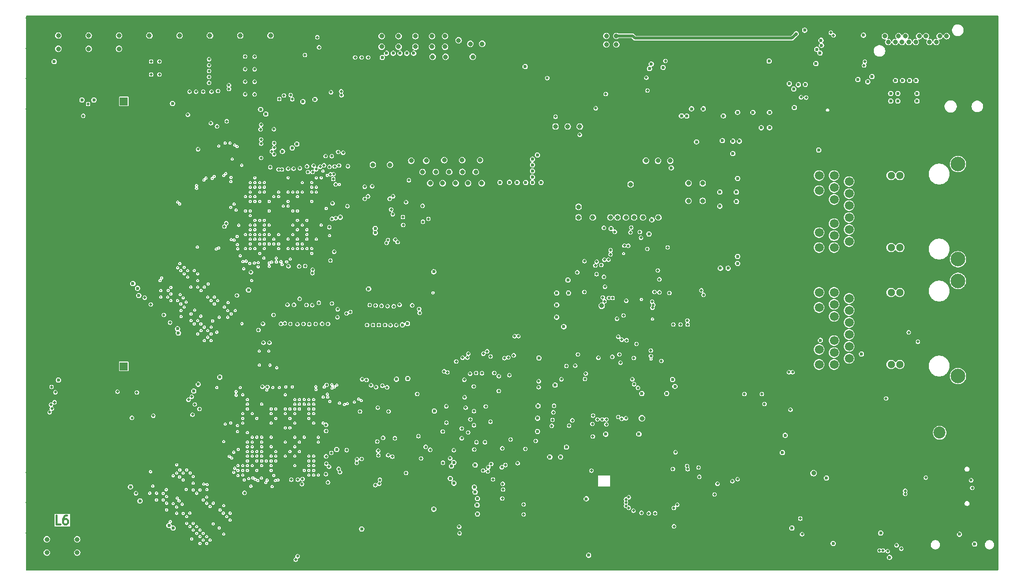
<source format=gbr>
%TF.GenerationSoftware,KiCad,Pcbnew,8.0.8*%
%TF.CreationDate,2025-02-03T01:07:06+01:00*%
%TF.ProjectId,RASBB,52415342-422e-46b6-9963-61645f706362,01*%
%TF.SameCoordinates,Original*%
%TF.FileFunction,Copper,L6,Inr*%
%TF.FilePolarity,Positive*%
%FSLAX46Y46*%
G04 Gerber Fmt 4.6, Leading zero omitted, Abs format (unit mm)*
G04 Created by KiCad (PCBNEW 8.0.8) date 2025-02-03 01:07:06*
%MOMM*%
%LPD*%
G01*
G04 APERTURE LIST*
%ADD10C,0.300000*%
%TA.AperFunction,NonConductor*%
%ADD11C,0.300000*%
%TD*%
%TA.AperFunction,ComponentPad*%
%ADD12R,1.350000X1.350000*%
%TD*%
%TA.AperFunction,ComponentPad*%
%ADD13O,1.350000X1.350000*%
%TD*%
%TA.AperFunction,ComponentPad*%
%ADD14R,2.025000X2.025000*%
%TD*%
%TA.AperFunction,ComponentPad*%
%ADD15C,2.025000*%
%TD*%
%TA.AperFunction,ComponentPad*%
%ADD16C,1.509000*%
%TD*%
%TA.AperFunction,ComponentPad*%
%ADD17C,1.300000*%
%TD*%
%TA.AperFunction,ComponentPad*%
%ADD18C,2.475000*%
%TD*%
%TA.AperFunction,ComponentPad*%
%ADD19O,2.000000X0.900000*%
%TD*%
%TA.AperFunction,ComponentPad*%
%ADD20O,1.700000X0.900000*%
%TD*%
%TA.AperFunction,ComponentPad*%
%ADD21C,0.800000*%
%TD*%
%TA.AperFunction,ComponentPad*%
%ADD22O,3.200000X1.400000*%
%TD*%
%TA.AperFunction,ViaPad*%
%ADD23C,0.600000*%
%TD*%
%TA.AperFunction,ViaPad*%
%ADD24C,0.250000*%
%TD*%
%TA.AperFunction,ViaPad*%
%ADD25C,0.800000*%
%TD*%
%TA.AperFunction,ViaPad*%
%ADD26C,0.460000*%
%TD*%
%TA.AperFunction,Conductor*%
%ADD27C,0.500000*%
%TD*%
G04 APERTURE END LIST*
D10*
D11*
X110868796Y-122200828D02*
X110154510Y-122200828D01*
X110154510Y-122200828D02*
X110154510Y-120700828D01*
X112011654Y-120700828D02*
X111725939Y-120700828D01*
X111725939Y-120700828D02*
X111583082Y-120772257D01*
X111583082Y-120772257D02*
X111511654Y-120843685D01*
X111511654Y-120843685D02*
X111368796Y-121057971D01*
X111368796Y-121057971D02*
X111297368Y-121343685D01*
X111297368Y-121343685D02*
X111297368Y-121915114D01*
X111297368Y-121915114D02*
X111368796Y-122057971D01*
X111368796Y-122057971D02*
X111440225Y-122129400D01*
X111440225Y-122129400D02*
X111583082Y-122200828D01*
X111583082Y-122200828D02*
X111868796Y-122200828D01*
X111868796Y-122200828D02*
X112011654Y-122129400D01*
X112011654Y-122129400D02*
X112083082Y-122057971D01*
X112083082Y-122057971D02*
X112154511Y-121915114D01*
X112154511Y-121915114D02*
X112154511Y-121557971D01*
X112154511Y-121557971D02*
X112083082Y-121415114D01*
X112083082Y-121415114D02*
X112011654Y-121343685D01*
X112011654Y-121343685D02*
X111868796Y-121272257D01*
X111868796Y-121272257D02*
X111583082Y-121272257D01*
X111583082Y-121272257D02*
X111440225Y-121343685D01*
X111440225Y-121343685D02*
X111368796Y-121415114D01*
X111368796Y-121415114D02*
X111297368Y-121557971D01*
D12*
%TO.N,Net-(J18-Pin_1)*%
%TO.C,J18*%
X121550000Y-95410000D03*
D13*
%TO.N,GND*%
X121550000Y-93410000D03*
%TD*%
D14*
%TO.N,GND*%
%TO.C,J9*%
X259580000Y-103160000D03*
D15*
%TO.N,Net-(F1-Pad2)*%
X259580000Y-106660000D03*
%TD*%
D16*
%TO.N,unconnected-(J14-MDCT3-Pad1)*%
%TO.C,J14*%
X244265000Y-83930000D03*
%TO.N,unconnected-(J14-MD3--Pad2)*%
X244265000Y-85960000D03*
%TO.N,unconnected-(J14-MD3+-Pad3)*%
X244265000Y-87990001D03*
%TO.N,/Ethernet_uC/TX_P*%
X244265000Y-90020000D03*
%TO.N,/Ethernet_uC/TX_N*%
X244265000Y-92050000D03*
%TO.N,Net-(J14-MDCT2)*%
X244265000Y-94080000D03*
%TO.N,unconnected-(J14-MDCT4-Pad7)*%
X241725000Y-82910000D03*
%TO.N,unconnected-(J14-MD4+-Pad8)*%
X241725000Y-84930000D03*
%TO.N,unconnected-(J14-MD4--Pad9)*%
X241725000Y-86970000D03*
%TO.N,/Ethernet_uC/RX_N*%
X241725000Y-91050000D03*
%TO.N,/Ethernet_uC/RX_P*%
X241725000Y-93090000D03*
%TO.N,Net-(J14-MDCT1)*%
X241725000Y-95100000D03*
%TO.N,unconnected-(J14-VDC1+-Pad13)*%
X239185000Y-82910001D03*
%TO.N,unconnected-(J14-VDC1--Pad14)*%
X239185000Y-85450000D03*
%TO.N,unconnected-(J14-VDC2+-Pad15)*%
X239185000Y-92560000D03*
%TO.N,unconnected-(J14-VDC2--Pad16)*%
X239185000Y-95100000D03*
D17*
%TO.N,/Ethernet_uC/LED_GR_ETH*%
X251375000Y-82908000D03*
%TO.N,Net-(J14-GN_K)*%
X251375000Y-95102000D03*
%TO.N,/Ethernet_uC/LED_YL_ETH*%
X252845000Y-82908000D03*
%TO.N,Net-(J14-YL_K)*%
X252845000Y-95102000D03*
D18*
%TO.N,Net-(C183-Pad1)*%
X262685000Y-97070000D03*
X262685000Y-80940000D03*
%TD*%
D16*
%TO.N,Net-(J2-MDCT3)*%
%TO.C,J2*%
X244265000Y-64130500D03*
%TO.N,/Ethernet_FPGA/MDI2_N*%
X244265000Y-66160500D03*
%TO.N,/Ethernet_FPGA/MDI2_P*%
X244265000Y-68190500D03*
%TO.N,/Ethernet_FPGA/MDI1_P*%
X244265000Y-70220500D03*
%TO.N,/Ethernet_FPGA/MDI1_N*%
X244265000Y-72250500D03*
%TO.N,Net-(J2-MDCT2)*%
X244265000Y-74280500D03*
%TO.N,Net-(J2-MDCT4)*%
X241725000Y-63110500D03*
%TO.N,/Ethernet_FPGA/MDI3_P*%
X241725000Y-65130500D03*
%TO.N,/Ethernet_FPGA/MDI3_N*%
X241725000Y-67170500D03*
%TO.N,/Ethernet_FPGA/MDI0_N*%
X241725000Y-71250500D03*
%TO.N,/Ethernet_FPGA/MDI0_P*%
X241725000Y-73290500D03*
%TO.N,Net-(J2-MDCT1)*%
X241725000Y-75300500D03*
%TO.N,Net-(J2-VDC1+)*%
X239185000Y-63110500D03*
%TO.N,Net-(J2-VDC1-)*%
X239185000Y-65650500D03*
%TO.N,Net-(J2-VDC2+)*%
X239185000Y-72760500D03*
%TO.N,Net-(J2-VDC2-)*%
X239185000Y-75300500D03*
D17*
%TO.N,/Ethernet_FPGA/LED_GR_ETH*%
X251375000Y-63108500D03*
%TO.N,Net-(J2-GN_K)*%
X251375000Y-75302500D03*
%TO.N,/Ethernet_FPGA/LED_YL_ETH*%
X252845000Y-63108500D03*
%TO.N,Net-(J2-YL_K)*%
X252845000Y-75302500D03*
D18*
%TO.N,Net-(C74-Pad1)*%
X262685000Y-77270500D03*
X262685000Y-61140500D03*
%TD*%
D12*
%TO.N,Net-(J16-Pin_1)*%
%TO.C,J16*%
X121550000Y-50550000D03*
D13*
%TO.N,GND*%
X121550000Y-48550000D03*
%TD*%
D19*
%TO.N,GND*%
%TO.C,J7*%
X263740000Y-120040000D03*
D20*
X267910000Y-120040000D03*
D19*
X263740000Y-111400000D03*
D20*
X267910000Y-111400000D03*
%TD*%
D21*
%TO.N,/HDMI/HDMI_D2_P*%
%TO.C,J3*%
X260760000Y-39500000D03*
%TO.N,GND*%
X260180000Y-40500000D03*
%TO.N,/HDMI/HDMI_D2_N*%
X259600000Y-39500000D03*
%TO.N,/HDMI/HDMI_D1_P*%
X259020000Y-40500000D03*
%TO.N,GND*%
X258440000Y-39500000D03*
%TO.N,/HDMI/HDMI_D1_N*%
X257860000Y-40500000D03*
%TO.N,/HDMI/HDMI_D0_P*%
X257280000Y-39500000D03*
%TO.N,GND*%
X256700000Y-40500000D03*
%TO.N,/HDMI/HDMI_D0_N*%
X256120000Y-39500000D03*
%TO.N,/HDMI/HDMI_CLK_P*%
X255540000Y-40500000D03*
%TO.N,GND*%
X254960000Y-39500000D03*
%TO.N,/HDMI/HDMI_CLK_N*%
X254380000Y-40500000D03*
%TO.N,/HDMI/HDMI_CEC_B*%
X253800000Y-39500000D03*
%TO.N,unconnected-(J3-UTILITY-Pad14)*%
X253220000Y-40500000D03*
%TO.N,/HDMI/HDMI_SCL_B*%
X252640000Y-39500000D03*
%TO.N,/HDMI/HDMI_SDA_B*%
X252060000Y-40500000D03*
%TO.N,GND*%
X251480000Y-39500000D03*
%TO.N,/HDMI/HDMI_5V*%
X250900000Y-40500000D03*
%TO.N,/HDMI/HDMI_HPD_B*%
X250320000Y-39500000D03*
D22*
%TO.N,GND*%
X252510000Y-43250000D03*
X261510000Y-43250000D03*
X249410000Y-36750000D03*
X258910000Y-36750000D03*
%TD*%
D23*
%TO.N,/uController/ADC1_IN5*%
X199810000Y-117840000D03*
X203100000Y-106900000D03*
%TO.N,/uController/uC_DAC2_OUT2*%
X194540000Y-98580000D03*
X208700000Y-106880000D03*
%TO.N,/VDC_IN*%
X230800000Y-52400000D03*
X217600000Y-51800000D03*
X222400000Y-65900000D03*
X225400000Y-78000000D03*
X225700000Y-57300000D03*
X224600000Y-57300000D03*
X225400000Y-52400000D03*
X222400000Y-68300000D03*
X225400000Y-76800000D03*
X228000000Y-52400000D03*
X225200000Y-65900000D03*
X223800000Y-78800000D03*
X215900000Y-53000000D03*
X224600000Y-59400000D03*
X225400000Y-63600000D03*
X230800000Y-55000000D03*
X222500001Y-78800000D03*
X216800000Y-53030000D03*
X219600000Y-51800000D03*
X229400000Y-55000000D03*
X225200000Y-67500000D03*
D24*
%TO.N,GND*%
X143975000Y-77525000D03*
D25*
X125650000Y-76650000D03*
D26*
X195050000Y-109300000D03*
X187650000Y-91950000D03*
X109050000Y-80250000D03*
X164600000Y-45400000D03*
X212850000Y-115100000D03*
D23*
X194400000Y-61187500D03*
D26*
X154300000Y-53700000D03*
X176531000Y-47900000D03*
D23*
X243850000Y-57000000D03*
D26*
X127300000Y-86371178D03*
D25*
X162047000Y-129250000D03*
D26*
X152891500Y-39500000D03*
D25*
X130700000Y-92200000D03*
D26*
X209800000Y-84050000D03*
X169900000Y-47500000D03*
X109000000Y-68200000D03*
X137450000Y-41000000D03*
D25*
X268950000Y-57008000D03*
D24*
X130700000Y-108500000D03*
X141020000Y-86523747D03*
X149350000Y-69080000D03*
D26*
X120500000Y-69300000D03*
D25*
X268950000Y-98024000D03*
X268950000Y-46754000D03*
D26*
X206100000Y-113600000D03*
D24*
X151400000Y-58600000D03*
D26*
X155200000Y-50000000D03*
X180239000Y-46550000D03*
X206507900Y-81375000D03*
X182093000Y-47900000D03*
X177458000Y-47900000D03*
X214300000Y-66200000D03*
X161900000Y-44200000D03*
D25*
X110527000Y-36450000D03*
D23*
X233000000Y-49600000D03*
D26*
X112500000Y-71100000D03*
X149065250Y-39500000D03*
D25*
X192559000Y-36450000D03*
D24*
X144550000Y-63480000D03*
X150150000Y-65080000D03*
D26*
X183050000Y-97800000D03*
X174629999Y-99819999D03*
D25*
X115654000Y-36450000D03*
D26*
X186000000Y-46483332D03*
D24*
X134627523Y-90483545D03*
D26*
X196373000Y-51300000D03*
X245400000Y-53500000D03*
D24*
X141490000Y-119020000D03*
D26*
X205500000Y-115700000D03*
D25*
X232473000Y-85300000D03*
D24*
X146150000Y-70680000D03*
D26*
X149830500Y-41300000D03*
D24*
X146950000Y-69080000D03*
D25*
X117800000Y-79600000D03*
D26*
X210024258Y-102271470D03*
D24*
X132190000Y-118480000D03*
D26*
X197300000Y-49950000D03*
D25*
X226200000Y-92900000D03*
D26*
X161900000Y-45500000D03*
D23*
X170475000Y-78300000D03*
D26*
X244500000Y-57000000D03*
D25*
X216800000Y-77200000D03*
D24*
X128404983Y-81998264D03*
D26*
X132600000Y-63500000D03*
D24*
X145680000Y-109020000D03*
D26*
X178385000Y-46550000D03*
X202050000Y-52500000D03*
X190300000Y-43200000D03*
D25*
X195300000Y-81700000D03*
D26*
X160390000Y-71840150D03*
D25*
X234008000Y-87200000D03*
D26*
X209900000Y-115700000D03*
D24*
X141375000Y-80525000D03*
X136324579Y-83129634D03*
D26*
X193650000Y-49950000D03*
X156400000Y-53600000D03*
X217175000Y-61252000D03*
X189800000Y-114800000D03*
X180780000Y-114830000D03*
X127600000Y-121350000D03*
D25*
X230200000Y-62000000D03*
D26*
X156300000Y-55800000D03*
D23*
X208780006Y-40569994D03*
D24*
X157250000Y-88300000D03*
D25*
X128600000Y-90200000D03*
X233575000Y-36450000D03*
X105400000Y-46704000D03*
D26*
X214474103Y-82075000D03*
X138377000Y-41000000D03*
X190525000Y-52115192D03*
X131330000Y-54910000D03*
D24*
X144550000Y-72280000D03*
X144880000Y-105820000D03*
D26*
X205100000Y-113600000D03*
X211000000Y-113900000D03*
D25*
X214900000Y-73800000D03*
D26*
X158000000Y-43400000D03*
X211900000Y-98050000D03*
X186000000Y-44200000D03*
X255550000Y-118150000D03*
X215825000Y-60325000D03*
D23*
X109300000Y-90400000D03*
D25*
X123500000Y-55100000D03*
D24*
X140025000Y-56104700D03*
D26*
X106400000Y-55550000D03*
X178385000Y-47900000D03*
D25*
X268950000Y-62135000D03*
D23*
X172600000Y-55800000D03*
X152900000Y-58800000D03*
D26*
X125900000Y-78700000D03*
X237150000Y-55890000D03*
D25*
X236400000Y-59800000D03*
D23*
X175399998Y-55800000D03*
D26*
X158970000Y-76620000D03*
D25*
X226200000Y-91300000D03*
D23*
X232000000Y-49600000D03*
D25*
X112100000Y-91300000D03*
D26*
X210793193Y-83179601D03*
D24*
X150320000Y-62670000D03*
D25*
X228700000Y-63300000D03*
X268950000Y-87770000D03*
D26*
X152126250Y-41300000D03*
D23*
X140400000Y-93900000D03*
D25*
X105400000Y-41577000D03*
D26*
X252300000Y-90925000D03*
X179312000Y-46550000D03*
X113700000Y-60500000D03*
D24*
X134451926Y-115197234D03*
D26*
X150595750Y-40400000D03*
X257000000Y-122100000D03*
X200650000Y-52550000D03*
X203350000Y-60550000D03*
D23*
X199407000Y-100750000D03*
D25*
X188900000Y-123900000D03*
D24*
X148550000Y-69080000D03*
X140850000Y-110300000D03*
X127500000Y-115100000D03*
D26*
X151361000Y-39500000D03*
X158900000Y-45600000D03*
X207670000Y-81392100D03*
X129900000Y-65700000D03*
D25*
X230800000Y-90000000D03*
D23*
X228040000Y-49600000D03*
X245700000Y-41000000D03*
D26*
X211204990Y-92248001D03*
D24*
X154150000Y-69080000D03*
D26*
X133650000Y-51900000D03*
X111000000Y-64300000D03*
X159040000Y-77780000D03*
D25*
X222484000Y-85300000D03*
D24*
X130200000Y-108500000D03*
D26*
X157100000Y-56600000D03*
X108950000Y-66250000D03*
X123600000Y-58900000D03*
X261450000Y-118700000D03*
D24*
X142440000Y-62570000D03*
D25*
X231046000Y-85300000D03*
D26*
X203350000Y-59700000D03*
D24*
X148550000Y-67480000D03*
D26*
X148300000Y-39500000D03*
D24*
X153680000Y-105820000D03*
D25*
X177428000Y-129250000D03*
D24*
X150150000Y-72280000D03*
X146950000Y-73080000D03*
D26*
X261550000Y-112300000D03*
X244000000Y-47530000D03*
D24*
X128404983Y-84261005D03*
D26*
X112000000Y-60200000D03*
X231150000Y-94350000D03*
X186000000Y-49908330D03*
D25*
X133200000Y-105000000D03*
X238952000Y-129250000D03*
D26*
X168854000Y-46600000D03*
X151361000Y-40400000D03*
D25*
X110300000Y-56300000D03*
D26*
X171200000Y-106600000D03*
X157930500Y-52700000D03*
X120700000Y-60500000D03*
D24*
X135010000Y-116940000D03*
D26*
X189725000Y-50365192D03*
X209800000Y-112800000D03*
X163000000Y-45500000D03*
D25*
X218194000Y-36450000D03*
D24*
X151300000Y-113810000D03*
D23*
X208360000Y-41440000D03*
D24*
X152880000Y-109020000D03*
D26*
X168600000Y-98600000D03*
X254450000Y-118200000D03*
D25*
X268950000Y-51881000D03*
D24*
X143750000Y-74680000D03*
D23*
X244250000Y-54150000D03*
D26*
X235400000Y-99500000D03*
X186850000Y-51850000D03*
D25*
X115904000Y-129250000D03*
D26*
X258750000Y-118150000D03*
D25*
X131900000Y-71000000D03*
D26*
X163000000Y-44200000D03*
D25*
X182305000Y-36450000D03*
D26*
X122700000Y-60500000D03*
X207000000Y-113600000D03*
X187477000Y-54600000D03*
X134300000Y-52150000D03*
D25*
X131285000Y-129250000D03*
D26*
X207050000Y-56600000D03*
X208300000Y-64600000D03*
X109150000Y-74700000D03*
X162000000Y-88500000D03*
X126100000Y-63000000D03*
D25*
X120781000Y-36450000D03*
D26*
X156400000Y-51800000D03*
X199300000Y-84400000D03*
X110500000Y-73700000D03*
D24*
X152880000Y-100220000D03*
D26*
X109050000Y-62250000D03*
D25*
X223911000Y-85300000D03*
D24*
X153680000Y-104220000D03*
D26*
X238450000Y-54190000D03*
D25*
X268950000Y-92897000D03*
D26*
X153700000Y-53100000D03*
X201400000Y-79125000D03*
D24*
X132693692Y-123743693D03*
D26*
X149065250Y-40400000D03*
D24*
X155120000Y-95950000D03*
D26*
X210000000Y-74875000D03*
X210300000Y-68400000D03*
D24*
X149680000Y-101820000D03*
D26*
X119600000Y-59000000D03*
D24*
X135758894Y-91614915D03*
D26*
X179312000Y-47900000D03*
D25*
X213067000Y-36450000D03*
D24*
X141350000Y-73575000D03*
D25*
X124300000Y-86000000D03*
X127400000Y-55000000D03*
D26*
X196373000Y-49950000D03*
X208800000Y-112800000D03*
X158900000Y-43400000D03*
X212975000Y-120875000D03*
X175604000Y-46550000D03*
X167927000Y-46600000D03*
X208793000Y-103450000D03*
D23*
X168925000Y-105175000D03*
D26*
X216900000Y-99750000D03*
D23*
X208325000Y-37800000D03*
D26*
X214175000Y-92075000D03*
D23*
X110000000Y-93700000D03*
D26*
X137890000Y-71310000D03*
D24*
X140670000Y-67740000D03*
D25*
X229900000Y-91500000D03*
D26*
X210900000Y-117650000D03*
D25*
X166924000Y-36450000D03*
D24*
X150480000Y-104220000D03*
D26*
X111500000Y-63300000D03*
D24*
X150150000Y-73880000D03*
D26*
X214300000Y-74600000D03*
D24*
X132100000Y-117800000D03*
D25*
X182555000Y-129250000D03*
X105650000Y-129250000D03*
D24*
X149400000Y-58400000D03*
D26*
X168100000Y-99800000D03*
D25*
X113000000Y-54600000D03*
D24*
X149350000Y-71480000D03*
D26*
X214300000Y-64800000D03*
X152975000Y-47300000D03*
X193650000Y-51300000D03*
X207050000Y-57550000D03*
D23*
X226142855Y-48200000D03*
D26*
X125300000Y-84900000D03*
D25*
X111400000Y-55200000D03*
X121031000Y-129250000D03*
D26*
X213250000Y-66200000D03*
D25*
X243829000Y-36450000D03*
D24*
X153350000Y-63480000D03*
D26*
X208900000Y-117800000D03*
D25*
X268950000Y-41627000D03*
X226765000Y-85300000D03*
D24*
X152080000Y-111420000D03*
X155210000Y-101420000D03*
X151350000Y-77100000D03*
D25*
X232400000Y-90000000D03*
D26*
X156000000Y-49400000D03*
D24*
X150950000Y-67480000D03*
D26*
X209425000Y-86500000D03*
D25*
X146416000Y-36450000D03*
X152300000Y-116800000D03*
D26*
X208832100Y-80230000D03*
D23*
X192850000Y-59600000D03*
X232975000Y-50900000D03*
X224628570Y-48200000D03*
D26*
X145600000Y-50150000D03*
X123000000Y-114000000D03*
D25*
X213317000Y-129250000D03*
X192809000Y-129250000D03*
D24*
X150000000Y-99450000D03*
X133886240Y-124813887D03*
X150480000Y-108220000D03*
X132754869Y-114631549D03*
X127663700Y-116328606D03*
D26*
X152891500Y-41300000D03*
X213900000Y-101850000D03*
D25*
X194027000Y-123900000D03*
D24*
X131800000Y-77350000D03*
D25*
X218444000Y-129250000D03*
X233900000Y-85300000D03*
D23*
X166175000Y-78750000D03*
D26*
X128280000Y-53580000D03*
D24*
X131800000Y-118300000D03*
D25*
X136162000Y-36450000D03*
D26*
X124300000Y-112800000D03*
X158900000Y-44500000D03*
X250625000Y-90100000D03*
D24*
X126532329Y-117459976D03*
X143350000Y-81730000D03*
D25*
X244079000Y-129250000D03*
X203063000Y-129250000D03*
D26*
X153000000Y-52400000D03*
D25*
X156920000Y-129250000D03*
D26*
X205450000Y-56600000D03*
D24*
X155780000Y-64670000D03*
D26*
X138200000Y-47700000D03*
D25*
X129400000Y-107700000D03*
D26*
X207900000Y-113600000D03*
D23*
X147130000Y-46260000D03*
D26*
X140150000Y-48125000D03*
D23*
X234400000Y-91200000D03*
D26*
X210300000Y-69400000D03*
D24*
X132890500Y-84110000D03*
D26*
X109250000Y-61100000D03*
X210300000Y-67400000D03*
X152126250Y-40400000D03*
D23*
X192750000Y-57500000D03*
D26*
X211150000Y-66200000D03*
X214350000Y-77900000D03*
D24*
X147750000Y-71480000D03*
D25*
X146666000Y-129250000D03*
X129500000Y-71000000D03*
D26*
X131500000Y-63500000D03*
X138377000Y-42350000D03*
D25*
X126600000Y-88400000D03*
X117100000Y-82200000D03*
D26*
X228254000Y-82000000D03*
D23*
X244600000Y-43400000D03*
D26*
X182800000Y-97200000D03*
X208150000Y-93400000D03*
D23*
X231300000Y-57200000D03*
D26*
X188500000Y-47400000D03*
D24*
X141670000Y-58490000D03*
D26*
X242300000Y-53500000D03*
D24*
X142480000Y-105020000D03*
D26*
X148300000Y-41300000D03*
X214800000Y-80712000D03*
D25*
X223321000Y-36450000D03*
X151543000Y-36450000D03*
D26*
X160200000Y-50400000D03*
X191050000Y-41150000D03*
X200650000Y-53450000D03*
D23*
X229360000Y-49600000D03*
D26*
X170900000Y-46600000D03*
X149830500Y-39500000D03*
X126900000Y-85200000D03*
X231108000Y-82000000D03*
D25*
X218600000Y-81600000D03*
D26*
X225400000Y-82000000D03*
D25*
X126300000Y-110500000D03*
D24*
X147900000Y-97000000D03*
X151750000Y-68280000D03*
D26*
X187200000Y-49116666D03*
X242300000Y-52700000D03*
X171100000Y-45900000D03*
D25*
X227300000Y-89200000D03*
D24*
X149000000Y-97050000D03*
D26*
X160200000Y-51100000D03*
X191050000Y-43050000D03*
X168950000Y-66950000D03*
X150595750Y-41300000D03*
D25*
X268950000Y-113405000D03*
X221057000Y-85300000D03*
D26*
X210100000Y-66200000D03*
D24*
X142772225Y-116038293D03*
D26*
X158695750Y-52700000D03*
X128300000Y-65300000D03*
X109050000Y-70200000D03*
X135684983Y-71984983D03*
D24*
X142725000Y-53350000D03*
D25*
X105400000Y-51831000D03*
D26*
X216250000Y-119225000D03*
D24*
X132930467Y-79735521D03*
D23*
X192850000Y-58600000D03*
D26*
X237150000Y-54190000D03*
D24*
X138840000Y-116600000D03*
X154480000Y-112220000D03*
D26*
X116700000Y-59000000D03*
D25*
X149200000Y-117500000D03*
D23*
X226720000Y-49600000D03*
D26*
X109000000Y-104100000D03*
X173750000Y-46550000D03*
D23*
X181000000Y-56400000D03*
D25*
X105400000Y-118482000D03*
D26*
X204850000Y-86350000D03*
X262100000Y-119400000D03*
D24*
X133886240Y-115762920D03*
D26*
X157930500Y-51800000D03*
X152275000Y-45250000D03*
D25*
X118300000Y-55200000D03*
D24*
X134627523Y-81432578D03*
D26*
X246750000Y-49750000D03*
D24*
X148880000Y-104220000D03*
D26*
X138700000Y-45050000D03*
D24*
X144080000Y-100220000D03*
D23*
X194400000Y-62075000D03*
D26*
X124400000Y-78900000D03*
X149065250Y-41300000D03*
X149830500Y-40400000D03*
X238450000Y-55890000D03*
X151361000Y-41300000D03*
X152126250Y-39500000D03*
X114100000Y-72000000D03*
D25*
X229900000Y-93100000D03*
D23*
X164475000Y-73650000D03*
D24*
X146480000Y-101020000D03*
D26*
X201600000Y-53450000D03*
D23*
X230685710Y-48200000D03*
D25*
X233825000Y-129250000D03*
D26*
X138200000Y-48400000D03*
X206507900Y-79067900D03*
D25*
X219300000Y-77200000D03*
D24*
X133886240Y-114631549D03*
D26*
X190300000Y-41150000D03*
D24*
X131057813Y-111803122D03*
D26*
X186000000Y-45341666D03*
D25*
X235800000Y-89400000D03*
D26*
X165800000Y-45600000D03*
D25*
X232581000Y-87200000D03*
D26*
X210200000Y-87700000D03*
D24*
X149680000Y-107420000D03*
X143750000Y-69080000D03*
D23*
X229171425Y-48200000D03*
D26*
X229681000Y-82000000D03*
X215825000Y-62179000D03*
D24*
X143325000Y-77125000D03*
D25*
X216200000Y-72600000D03*
D23*
X232300000Y-50900000D03*
D26*
X210350000Y-96550000D03*
X109300000Y-59100000D03*
X211900000Y-96550000D03*
X190300000Y-42175000D03*
D23*
X221600000Y-47000000D03*
D24*
X151280000Y-110620000D03*
X148880000Y-109820000D03*
D26*
X215825000Y-61252000D03*
D25*
X194200000Y-81700000D03*
D23*
X154600000Y-58800000D03*
D24*
X129053042Y-85046958D03*
D26*
X190525000Y-50365192D03*
X123500000Y-63000000D03*
D25*
X120600000Y-76600000D03*
D24*
X148880000Y-113020000D03*
D26*
X215900000Y-94650000D03*
D25*
X124500000Y-71600000D03*
D26*
X206250000Y-57550000D03*
D24*
X154050000Y-97100000D03*
X150100000Y-97050000D03*
D25*
X221000000Y-71500000D03*
X193227000Y-70400000D03*
X129250000Y-73150000D03*
D23*
X221600000Y-49600000D03*
D25*
X133300000Y-106800000D03*
D26*
X213975000Y-120900000D03*
D24*
X144080000Y-109020000D03*
D23*
X225400000Y-49600000D03*
D26*
X159461000Y-51800000D03*
X169900000Y-46600000D03*
D23*
X211000000Y-42800000D03*
D26*
X138700000Y-46350000D03*
D25*
X228448000Y-36450000D03*
X229727000Y-87200000D03*
D26*
X128850000Y-87350000D03*
D23*
X227657140Y-48200000D03*
D25*
X228192000Y-85300000D03*
D26*
X212750000Y-117650000D03*
X121400000Y-71700000D03*
X143475000Y-52600000D03*
X226827000Y-82000000D03*
X186000000Y-48766664D03*
X183400000Y-106800000D03*
D24*
X133600000Y-108500000D03*
D26*
X213350000Y-92075000D03*
D25*
X177178000Y-36450000D03*
D24*
X145280000Y-116550000D03*
X147280000Y-105820000D03*
X140490000Y-65290000D03*
D26*
X194450000Y-108450000D03*
D25*
X105400000Y-113355000D03*
D26*
X148300000Y-40400000D03*
X161590000Y-113150000D03*
X158695750Y-53600000D03*
D25*
X134100000Y-71000000D03*
D26*
X111500000Y-61000000D03*
D25*
X228500000Y-88100000D03*
D23*
X230000000Y-57200000D03*
D25*
X178200000Y-120600000D03*
X187682000Y-129250000D03*
D26*
X181166000Y-46550000D03*
D24*
X142480000Y-113820000D03*
D26*
X127200000Y-120800000D03*
X211880000Y-48380000D03*
D24*
X149680000Y-110620000D03*
X152550000Y-74680000D03*
D25*
X183773000Y-123900000D03*
D26*
X184900000Y-53950000D03*
D24*
X137260000Y-118040000D03*
D25*
X219800000Y-72400000D03*
D24*
X171410000Y-88990000D03*
D26*
X140300000Y-64000000D03*
D23*
X208650004Y-38889998D03*
D26*
X205500000Y-74930000D03*
D23*
X166150000Y-75929850D03*
D26*
X161800000Y-122100000D03*
D25*
X136412000Y-129250000D03*
D24*
X135661252Y-78361615D03*
D25*
X254333000Y-129250000D03*
D24*
X145350000Y-69080000D03*
D26*
X135970000Y-71230000D03*
X186550000Y-53250000D03*
D25*
X234700000Y-59800000D03*
D26*
X229900000Y-100950000D03*
X197300000Y-51300000D03*
X109100000Y-83050000D03*
X187200000Y-49983332D03*
D24*
X153350000Y-72280000D03*
X146800000Y-97000000D03*
D26*
X219850000Y-112600000D03*
X155470000Y-45630000D03*
D23*
X223114285Y-48200000D03*
D26*
X243400000Y-53600000D03*
D24*
X154950000Y-75480000D03*
X150480000Y-109820000D03*
D26*
X109050000Y-63500000D03*
D23*
X211800000Y-42600000D03*
D24*
X157600000Y-88550000D03*
D26*
X179150000Y-113400000D03*
D25*
X223571000Y-129250000D03*
D24*
X134627523Y-80301207D03*
D26*
X187200000Y-48250000D03*
D25*
X268950000Y-118532000D03*
D26*
X109000000Y-84200000D03*
X160800000Y-44200000D03*
X175200000Y-68200000D03*
X158000000Y-45600000D03*
D24*
X146480000Y-109820000D03*
D26*
X244550000Y-51650000D03*
D25*
X110777000Y-129250000D03*
D26*
X167000000Y-46600000D03*
D24*
X141680000Y-108220000D03*
X131623498Y-121419774D03*
D26*
X217175000Y-60325000D03*
D24*
X145680000Y-107420000D03*
D26*
X128260000Y-54750000D03*
D24*
X149350000Y-76280000D03*
X139670000Y-82150000D03*
D26*
X114100000Y-71100000D03*
D23*
X179197500Y-55802500D03*
X141000000Y-93200000D03*
D26*
X206250000Y-56600000D03*
X112900000Y-59200000D03*
X199700000Y-82000000D03*
D24*
X151280000Y-105020000D03*
D23*
X232200000Y-48200000D03*
D25*
X105400000Y-123609000D03*
X218100000Y-72400000D03*
D26*
X180239000Y-47900000D03*
X152891500Y-40400000D03*
X210500000Y-72000000D03*
D25*
X208190000Y-129250000D03*
D24*
X139500000Y-65300000D03*
D25*
X238702000Y-36450000D03*
D23*
X221600000Y-48200000D03*
X110800000Y-88850000D03*
D25*
X235200000Y-87900000D03*
D26*
X111500000Y-72800000D03*
D23*
X137800000Y-96000000D03*
D26*
X219850000Y-93100000D03*
D24*
X129140000Y-120190000D03*
D26*
X158000000Y-44500000D03*
X158695750Y-51800000D03*
X245800000Y-52700000D03*
X198300000Y-83200000D03*
X175604000Y-47900000D03*
D25*
X172051000Y-36450000D03*
X187432000Y-36450000D03*
D24*
X142040000Y-98950000D03*
D23*
X230680000Y-49600000D03*
D25*
X268950000Y-36500000D03*
D24*
X143280000Y-102620000D03*
D25*
X120100000Y-55200000D03*
D24*
X138200000Y-83750000D03*
X140140000Y-85130000D03*
D26*
X217850000Y-113200000D03*
X167600000Y-103700000D03*
D24*
X131090000Y-124620000D03*
D26*
X119700000Y-70200000D03*
D25*
X188100000Y-70400000D03*
D26*
X203000000Y-86300000D03*
D23*
X194400000Y-62962500D03*
D26*
X110100000Y-65200000D03*
D24*
X140108779Y-120854089D03*
D25*
X127100000Y-71000000D03*
D26*
X156400000Y-52700000D03*
D24*
X151400000Y-59600000D03*
D26*
X202350000Y-50350000D03*
X159461000Y-53600000D03*
X171900000Y-46650000D03*
X246250000Y-51300000D03*
X204500000Y-53050000D03*
D24*
X150300000Y-59400000D03*
D26*
X195390000Y-96640000D03*
X157165250Y-51800000D03*
X167400000Y-101700000D03*
X208832100Y-79067900D03*
D25*
X116600000Y-54500000D03*
D26*
X243400000Y-52700000D03*
D25*
X202813000Y-36450000D03*
D24*
X137700000Y-68125000D03*
D25*
X111000000Y-92300000D03*
X105400000Y-36450000D03*
D24*
X132400000Y-77550000D03*
X147750000Y-70680000D03*
X146150000Y-68280000D03*
X155860000Y-72630000D03*
X137825000Y-56104700D03*
D25*
X207940000Y-36450000D03*
D26*
X211900000Y-117575000D03*
D25*
X126158000Y-129250000D03*
D26*
X207300000Y-115700000D03*
D25*
X161797000Y-36450000D03*
D26*
X212650000Y-74150000D03*
X157930500Y-53600000D03*
X190000000Y-99800000D03*
X237150000Y-55040000D03*
X121100000Y-63000000D03*
D25*
X229619000Y-85300000D03*
X219300000Y-75300000D03*
D26*
X207670000Y-80230000D03*
D25*
X125908000Y-36450000D03*
D26*
X179700000Y-117600000D03*
D25*
X225338000Y-85300000D03*
X230400000Y-66300000D03*
D26*
X191050000Y-44000000D03*
X152300000Y-43975000D03*
D24*
X145680000Y-103420000D03*
D26*
X210350000Y-98050000D03*
D24*
X155280000Y-109820000D03*
D23*
X239200000Y-43300000D03*
D24*
X207850000Y-83900000D03*
D23*
X194400000Y-60300000D03*
D25*
X268950000Y-77516000D03*
D26*
X186000000Y-47624998D03*
X177458000Y-46550000D03*
D24*
X132364781Y-87089432D03*
D26*
X210100000Y-87200000D03*
D24*
X152080000Y-102620000D03*
X132189184Y-114065863D03*
D23*
X177000000Y-55800000D03*
D26*
X157165250Y-53600000D03*
D24*
X146150000Y-75480000D03*
X133496152Y-80301207D03*
X144270000Y-80810000D03*
D23*
X182000000Y-56600000D03*
D26*
X189725000Y-52115192D03*
D24*
X150950000Y-71480000D03*
D25*
X172301000Y-129250000D03*
D26*
X219050000Y-121150000D03*
X182093000Y-46550000D03*
D24*
X130102039Y-85958062D03*
D26*
X109300000Y-77200000D03*
X144300000Y-60900000D03*
X174677000Y-46550000D03*
D25*
X180400000Y-70500000D03*
D26*
X130540000Y-53720000D03*
D25*
X141289000Y-36450000D03*
D26*
X150595750Y-39500000D03*
X159461000Y-52700000D03*
D24*
X151750000Y-73880000D03*
D23*
X168100000Y-100750000D03*
D26*
X164000000Y-65500000D03*
X190800000Y-100000000D03*
X126700000Y-60500000D03*
D25*
X127900000Y-109000000D03*
D26*
X165800000Y-46550000D03*
D25*
X121700000Y-73900000D03*
D26*
X180300000Y-114500000D03*
X109000000Y-87700000D03*
X146100000Y-47850000D03*
X164300000Y-44900000D03*
X174900000Y-97600000D03*
X129200000Y-64200000D03*
D24*
X134500000Y-108500000D03*
D26*
X122800000Y-70300000D03*
D24*
X138580000Y-68780000D03*
D25*
X268950000Y-82643000D03*
D24*
X146950000Y-64280000D03*
D26*
X238450000Y-55040000D03*
X109050000Y-100350000D03*
D24*
X143280000Y-111420000D03*
D26*
X212850000Y-83600000D03*
X244600000Y-52700000D03*
X232535000Y-82000000D03*
X109050000Y-85450000D03*
D24*
X147280000Y-105020000D03*
D25*
X231154000Y-87200000D03*
D24*
X127500000Y-114000000D03*
D25*
X131500000Y-106800000D03*
D24*
X154150000Y-74680000D03*
D26*
X181166000Y-47900000D03*
D24*
X135017611Y-125945257D03*
X143750000Y-65880000D03*
X152550000Y-65880000D03*
D23*
X109500000Y-94800000D03*
D24*
X142150000Y-71480000D03*
X133400000Y-89250000D03*
D25*
X141539000Y-129250000D03*
X156670000Y-36450000D03*
D24*
X146150000Y-66680000D03*
D26*
X213640000Y-51830000D03*
X242300000Y-54300000D03*
D24*
X145680000Y-105020000D03*
X139049208Y-119819208D03*
D26*
X199000000Y-85400000D03*
X205450000Y-57550000D03*
X211700000Y-113900000D03*
D25*
X197686000Y-36450000D03*
D26*
X218400000Y-92000000D03*
X208325000Y-86500000D03*
X138700000Y-43900000D03*
X212850000Y-117050000D03*
X191050000Y-42100000D03*
D24*
X131623498Y-112368807D03*
D26*
X203950000Y-86750000D03*
D24*
X154950000Y-66680000D03*
D23*
X110050000Y-89650000D03*
D26*
X216250000Y-120850000D03*
D25*
X167174000Y-129250000D03*
D24*
X129400000Y-113500000D03*
D23*
X167750000Y-98600000D03*
D26*
X196400000Y-81800000D03*
X171100000Y-45200000D03*
X133000000Y-51900000D03*
X170900000Y-47500000D03*
D25*
X131035000Y-36450000D03*
D26*
X176531000Y-46550000D03*
X215850000Y-100400000D03*
D25*
X149200000Y-118900000D03*
D23*
X239125000Y-60000000D03*
D26*
X187477000Y-53250000D03*
D24*
X147280000Y-103420000D03*
D26*
X173750000Y-47900000D03*
X185550000Y-53250000D03*
X171900000Y-47550000D03*
D25*
X197936000Y-129250000D03*
D26*
X191325000Y-50365192D03*
X187200000Y-50850000D03*
D24*
X149350000Y-65080000D03*
D26*
X186550000Y-54600000D03*
X174677000Y-47900000D03*
D25*
X127550000Y-74750000D03*
D26*
X154718200Y-40600000D03*
D24*
X152900000Y-99450000D03*
D25*
X249206000Y-129250000D03*
X113100000Y-90200000D03*
D26*
X208832100Y-81392100D03*
D24*
X128229385Y-119157033D03*
X141680000Y-99420000D03*
D26*
X152400000Y-47300000D03*
X157165250Y-52700000D03*
X208300000Y-63200000D03*
X214350000Y-78450000D03*
D24*
X148880000Y-107420000D03*
D26*
X191325000Y-52115192D03*
X185450000Y-51200000D03*
X212200000Y-66200000D03*
D25*
X151793000Y-129250000D03*
D24*
X127322804Y-118702804D03*
D25*
X228698000Y-129250000D03*
D24*
X147280000Y-107420000D03*
D23*
X194400000Y-63850000D03*
D24*
X147700000Y-59000000D03*
X145680000Y-112220000D03*
D26*
X184150000Y-54700000D03*
D24*
X140500000Y-102220000D03*
D26*
X217175000Y-62179000D03*
X137450000Y-42350000D03*
D23*
%TO.N,Net-(IC1-BOOT)*%
X235000000Y-51600000D03*
%TO.N,/POWER/12.8V*%
X239125000Y-58800000D03*
X230750000Y-43725000D03*
%TO.N,+12V*%
X253300000Y-47000000D03*
D25*
X196650000Y-54800000D03*
D23*
X153910000Y-50200000D03*
D25*
X198700000Y-54800000D03*
X182200000Y-40800000D03*
D26*
X143700000Y-47223000D03*
D23*
X167150000Y-42400004D03*
D25*
X178200000Y-40200000D03*
X173800000Y-43000000D03*
D23*
X255750000Y-49200000D03*
X214200000Y-61800000D03*
X252500000Y-49200000D03*
D25*
X176000000Y-43000000D03*
D23*
X170600000Y-42400004D03*
D25*
X165200000Y-41300000D03*
D26*
X158350000Y-48850000D03*
D23*
X252100000Y-47000000D03*
D25*
X180600000Y-43000000D03*
D26*
X158400000Y-49500000D03*
D25*
X165200000Y-39500000D03*
X211950000Y-60600000D03*
D23*
X255750000Y-50500000D03*
X251300000Y-50500000D03*
D26*
X142100000Y-49331000D03*
D25*
X168050000Y-39500000D03*
D26*
X143700000Y-42969000D03*
X142100000Y-45077000D03*
D25*
X173700000Y-39500000D03*
X173700000Y-41300000D03*
D26*
X198700000Y-56200000D03*
D23*
X210500000Y-45000000D03*
D25*
X180200000Y-40800000D03*
D26*
X160700000Y-43100000D03*
D25*
X214000000Y-60600000D03*
X175900000Y-41300000D03*
D23*
X255600000Y-47000000D03*
X166000000Y-42400000D03*
D26*
X213200000Y-43700000D03*
X162900000Y-43100000D03*
X161800000Y-43100000D03*
D25*
X170900000Y-39500000D03*
D26*
X142100000Y-42950000D03*
D23*
X254500000Y-47000000D03*
X210800000Y-44200000D03*
D26*
X194600000Y-53150000D03*
X142100000Y-47204000D03*
D25*
X170900000Y-41300000D03*
D23*
X252500000Y-50500000D03*
X251300000Y-49200000D03*
D25*
X168050000Y-41300000D03*
X194600000Y-54800000D03*
X175900000Y-39500000D03*
D23*
X165300000Y-43100000D03*
D26*
X143700000Y-45096000D03*
D23*
X168300000Y-42400004D03*
X169450000Y-42400004D03*
D25*
X209900000Y-60600000D03*
D23*
X212800000Y-44800000D03*
D26*
X143700000Y-49350000D03*
%TO.N,Net-(U3B-VDD)*%
X152200000Y-42700000D03*
X156600000Y-49000000D03*
%TO.N,/POWER/PGOOD_3V3*%
X201400000Y-51700000D03*
X138975000Y-53925000D03*
%TO.N,Net-(U4-BST)*%
X210160000Y-48710000D03*
%TO.N,Net-(U4-SW)*%
X209960000Y-46530000D03*
%TO.N,Net-(IC3-SW)*%
X127600000Y-46000000D03*
X126200000Y-46000000D03*
X139350000Y-48450000D03*
X127600000Y-43800000D03*
X132400000Y-52800000D03*
X139350000Y-47800000D03*
X126200000Y-43800000D03*
D25*
%TO.N,+1V0*%
X178850000Y-62500000D03*
X172733334Y-60600000D03*
X175766667Y-60500000D03*
X179800000Y-64400000D03*
D24*
X150150000Y-69080000D03*
D26*
X146600000Y-59000000D03*
D24*
X150150000Y-73080000D03*
D26*
X144800000Y-54500000D03*
X147000000Y-59500000D03*
X145870000Y-98900000D03*
D24*
X149680000Y-104220000D03*
D26*
X153530000Y-79060000D03*
X149360000Y-61940000D03*
D24*
X146300000Y-95220000D03*
D26*
X144800000Y-57700000D03*
D24*
X147750000Y-73080000D03*
X147890000Y-99010000D03*
X148550000Y-68280000D03*
D25*
X176600000Y-62500000D03*
D24*
X150090000Y-98890000D03*
X146480000Y-109020000D03*
D26*
X148310000Y-62090000D03*
X155775000Y-105325000D03*
D25*
X181833334Y-60500000D03*
D26*
X144800000Y-60120000D03*
D25*
X163700000Y-61300000D03*
D26*
X147000000Y-58400000D03*
X146950000Y-55250000D03*
X151700000Y-115350000D03*
X153470000Y-79620000D03*
D24*
X148990000Y-98890000D03*
D25*
X175500000Y-64400000D03*
X182100000Y-64400000D03*
D24*
X144480000Y-92800000D03*
D25*
X181100000Y-62500000D03*
D26*
X155790000Y-106360000D03*
X147750000Y-62075000D03*
X149900000Y-114600000D03*
D25*
X174350000Y-62500000D03*
D24*
X146480000Y-105020000D03*
X146480000Y-103420000D03*
D25*
X172100000Y-62500000D03*
D24*
X146150000Y-71480000D03*
D26*
X154600000Y-41400000D03*
D24*
X149350000Y-67480000D03*
D26*
X152250000Y-78430000D03*
D24*
X147280000Y-109820000D03*
X146110000Y-92800000D03*
D26*
X145020000Y-98870000D03*
D25*
X170200000Y-60600000D03*
D26*
X159390000Y-68290000D03*
D25*
X173400000Y-64400000D03*
X177700000Y-64400000D03*
D26*
X151240000Y-78480000D03*
D24*
X150150000Y-71480000D03*
D25*
X178800000Y-60500000D03*
D26*
X145200000Y-91400000D03*
D24*
X146790000Y-99010000D03*
D26*
X144700000Y-55300000D03*
D24*
X147280000Y-104220000D03*
D25*
X166600000Y-61300000D03*
D24*
X146150000Y-73080000D03*
X146150000Y-67480000D03*
X149680000Y-109820000D03*
X146480000Y-107420000D03*
D26*
X147000000Y-57600000D03*
X156875000Y-67800000D03*
D24*
X148880000Y-103420000D03*
D26*
X149418000Y-78450000D03*
D24*
X144510000Y-95200000D03*
X148880000Y-108220000D03*
X149680000Y-105820000D03*
D26*
X146200000Y-91400000D03*
D24*
X146950000Y-66680000D03*
D26*
X144800000Y-57000000D03*
D24*
X146150000Y-69080000D03*
D26*
X151000000Y-114600000D03*
D24*
%TO.N,+1V35*%
X146930000Y-113880000D03*
D23*
X122700000Y-115820000D03*
D26*
X129400000Y-88000000D03*
D24*
X131050000Y-78000000D03*
X147350000Y-77090000D03*
X145350000Y-73880000D03*
X134061838Y-79735521D03*
X127098014Y-116894291D03*
X136890264Y-83695320D03*
X129536354Y-84261005D03*
D23*
X123900000Y-82200000D03*
D24*
X133320555Y-116328605D03*
D26*
X136000000Y-43400000D03*
D24*
X134061838Y-89917859D03*
X138480000Y-108150000D03*
D26*
X136000000Y-46400000D03*
X143065000Y-79465000D03*
D24*
X132189184Y-112934492D03*
X140400000Y-85958062D03*
X127839297Y-82563949D03*
X140990000Y-71510000D03*
X143080000Y-115710000D03*
X130530000Y-112080000D03*
D26*
X135000000Y-48900000D03*
X140700000Y-83400000D03*
X125100000Y-83800000D03*
D23*
X123100000Y-81400000D03*
D24*
X128970668Y-83695320D03*
X144550000Y-76280000D03*
D26*
X136000000Y-45400000D03*
D24*
X135580000Y-117560000D03*
X125966644Y-116894291D03*
D26*
X136000000Y-44400000D03*
D24*
X143750000Y-70680000D03*
D26*
X126129214Y-84929214D03*
D24*
X141680000Y-112220000D03*
X127839297Y-83695320D03*
X127098014Y-118025662D03*
X128795071Y-119722718D03*
X135850000Y-81450000D03*
X139200000Y-84600000D03*
X144880000Y-110620000D03*
X135630000Y-116270000D03*
X132189184Y-121985459D03*
X133070000Y-124620000D03*
X134451926Y-125379572D03*
X142950000Y-73080000D03*
X142150000Y-75480000D03*
X131233410Y-85958062D03*
X132930467Y-87655117D03*
D26*
X132700000Y-48900000D03*
X137500000Y-48800000D03*
X138589983Y-71739983D03*
X136400000Y-48900000D03*
D24*
X138480770Y-118990770D03*
X132798567Y-113456481D03*
D23*
X124300000Y-118200000D03*
D24*
X135193209Y-91049230D03*
D26*
X136000000Y-47400000D03*
D24*
X128795071Y-118591347D03*
X130492127Y-120288404D03*
X144080000Y-113020000D03*
X139543094Y-120288404D03*
D26*
X133800000Y-48900000D03*
X138900000Y-71200000D03*
D24*
X143280000Y-107420000D03*
D26*
X123640000Y-116900000D03*
D24*
X133320555Y-114065863D03*
D23*
X124100000Y-83400000D03*
D24*
X142480000Y-109820000D03*
D26*
X128350000Y-86700000D03*
D24*
X134061838Y-81998263D03*
X133496152Y-79169836D03*
X128229385Y-118025662D03*
D25*
%TO.N,+5V*%
X203200000Y-39460000D03*
X238249996Y-113500008D03*
X204890000Y-40900000D03*
X203200000Y-40900000D03*
X204890000Y-39460000D03*
D23*
X235318000Y-39100000D03*
D24*
%TO.N,+1V8*%
X146480000Y-102620000D03*
X140320000Y-57960000D03*
D26*
X155700000Y-59810000D03*
D24*
X142150000Y-66680000D03*
X148880000Y-105820000D03*
D26*
X146350000Y-61700000D03*
D24*
X140560000Y-68950000D03*
X145350000Y-65080000D03*
D23*
X186800000Y-64250000D03*
X191525000Y-59650000D03*
D24*
X150950000Y-72280000D03*
D26*
X153680000Y-61420000D03*
D23*
X190700000Y-63375000D03*
D24*
X148880000Y-100220000D03*
X155450000Y-98900000D03*
D26*
X156750000Y-59820000D03*
D23*
X190700000Y-60350000D03*
D24*
X154050000Y-98850000D03*
D26*
X151350000Y-61860000D03*
X154770000Y-61610000D03*
D24*
X140720000Y-58190000D03*
D23*
X189562000Y-64275000D03*
D24*
X138700000Y-57610000D03*
X150950000Y-70680000D03*
X149350000Y-68280000D03*
X139530000Y-57600000D03*
D23*
X192150000Y-64275000D03*
X189474808Y-44650000D03*
D26*
X152560000Y-61550000D03*
D24*
X144550000Y-67480000D03*
X150950000Y-69080000D03*
D23*
X190700000Y-61300000D03*
D26*
X155872500Y-98555500D03*
D23*
X190700000Y-62350000D03*
D24*
X139920000Y-60320000D03*
X142950000Y-64280000D03*
X141500000Y-61360000D03*
X150950000Y-66680000D03*
X147750000Y-66680000D03*
D26*
X155420000Y-61380000D03*
D23*
X188108000Y-64275000D03*
D26*
X150290000Y-61940000D03*
D24*
X149350000Y-63480000D03*
D23*
X185200000Y-64275000D03*
X190700000Y-64275000D03*
D24*
X150480000Y-105020000D03*
X139700000Y-63410000D03*
X150480000Y-109020000D03*
X150480000Y-107420000D03*
X150480000Y-103420000D03*
X139690000Y-64120000D03*
D26*
%TO.N,+3V3*%
X156525000Y-62900000D03*
D24*
X210750000Y-94175000D03*
D26*
X179860000Y-93280000D03*
D23*
X238657746Y-44152254D03*
D26*
X157820000Y-59100000D03*
X123775000Y-99850000D03*
X185000000Y-99600000D03*
X182390000Y-93280000D03*
X156675000Y-110075000D03*
X203200000Y-104400000D03*
D25*
X205100000Y-70200000D03*
D24*
X155260000Y-62340000D03*
D23*
X114500000Y-50300000D03*
X177000000Y-112300000D03*
D26*
X206260000Y-74970000D03*
X196450000Y-95363000D03*
X211125000Y-85000000D03*
X195600000Y-97600000D03*
X249400000Y-126600000D03*
X177800000Y-94600000D03*
D24*
X151280000Y-109820000D03*
D23*
X157580000Y-109500000D03*
D26*
X158675000Y-59235000D03*
X206530000Y-117930000D03*
D25*
X200900000Y-70200000D03*
X113677000Y-124700000D03*
X108550000Y-126950000D03*
D26*
X210950000Y-84450000D03*
D24*
X153350000Y-76280000D03*
D26*
X166020000Y-74520000D03*
X157750000Y-85750000D03*
X184250000Y-96550000D03*
X171200000Y-100100000D03*
X210750000Y-93675000D03*
D24*
X156050000Y-100600000D03*
D26*
X145100000Y-88200000D03*
X206980000Y-117580000D03*
X253750000Y-116500000D03*
D24*
X152550000Y-70680000D03*
X156375000Y-73275000D03*
D23*
X174100000Y-103000000D03*
X144700000Y-51900000D03*
D26*
X253750000Y-117000000D03*
X171520000Y-85710000D03*
D23*
X169600000Y-97500000D03*
D24*
X150950000Y-73880000D03*
D26*
X164110000Y-115525000D03*
D25*
X219500000Y-67400000D03*
D26*
X210120000Y-75530000D03*
D23*
X109800000Y-43800000D03*
X204000000Y-72100000D03*
D26*
X156340000Y-71860000D03*
X189500000Y-109400000D03*
D23*
X194800000Y-83000000D03*
D26*
X250800000Y-126700000D03*
D23*
X116510000Y-50300000D03*
D26*
X157970000Y-61410000D03*
D23*
X245751520Y-46848480D03*
X145600000Y-52700000D03*
D24*
X153350000Y-67480000D03*
X150480000Y-112220000D03*
D25*
X141262000Y-39400000D03*
X113677000Y-126950000D03*
D24*
X140550000Y-99700000D03*
D23*
X194800000Y-85000000D03*
D25*
X212000000Y-70200000D03*
D26*
X155750000Y-113670000D03*
D24*
X140550000Y-100300000D03*
D26*
X156770000Y-70430000D03*
D25*
X198500000Y-70200000D03*
D26*
X155830000Y-111910000D03*
X156520000Y-77500000D03*
D25*
X217100000Y-64400000D03*
D26*
X206527000Y-118480000D03*
D24*
X147280000Y-111420000D03*
D25*
X108550000Y-124700000D03*
D26*
X201350000Y-78350000D03*
D23*
X176800000Y-114400000D03*
D24*
X153680000Y-101820000D03*
D26*
X166250000Y-74000000D03*
D23*
X196700000Y-80800000D03*
D26*
X206500000Y-104200000D03*
X205200000Y-104000000D03*
X157700000Y-87100000D03*
X120500000Y-99700000D03*
X206890000Y-75000000D03*
D23*
X194800000Y-87100000D03*
D24*
X154150000Y-73880000D03*
D26*
X159250000Y-86450000D03*
D23*
X196000000Y-88700000D03*
D24*
X154088000Y-99350000D03*
X147280000Y-110620000D03*
D26*
X157160000Y-76010000D03*
X205200000Y-90400000D03*
X157420000Y-64600000D03*
D24*
X155280000Y-105020000D03*
D25*
X207300000Y-64600000D03*
D23*
X174000000Y-79400000D03*
D24*
X154480000Y-108220000D03*
X156400000Y-101350000D03*
D26*
X157925000Y-112775000D03*
D23*
X164110000Y-72790000D03*
D26*
X146900000Y-86700000D03*
D25*
X203900000Y-70200000D03*
D26*
X166350000Y-103050000D03*
D23*
X137800000Y-97250000D03*
D25*
X115627000Y-41650000D03*
D26*
X164887500Y-114637500D03*
X252300000Y-125700000D03*
X176320000Y-96440000D03*
D24*
X154150000Y-65080000D03*
D26*
X159900000Y-86200000D03*
D24*
X156000000Y-100100000D03*
D26*
X183600000Y-104800000D03*
D25*
X115627000Y-39400000D03*
D24*
X152880000Y-104220000D03*
D23*
X234600000Y-122800000D03*
D25*
X131008000Y-39400000D03*
D26*
X202500000Y-104400000D03*
D23*
X174000000Y-119600000D03*
D26*
X188300000Y-90300000D03*
X206530000Y-119030000D03*
D25*
X219500000Y-64400000D03*
D23*
X129800000Y-50900000D03*
X177400000Y-111700000D03*
D26*
X109350000Y-98900000D03*
D23*
X210400000Y-73000000D03*
D26*
X161025000Y-111150000D03*
X210726826Y-92740657D03*
X203630000Y-83830000D03*
D24*
X158020000Y-64600000D03*
D26*
X167900000Y-74375000D03*
X187700000Y-90300000D03*
X159475000Y-61525000D03*
X205800000Y-104300000D03*
X160975000Y-111775000D03*
D24*
X152880000Y-113020000D03*
D23*
X210900000Y-70600000D03*
D26*
X205600000Y-94800000D03*
D23*
X134150000Y-98450000D03*
D26*
X156100000Y-115050000D03*
D24*
X154950000Y-71480000D03*
D25*
X110500000Y-41650000D03*
D24*
X153680000Y-110620000D03*
D26*
X257250000Y-114250000D03*
X158150000Y-113325000D03*
D23*
X167700000Y-97600000D03*
D26*
X157240000Y-61577500D03*
D24*
X141680000Y-103420000D03*
X140800000Y-106450000D03*
D26*
X205800000Y-90900000D03*
X171620000Y-86370000D03*
D24*
X142480000Y-101020000D03*
D26*
X169800000Y-63900000D03*
X200950000Y-103750000D03*
D23*
X177400000Y-115200000D03*
D24*
X152080000Y-107420000D03*
D25*
X217100000Y-67400000D03*
X120754000Y-39400000D03*
D26*
X185600000Y-109300000D03*
D25*
X110500000Y-39400000D03*
D26*
X202900000Y-84400000D03*
D24*
X144080000Y-104220000D03*
D26*
X253100000Y-126300000D03*
D23*
X133400000Y-99600000D03*
D26*
X234100000Y-96400000D03*
D23*
X196800000Y-83000000D03*
D24*
X151280000Y-101020000D03*
D26*
X185010000Y-97070000D03*
X161825000Y-111099850D03*
D25*
X146389000Y-39400000D03*
D26*
X234700000Y-96400000D03*
D23*
X236750000Y-38500000D03*
D25*
X206500000Y-70200000D03*
X209400000Y-70200000D03*
D26*
X157410000Y-70320000D03*
X199500000Y-77600000D03*
X207400000Y-71900000D03*
X205400000Y-93400000D03*
D25*
X125881000Y-39400000D03*
D26*
X206625000Y-91000000D03*
D23*
X110500000Y-97750000D03*
D26*
X250000000Y-126600000D03*
X204250000Y-83850000D03*
D24*
X145757214Y-99443422D03*
D26*
X206980000Y-119380000D03*
D24*
X150950000Y-75480000D03*
D26*
X175760000Y-96250000D03*
D24*
X151750000Y-64280000D03*
D26*
X157075000Y-62857000D03*
D24*
X144880000Y-101820000D03*
D23*
X193628704Y-110750000D03*
D24*
X147750000Y-74680000D03*
D25*
X136135000Y-39400000D03*
D26*
X211000695Y-85492290D03*
D25*
X120754000Y-41650000D03*
D23*
X164090000Y-72050000D03*
D24*
X156800000Y-99100000D03*
D26*
X155800000Y-110650000D03*
D24*
X155800000Y-68660000D03*
D26*
X156275000Y-112400000D03*
D25*
X198500000Y-68400000D03*
X207900000Y-70200000D03*
D23*
X195450000Y-110750000D03*
D26*
X167475000Y-73950000D03*
X164787500Y-115287500D03*
D24*
X150480000Y-110620000D03*
D26*
X201700000Y-104400000D03*
X186800000Y-96900000D03*
%TO.N,/Ethernet_FPGA/DVDD10{slash}AVDD10*%
X216950000Y-88330000D03*
X213850000Y-83000000D03*
X214520000Y-88330000D03*
X216900000Y-87650000D03*
X215750000Y-88330000D03*
X202350000Y-78250000D03*
X206100000Y-86800000D03*
X211900000Y-79173001D03*
X202600000Y-83750000D03*
D23*
%TO.N,/DDR3-01/VREF_DDR3*%
X130650000Y-89050000D03*
X142662321Y-82480452D03*
X130800000Y-89750000D03*
D24*
X131250000Y-87000000D03*
D23*
%TO.N,/HDMI/HDMI_5V*%
X246700000Y-39350000D03*
%TO.N,/uController/uC_VCAP*%
X196450000Y-109100000D03*
X181000000Y-112100000D03*
D26*
%TO.N,/RF_Transceiver/LORA_VDDIO*%
X210375000Y-120300000D03*
X207800000Y-119850000D03*
X209150000Y-120225000D03*
X218920000Y-114131400D03*
X211450000Y-120300000D03*
X216950000Y-112825000D03*
X216850000Y-112300000D03*
%TO.N,Net-(IC13-DCC_FB)*%
X218800000Y-112550000D03*
X214625000Y-119400000D03*
D23*
%TO.N,Net-(C161-Pad1)*%
X232990000Y-110020000D03*
%TO.N,/Audio_IN-OUT/Audio_IN*%
X241570000Y-125410000D03*
%TO.N,Net-(C165-Pad1)*%
X240432255Y-114320000D03*
%TO.N,Net-(U9-+)*%
X249610000Y-123650000D03*
%TO.N,/Ethernet_uC/AVDD_ETH*%
X209200000Y-100000000D03*
D25*
X209225000Y-104225000D03*
D26*
X229950000Y-101800000D03*
X234350000Y-102750000D03*
D23*
X213400000Y-100000000D03*
D26*
X229500000Y-100100000D03*
X226550000Y-100100000D03*
D23*
%TO.N,/Ethernet_uC/RX_N*%
X239400000Y-91000000D03*
%TO.N,/Ethernet_uC/TX_P*%
X246348344Y-93313118D03*
D26*
%TO.N,Net-(D11-I{slash}O2)*%
X149800000Y-49475000D03*
D24*
%TO.N,/FPGA-01/BANK0/JTAG1_TCK*%
X149350000Y-65880000D03*
D23*
X148400000Y-59000000D03*
D26*
%TO.N,Net-(D11-I{slash}O1)*%
X148650000Y-49550000D03*
D23*
%TO.N,/FPGA-01/BANK0/FPGA1_TDO*%
X151875000Y-50600000D03*
D24*
X151750000Y-65880000D03*
D26*
%TO.N,Net-(D12-I{slash}O2)*%
X164250000Y-98925000D03*
%TO.N,Net-(D12-I{slash}O1)*%
X166100000Y-98975000D03*
%TO.N,/FPGA-02/BANK0/JTAG2_TCK*%
X161884766Y-97596585D03*
D24*
X148880000Y-102620000D03*
D26*
%TO.N,/FPGA-02/BANK0/FPGA2_TDO*%
X164525000Y-102400000D03*
D24*
X151280000Y-102620000D03*
D26*
%TO.N,/POWER/PGOOD_1V*%
X193200000Y-46600000D03*
X154300000Y-39700000D03*
X203100000Y-49300000D03*
%TO.N,Net-(IC5-SCK)*%
X166800000Y-68854500D03*
%TO.N,Net-(IC5-CS#)*%
X167100000Y-66600000D03*
%TO.N,Net-(IC5-SO{slash}IO1)*%
X169325000Y-67600000D03*
%TO.N,Net-(IC5-SI{slash}IO0)*%
X166550000Y-67050000D03*
%TO.N,/Config-SPI FLASH/SWITCH_FLASH_1*%
X191250000Y-108050000D03*
D24*
%TO.N,/Config-SPI FLASH/CS_Flash_FPGA1*%
X151750000Y-71480000D03*
D26*
X172168501Y-70944650D03*
%TO.N,/Config-SPI FLASH/MUX_EN1*%
X181230000Y-108260000D03*
%TO.N,Net-(IC7-CS#)*%
X165427723Y-107522277D03*
%TO.N,Net-(IC7-SO{slash}IO1)*%
X167425000Y-107600000D03*
%TO.N,Net-(IC7-SCK)*%
X166300000Y-110450000D03*
%TO.N,Net-(IC7-SI{slash}IO0)*%
X167000000Y-110700000D03*
%TO.N,/Config-SPI FLASH/SWITCH_FLASH_2*%
X178740000Y-107584350D03*
X171850000Y-111000000D03*
X173400000Y-109550000D03*
%TO.N,/Config-SPI FLASH/MUX_EN2*%
X182350000Y-113050000D03*
X169310000Y-113480000D03*
X182660000Y-108260000D03*
D24*
%TO.N,/CS_FLASH_FPGA2*%
X151280000Y-108220000D03*
D26*
X164630000Y-110480000D03*
D24*
%TO.N,/DDR3-01/DDR301_DQ5*%
X135193209Y-81998263D03*
X139720000Y-73950000D03*
%TO.N,/DDR3-01/DDR301_DQ8*%
X132364781Y-80301207D03*
X144310500Y-77825000D03*
%TO.N,/DDR3-01/DDR301_LDQS_P*%
X142150000Y-73080000D03*
X131600000Y-83800000D03*
D26*
%TO.N,/DDR3-2/VREF_DDR3*%
X142000000Y-116840000D03*
D23*
X129900000Y-122800000D03*
X129200000Y-122350000D03*
D24*
X129440000Y-121690000D03*
%TO.N,/DDR3-01/DDR301_A13*%
X137320000Y-89630000D03*
X147750000Y-75480000D03*
%TO.N,/DDR3-01/DDR301_DQ7*%
X134627523Y-82563948D03*
X140220000Y-74025000D03*
%TO.N,/DDR3-01/DDR301_DQ13*%
X142950000Y-75480000D03*
X127680000Y-80880000D03*
%TO.N,/DDR3-01/DDR301_BA2*%
X137626500Y-75354239D03*
X134610000Y-86920000D03*
%TO.N,/DDR3-01/DDR301_A0*%
X135193209Y-88786488D03*
X140793092Y-74809000D03*
%TO.N,/DDR3-01/DDR301_nCAS*%
X133560000Y-85870000D03*
X143750000Y-72280000D03*
%TO.N,/DDR3-01/DDR301_DQ3*%
X145350000Y-71480000D03*
X134061838Y-80866892D03*
%TO.N,/DDR3-01/DDR301_A5*%
X135760000Y-89350000D03*
X146150000Y-74680000D03*
%TO.N,/DDR3-01/DDR301_DQ6*%
X143750000Y-71480000D03*
X131220000Y-84830000D03*
%TO.N,/DDR3-01/DDR301_ODT*%
X144550000Y-74680000D03*
X143189230Y-80889230D03*
%TO.N,/DDR3-01/DDR301_A8*%
X146950000Y-74680000D03*
X141560000Y-88190000D03*
%TO.N,/DDR3-01/DDR301_UDQS_N*%
X131226623Y-79176624D03*
X141721975Y-77677339D03*
%TO.N,/DDR3-01/DDR301_DQ0*%
X131110000Y-83250000D03*
X144550000Y-70680000D03*
%TO.N,/DDR3-01/DDR301_nRAS*%
X132930467Y-86523747D03*
X142950000Y-73880000D03*
%TO.N,/DDR3-01/DDR301_A10{slash}AP*%
X145350000Y-74680000D03*
X136890264Y-84826691D03*
%TO.N,/DDR3-01/DDR301_DQ4*%
X142950000Y-72280000D03*
X131799095Y-85392376D03*
%TO.N,/DDR3-01/DDR301_A1*%
X145350000Y-72280000D03*
X137690000Y-87090000D03*
%TO.N,/DDR3-01/DDR301_UDM*%
X129536354Y-83129634D03*
X134010162Y-75219501D03*
%TO.N,/DDR3-01/CK_P*%
X147390000Y-77720000D03*
X135758894Y-83695320D03*
%TO.N,/DDR3-01/DDR301_BA0*%
X134610000Y-88210000D03*
X137221068Y-75549500D03*
%TO.N,/DDR3-01/DDR301_DQ1*%
X142950000Y-71480000D03*
X132910500Y-82000000D03*
%TO.N,/DDR3-01/DDR301_DQ9*%
X143750000Y-75480000D03*
X129536354Y-82030000D03*
%TO.N,/DDR3-01/DDR301_DQ10*%
X143655396Y-77901146D03*
X132364781Y-79169836D03*
%TO.N,/DDR3-01/DDR301_BA1*%
X138587321Y-85392376D03*
X143750000Y-73880000D03*
%TO.N,/DDR3-01/DDR301_A11*%
X139153006Y-87089432D03*
X145269500Y-77079311D03*
%TO.N,/DDR3-01/CK_N*%
X148150000Y-77700000D03*
X136324579Y-84261005D03*
%TO.N,/DDR3-01/DDR301_A6*%
X146170000Y-78470000D03*
X139718692Y-86523747D03*
%TO.N,/DDR3-01/DDR301_nRST*%
X136324579Y-91049230D03*
X145350000Y-70680000D03*
%TO.N,/DDR3-01/DDR301_A2*%
X136340534Y-88770534D03*
X143750000Y-73080000D03*
%TO.N,/DDR3-01/DDR301_CLKE*%
X144550000Y-73080000D03*
X141860000Y-78880000D03*
%TO.N,/DDR3-01/DDR301_A4*%
X145350000Y-73080000D03*
X139153006Y-85958062D03*
%TO.N,/DDR3-01/DDR301_LDQS_N*%
X132130000Y-84520000D03*
X140730000Y-73402500D03*
%TO.N,Net-(IC9-ZQ)*%
X137455950Y-84261005D03*
%TO.N,/DDR3-01/DDR301_DQ15*%
X127990000Y-80430000D03*
X142950000Y-74680000D03*
%TO.N,/DDR3-01/DDR301_A12{slash}nBC*%
X145350000Y-75480000D03*
X136583681Y-87707814D03*
%TO.N,/DDR3-01/DDR301_A9*%
X146560000Y-77730000D03*
X136324579Y-89917859D03*
%TO.N,/DDR3-01/DDR301_DQ14*%
X131799096Y-78640000D03*
X142870000Y-77970000D03*
%TO.N,/DDR3-01/DDR301_DQ11*%
X144280000Y-78550000D03*
X129071589Y-82549092D03*
%TO.N,/DDR3-01/DDR301_A7*%
X135758894Y-90483545D03*
X146150000Y-77920000D03*
%TO.N,/DDR3-01/DDR301_DQ2*%
X130660000Y-84290000D03*
X142950000Y-69880000D03*
%TO.N,/DDR3-01/DDR301_UDQS_P*%
X142259090Y-77608003D03*
X131799096Y-79735521D03*
%TO.N,/DDR3-01/DDR301_nCS*%
X133496152Y-88220803D03*
X148350000Y-78170000D03*
%TO.N,/DDR3-01/DDR301_nWE*%
X134061838Y-87650000D03*
X144550000Y-73880000D03*
%TO.N,/DDR3-01/DDR301_A3*%
X134627523Y-89352174D03*
X140850000Y-75490000D03*
%TO.N,/DDR3-01/DDR301_DQ12*%
X130680000Y-78710000D03*
X141250000Y-76680000D03*
%TO.N,/DDR3-2/DDR301_A1*%
X144880000Y-109020000D03*
X137710000Y-122770000D03*
%TO.N,/DDR3-2/DDR301_BA0*%
X133320555Y-123116830D03*
X135090000Y-115340000D03*
%TO.N,/DDR3-2/DDR301_A11*%
X136705000Y-122075000D03*
X146655000Y-115753953D03*
%TO.N,/DDR3-2/DDR301_DQ9*%
X143280000Y-112220000D03*
X128769229Y-116300771D03*
%TO.N,/DDR3-2/DDR301_ODT*%
X144250000Y-114770000D03*
X144080000Y-111420000D03*
%TO.N,/DDR3-2/DDR301_DQ5*%
X134451926Y-116328605D03*
X139385000Y-110640000D03*
%TO.N,/DDR3-2/DDR301_nWE*%
X144080000Y-110620000D03*
X133320555Y-121985459D03*
%TO.N,/DDR3-2/DDR301_LDQS_P*%
X130900000Y-118180000D03*
X140150000Y-109960000D03*
%TO.N,/DDR3-2/DDR301_A6*%
X138977409Y-120854089D03*
X144854229Y-114324229D03*
%TO.N,/DDR3-2/DDR301_DQ10*%
X142710000Y-114430000D03*
X131623498Y-113500178D03*
%TO.N,/DDR3-2/DDR301_A12{slash}nBC*%
X144880000Y-112220000D03*
X138460000Y-123830000D03*
%TO.N,/DDR3-2/DDR301_DQ4*%
X131620000Y-120300000D03*
X142480000Y-109020000D03*
%TO.N,/DDR3-2/DDR301_A8*%
X139543094Y-121419774D03*
X146480000Y-111420000D03*
%TO.N,/DDR3-2/DDR301_nRAS*%
X142480000Y-110620000D03*
X132189184Y-120854089D03*
%TO.N,/DDR3-2/DDR301_A10{slash}AP*%
X136148981Y-119157033D03*
X144880000Y-111420000D03*
%TO.N,/DDR3-2/DDR301_DQ6*%
X130490000Y-119220000D03*
X143280000Y-108220000D03*
%TO.N,/DDR3-2/DDR301_A7*%
X135017611Y-124813887D03*
X145590000Y-115090000D03*
%TO.N,/DDR3-2/DDR301_BA1*%
X143280000Y-110620000D03*
X137846038Y-119722718D03*
%TO.N,/DDR3-2/DDR301_nCS*%
X146480000Y-113020000D03*
X132754869Y-122551145D03*
%TO.N,/DDR3-2/DDR301_DQ7*%
X139830000Y-110930000D03*
X133886240Y-116894290D03*
%TO.N,/DDR3-2/DDR301_nCAS*%
X143280000Y-109020000D03*
X132750000Y-120270000D03*
%TO.N,/DDR3-2/DDR301_DQ11*%
X128229386Y-116920614D03*
X143787176Y-114538716D03*
%TO.N,/DDR3-2/DDR301_BA2*%
X133886240Y-122551145D03*
X135670000Y-115430000D03*
%TO.N,/DDR3-2/CK_P*%
X135017611Y-118025662D03*
X147209236Y-114741505D03*
%TO.N,/DDR3-2/CK_N*%
X135583296Y-118591347D03*
X147649956Y-114650574D03*
%TO.N,/DDR3-2/DDR301_A9*%
X145799000Y-114689500D03*
X135583296Y-124248201D03*
%TO.N,/DDR3-2/DDR301_A13*%
X146480000Y-112220000D03*
X136148982Y-124813887D03*
%TO.N,/DDR3-2/DDR301_A0*%
X134451926Y-123116830D03*
X140340000Y-112660000D03*
%TO.N,/DDR3-2/DDR301_DQ2*%
X129930000Y-118640000D03*
X142480000Y-106620000D03*
%TO.N,/DDR3-2/DDR301_LDQS_N*%
X140907961Y-109477961D03*
X131437535Y-118754006D03*
%TO.N,/DDR3-2/DDR301_A5*%
X145680000Y-111420000D03*
X134451926Y-124248201D03*
%TO.N,/DDR3-2/DDR301_CLKE*%
X140150000Y-113350000D03*
X144080000Y-109820000D03*
%TO.N,/DDR3-2/DDR301_nRST*%
X135583296Y-125379572D03*
X144880000Y-107420000D03*
%TO.N,/DDR3-2/DDR301_DQ8*%
X143404467Y-114302000D03*
X131623498Y-114631549D03*
%TO.N,/DDR3-2/DDR301_A2*%
X143280000Y-109820000D03*
X135017611Y-123682516D03*
%TO.N,/DDR3-2/DDR301_UDM*%
X128795071Y-117459976D03*
X140880000Y-113020000D03*
%TO.N,/DDR3-2/DDR301_A4*%
X144880000Y-109820000D03*
X138411723Y-120288404D03*
%TO.N,/DDR3-2/DDR301_DQ1*%
X142480000Y-108220000D03*
X132130000Y-116249002D03*
%TO.N,/DDR3-2/DDR301_DQ0*%
X130591000Y-117700000D03*
X144080000Y-107420000D03*
%TO.N,/DDR3-2/DDR301_DQ3*%
X133320555Y-115197234D03*
X144880000Y-108220000D03*
%TO.N,/DDR3-2/DDR301_UDQS_P*%
X141680000Y-113020000D03*
X130989129Y-114134547D03*
D23*
%TO.N,/HDMI/HDMI_HPD_B*%
X239500000Y-40200000D03*
D24*
%TO.N,/HDMI/HDMI_D0_P*%
X154150000Y-63480000D03*
D26*
X246800000Y-44475000D03*
%TO.N,/HDMI/HDMI_D0_N*%
X246925000Y-43825000D03*
D24*
X154950000Y-63480000D03*
D23*
%TO.N,/HDMI/HDMI_CEC_B*%
X239339620Y-42345111D03*
D24*
%TO.N,/HDMI/HDMI_D2_N*%
X155975000Y-63075000D03*
D23*
X248150000Y-46350000D03*
D26*
%TO.N,/HDMI/HDMI_CLK_P*%
X154100000Y-62040000D03*
X241166654Y-38916654D03*
%TO.N,/HDMI/HDMI_CLK_N*%
X152710000Y-62510000D03*
X241633346Y-39383346D03*
%TO.N,/HDMI/HDMI_D1_P*%
X237000000Y-49900000D03*
X153520000Y-62510000D03*
D23*
%TO.N,/HDMI/HDMI_SCL_B*%
X238790000Y-41740000D03*
D26*
%TO.N,/HDMI/HDMI_D2_P*%
X157010000Y-63694600D03*
D23*
X247425000Y-47225000D03*
D26*
%TO.N,/HDMI/HDMI_D1_N*%
X236150000Y-49850000D03*
X156350000Y-61625000D03*
%TO.N,/Ethernet_uC/RMII_TX_EN*%
X207600000Y-97600000D03*
%TO.N,/RF_Transceiver/DIO1_LORA_G*%
X178890000Y-93950000D03*
X225400000Y-114510000D03*
%TO.N,/uController/uC_SPI2_MOSI*%
X187530001Y-93550586D03*
%TO.N,/RF_Transceiver/NRST_LORA_G*%
X182160000Y-96570000D03*
X215187500Y-118837500D03*
X214650000Y-122500000D03*
%TO.N,/Ethernet_uC/ETH_RESET*%
X199580000Y-97560000D03*
%TO.N,/uController/uC_SPI3_MISO*%
X150970000Y-127570000D03*
D23*
%TO.N,/uController/PD2_DEBUG*%
X181400000Y-117800000D03*
D26*
X180800003Y-105381874D03*
%TO.N,/uController/uC_CONFIG*%
X236310000Y-123830000D03*
X236010000Y-121190000D03*
X185950000Y-94020000D03*
%TO.N,/RF_Transceiver/DIO3_LORA_G*%
X183610000Y-93750000D03*
X222000000Y-115290000D03*
D23*
%TO.N,/uController/PD1_DEBUG*%
X180999996Y-116680000D03*
D26*
X178740001Y-105937767D03*
%TO.N,/Ethernet_uC/RMII_MDC*%
X186610000Y-93900000D03*
D24*
%TO.N,/FPGA-02/F2_B14_V17*%
X154480000Y-113820000D03*
D26*
X179210000Y-100650000D03*
D24*
%TO.N,/FPGA-02/F2_B14_V16*%
X153680000Y-113820000D03*
D26*
X176150000Y-104940000D03*
%TO.N,/uController/uC_NRST*%
X182800000Y-102200000D03*
%TO.N,/uController/DBG_JTDO_SWO*%
X179400000Y-102400000D03*
%TO.N,/uController/PD15_DEBUG*%
X185670000Y-115300000D03*
X185510000Y-112490000D03*
%TO.N,/uController/uC_GR*%
X194250000Y-103200000D03*
%TO.N,/uController/DBG_JTDI*%
X187000000Y-107800000D03*
D23*
%TO.N,/Ethernet_uC/RMII_MDIO*%
X191800000Y-94000000D03*
%TO.N,/uController/PD0_DEBUG*%
X180860000Y-115880000D03*
D26*
X179800000Y-106600004D03*
%TO.N,/uController/uC_I2C3_SDA*%
X114690000Y-53000000D03*
X183709074Y-111948311D03*
D23*
%TO.N,/uController/ALARM*%
X200200000Y-127400000D03*
D26*
%TO.N,/uController/DBG_JTCK_SWCLK*%
X177400000Y-109600000D03*
D23*
%TO.N,/uController/uC_RED*%
X191571267Y-104202000D03*
D26*
%TO.N,/FPGA-02/FPGA02_PROG*%
X176775000Y-110975000D03*
X176125000Y-102175000D03*
D24*
%TO.N,/FPGA-02/F2_B14_V15*%
X152880000Y-113820000D03*
D26*
X183150000Y-113200000D03*
D24*
%TO.N,/FPGA-01/FPGA01_PROG*%
X149110000Y-77710000D03*
X173890000Y-82960000D03*
D23*
X162980000Y-82290000D03*
D26*
%TO.N,/FPGA-02/F2_B14_R15*%
X180140000Y-96670000D03*
D24*
X152880000Y-111420000D03*
D26*
%TO.N,/FPGA-02/F2_B14_T15*%
X181160000Y-96540000D03*
D24*
X152880000Y-112220000D03*
D26*
%TO.N,/uController/PD10_DEBUG*%
X188200000Y-111800000D03*
X189200006Y-120490000D03*
%TO.N,/uController/PD13_DEBUG*%
X185600000Y-117800000D03*
%TO.N,/uController/PD7_DEBUG*%
X180800000Y-103000000D03*
D23*
X181400000Y-120400000D03*
D26*
%TO.N,/uController/PD12_DEBUG*%
X189200000Y-118800000D03*
%TO.N,/RF_Transceiver/DIO2_LORA_G*%
X179670000Y-93940000D03*
X224510000Y-114850000D03*
%TO.N,/uController/uC_I2C3_SCL*%
X183200000Y-112500000D03*
X115520000Y-51000000D03*
D24*
%TO.N,/FPGA-02/F2_B14_T16*%
X153680000Y-112220000D03*
D26*
X191750000Y-97930000D03*
D23*
%TO.N,/uController/PD4_DEBUG*%
X181342268Y-118917010D03*
D26*
X180200000Y-104400000D03*
%TO.N,/PCIE/PCIE_CS*%
X110000000Y-99800000D03*
X200839375Y-105160625D03*
%TO.N,/uController/PD14_DEBUG*%
X186130000Y-112130000D03*
X185725000Y-116275000D03*
%TO.N,/uController/DBG_JTMS_SWDIO*%
X180850000Y-109495811D03*
%TO.N,/uController/uC_SPI2_MISO*%
X214900000Y-109950000D03*
%TO.N,/PCIE/SMCLK*%
X109400000Y-102580000D03*
%TO.N,/FPGA-02/F2_B14_U16*%
X191750000Y-98930000D03*
D24*
X153680000Y-113020000D03*
D23*
%TO.N,/uController/uC_YL*%
X191650000Y-102100000D03*
D26*
%TO.N,/uController/uC_SPI3_MOSI*%
X194350000Y-102107000D03*
%TO.N,/RF_Transceiver/SPI_NSS_LORA_G*%
X200687500Y-113062500D03*
X184020000Y-114570000D03*
%TO.N,/FPGA-02/F2_B14_R16*%
X180770000Y-98810000D03*
D24*
X153690000Y-111420000D03*
D26*
%TO.N,/RF_Transceiver/BUSY_LORA_G*%
X221510000Y-117110000D03*
X183020000Y-92870000D03*
%TO.N,/PCIE/SMDAT*%
X109850000Y-101500000D03*
%TO.N,/RF_Transceiver/SPI_SCK_LORA_G*%
X203200000Y-105250000D03*
%TO.N,/RF_Transceiver/SPI_MOSI_LORA_G*%
X201850000Y-93950000D03*
X214450000Y-112800000D03*
%TO.N,Net-(IC14-RXD0{slash}~{MODE0})*%
X208300000Y-91625000D03*
%TO.N,/Ethernet_uC/RMII_TXD0*%
X207900000Y-98450000D03*
D23*
%TO.N,/Ethernet_uC/LED_GR_ETH*%
X214400000Y-97655000D03*
D26*
%TO.N,Net-(IC14-RXD1{slash}~{MODE1})*%
X212509999Y-94491276D03*
%TO.N,Net-(IC14-CRS_DV{slash}~{MODE2})*%
X207850000Y-94000000D03*
D23*
%TO.N,/Ethernet_uC/LED_YL_ETH*%
X214800000Y-98800000D03*
D26*
%TO.N,/Ethernet_uC/RMII_REFCLK*%
X198400000Y-93400000D03*
X199720000Y-96640000D03*
%TO.N,/Ethernet_uC/RMII_TXD1*%
X208550000Y-99050000D03*
%TO.N,/Ethernet_FPGA/LED_GR_ETH*%
X199480000Y-82830000D03*
%TO.N,/Ethernet_FPGA/MDI0_P*%
X219650000Y-83300000D03*
X211340000Y-82810000D03*
%TO.N,/Ethernet_FPGA/LED_YL_ETH*%
X202970000Y-81940000D03*
%TO.N,/Ethernet_FPGA/MDI0_N*%
X219260000Y-82535000D03*
X212183070Y-82885000D03*
%TO.N,Net-(J7-D--PadA7)*%
X265100000Y-116000000D03*
%TO.N,Net-(J7-D+-PadA6)*%
X264900000Y-114700000D03*
%TO.N,Net-(J14-MDCT1)*%
X254365000Y-89645000D03*
%TO.N,Net-(J14-MDCT2)*%
X255900000Y-91250000D03*
%TO.N,Net-(J16-Pin_1)*%
X134140000Y-58650000D03*
%TO.N,/Ethernet_FPGA/AVDD_ETH*%
X212156700Y-80673300D03*
D25*
X202400000Y-85150000D03*
D26*
X205000000Y-87350000D03*
X206560000Y-84300000D03*
%TO.N,Net-(Q1-G)*%
X250514108Y-100840379D03*
D24*
%TO.N,/FPGA-01/FPGA1_CLK*%
X147750000Y-65880000D03*
D23*
X158200000Y-70160000D03*
D26*
%TO.N,/PCIE/PCIE_MOSI*%
X109250000Y-101900000D03*
%TO.N,/SCK_FLASH_FPGA2*%
X159287000Y-109590150D03*
D24*
X147280000Y-102620000D03*
D26*
%TO.N,/SO_FLASH_FPGA2*%
X171410000Y-107230000D03*
D24*
X154480000Y-107420000D03*
D26*
%TO.N,/PCIE/PCIE_SCK*%
X109015994Y-103184006D03*
X150643759Y-128143734D03*
D23*
%TO.N,/PCIE/PCIE_MISO*%
X161800000Y-122950000D03*
D26*
%TO.N,/Ethernet_uC/RMII_CRS_DV*%
X197920000Y-95290000D03*
%TO.N,/Ethernet_uC/RMII_RXD0*%
X204200000Y-93800000D03*
D23*
%TO.N,Net-(U2-G)*%
X218450000Y-57400000D03*
X222825000Y-57200000D03*
X223000000Y-53000000D03*
D26*
%TO.N,/Ethernet_FPGA/RGMII_RXD0*%
X132510000Y-101070000D03*
X209070000Y-73640000D03*
%TO.N,/Ethernet_FPGA/RGMII_RXD1*%
X133060000Y-100550000D03*
X208870000Y-72670000D03*
%TO.N,/Ethernet_FPGA/RGMII_RXDV*%
X144340000Y-89260000D03*
X213570000Y-75270000D03*
%TO.N,/Ethernet_FPGA/RGMII_RXD2*%
X207290000Y-72720000D03*
X133570000Y-101870000D03*
%TO.N,/Ethernet_FPGA/RGMII_RXD3*%
X204620000Y-72630000D03*
X134370000Y-102640000D03*
%TO.N,/Ethernet_FPGA/RGMII_MDIO*%
X198280000Y-79490000D03*
D24*
X141680000Y-100220000D03*
D23*
%TO.N,Net-(R121-Pad1)*%
X233450000Y-107100000D03*
%TO.N,/FPGA-01/BANK0/JTAG1_TMS*%
X150850000Y-57750000D03*
D24*
X150950000Y-65880000D03*
%TO.N,/FPGA-01/BANK0/JTAG1_TDI*%
X150150000Y-65880000D03*
D23*
X150050000Y-58425000D03*
D24*
%TO.N,Net-(U10C-IO_L12P_T1_MRCC_35)*%
X142950000Y-65880000D03*
%TO.N,Net-(U10C-IO_L12N_T1_MRCC_35)*%
X137610000Y-58100000D03*
X142950000Y-65080000D03*
%TO.N,/FPGA-02/BANK0/JTAG2_TMS*%
X150480000Y-102620000D03*
D26*
X161520000Y-103060000D03*
%TO.N,/FPGA-02/BANK0/JTAG2_TDI*%
X162641461Y-97728961D03*
D24*
X149680000Y-102620000D03*
%TO.N,Net-(U11C-IO_L12P_T1_MRCC_35)*%
X142480000Y-102620000D03*
%TO.N,Net-(U11C-IO_L12N_T1_MRCC_35)*%
X142480000Y-101820000D03*
X137310000Y-99010000D03*
%TO.N,/PCIE/RX16_N*%
X144550000Y-64280000D03*
%TO.N,/DEBUG_D7*%
X153680000Y-101020000D03*
D26*
X156770000Y-84780000D03*
%TO.N,/DEBUG_A3*%
X151960000Y-88240000D03*
D24*
X151750000Y-75480000D03*
D26*
%TO.N,/DEBUG_A0*%
X148140000Y-88210000D03*
D24*
X149350000Y-75480000D03*
%TO.N,/PCIE/RX2_N*%
X142950000Y-67480000D03*
%TO.N,/PCIE/RX0_P*%
X142950000Y-69080000D03*
D26*
%TO.N,/DEBUG_D9*%
X163180000Y-85030000D03*
D24*
X155287094Y-100620000D03*
%TO.N,/DEBUG_D1*%
X149725000Y-77250000D03*
D26*
X149250000Y-84970000D03*
D24*
X150480000Y-101820000D03*
%TO.N,/PCIE/RX12_N*%
X143750000Y-65080000D03*
X138484587Y-63085413D03*
%TO.N,/DEBUG_D10*%
X156750000Y-98500000D03*
D26*
X164150000Y-85110000D03*
D24*
%TO.N,/PCIE/RX2_P*%
X143750000Y-67480000D03*
%TO.N,/PCIE/RX16_P*%
X145350000Y-64280000D03*
%TO.N,/PCIE/RX8_P*%
X145350000Y-65880000D03*
X135465413Y-63524587D03*
%TO.N,/DEBUG_A1*%
X150150000Y-75480000D03*
D26*
X149740000Y-88240000D03*
%TO.N,/DEBUG_D13*%
X167240000Y-85260000D03*
D24*
X152880000Y-102620000D03*
%TO.N,/PCIE/RX4_N*%
X130699587Y-67569587D03*
%TO.N,/DEBUG_D12*%
X157600000Y-98600000D03*
D26*
X166180000Y-85210000D03*
D24*
%TO.N,/DEBUG_D5*%
X152880000Y-101020000D03*
D26*
X153440000Y-85050000D03*
D24*
%TO.N,/DEBUG_D14*%
X158060000Y-101620000D03*
D26*
X168220000Y-84980000D03*
D24*
%TO.N,/PCIE/RX12_P*%
X144550000Y-65080000D03*
X138825413Y-62744587D03*
%TO.N,/PCIE/RX0_N*%
X142150000Y-69080000D03*
%TO.N,/PCIE/RX6_N*%
X142950000Y-66680000D03*
X133860000Y-64779000D03*
%TO.N,/PCIE/RX6_P*%
X133860000Y-65261000D03*
X143750000Y-66680000D03*
D26*
%TO.N,/DEBUG_D2*%
X150350000Y-85000000D03*
D24*
X151280000Y-101820000D03*
D26*
%TO.N,/DEBUG_A2*%
X150930000Y-88260000D03*
D24*
X150950000Y-74680000D03*
%TO.N,/PCIE/RX14_P*%
X143750000Y-64280000D03*
%TO.N,/PCIE/RX10_P*%
X136845413Y-63234587D03*
%TO.N,/DEBUG_D18*%
X152880000Y-103420000D03*
D26*
X164720000Y-88410000D03*
D24*
%TO.N,/PCIE/RX8_N*%
X144550000Y-65880000D03*
X135124587Y-63865413D03*
%TO.N,/PCIE/RX10_N*%
X136504587Y-63575413D03*
%TO.N,/DEBUG_D23*%
X161760000Y-101190000D03*
D23*
X169550000Y-88150000D03*
D24*
X152550000Y-72280000D03*
%TO.N,/DEBUG_D19*%
X153680000Y-103420000D03*
D26*
X165760000Y-88420000D03*
D24*
%TO.N,/DEBUG_D3*%
X152080000Y-101020000D03*
D26*
X151330000Y-83990000D03*
%TO.N,/DEBUG_D20*%
X166690000Y-88440000D03*
D24*
X160560000Y-101470000D03*
%TO.N,/DEBUG_A6*%
X152550000Y-73880000D03*
D26*
X155110000Y-88210000D03*
D24*
%TO.N,/PCIE/RX3_N*%
X139660000Y-68480000D03*
X140212500Y-67937500D03*
%TO.N,/DEBUG_D22*%
X161290000Y-100960000D03*
D23*
X168690000Y-88390000D03*
D24*
X152550000Y-73080000D03*
%TO.N,/DEBUG_A5*%
X152550000Y-75480000D03*
D26*
X154030000Y-88240000D03*
%TO.N,/DEBUG_D6*%
X154560000Y-84650000D03*
D24*
X152880000Y-101820000D03*
D26*
%TO.N,/DEBUG_A7*%
X156120000Y-88240000D03*
D24*
X153350000Y-75480000D03*
%TO.N,/PCIE/RX4_P*%
X131040413Y-67910413D03*
%TO.N,/PCIE/RX14_N*%
X143750000Y-63480000D03*
D26*
%TO.N,/DEBUG_D11*%
X165160000Y-85170000D03*
D24*
X157200000Y-98890000D03*
%TO.N,/Ethernet_FPGA/RGMII_TXD2*%
X140800000Y-105420000D03*
D26*
X203550000Y-77350000D03*
%TO.N,/Ethernet_FPGA/RGMII_TXD3*%
X202870000Y-77360000D03*
D24*
X141680000Y-105020000D03*
D26*
%TO.N,/Ethernet_FPGA/G_ETH_RESET*%
X201550000Y-79800000D03*
D24*
X147450000Y-95650000D03*
D26*
%TO.N,/FPGA-02/F2_B14_V14*%
X178360000Y-123670000D03*
X151800000Y-114500000D03*
%TO.N,/Ethernet_FPGA/RGMII_RXC*%
X202790000Y-71950000D03*
X133190000Y-103590000D03*
%TO.N,/Ethernet_FPGA/RGMII_TXD0*%
X203920000Y-75750000D03*
D24*
X138710000Y-105200000D03*
%TO.N,/Ethernet_FPGA/RGMII_TXD1*%
X139650000Y-104980000D03*
D26*
X203910000Y-76470000D03*
%TO.N,/Ethernet_FPGA/RGMII_TX_EN*%
X201560000Y-77690000D03*
D24*
X141680000Y-104220000D03*
D26*
%TO.N,/Ethernet_FPGA/RGMII_MDC*%
X202800000Y-80250000D03*
D24*
X141280000Y-99000000D03*
%TO.N,/Ethernet_FPGA/RGMII_TXC*%
X143280000Y-103420000D03*
X206110000Y-76290000D03*
D23*
%TO.N,/Audio_IN-OUT/Audio_PTT*%
X251100000Y-127750000D03*
X265500000Y-125500000D03*
X191550000Y-106430000D03*
%TO.N,Net-(C167-Pad2)*%
X262930000Y-123850000D03*
%TO.N,/HDMI/HDMI_SDA_B*%
X239600000Y-41050000D03*
%TO.N,/FPGA-01/F1_B15_C15*%
X234150000Y-47550000D03*
D24*
X153350000Y-64280000D03*
D23*
%TO.N,/FPGA-01/F1_B15_E15*%
X235675000Y-47725000D03*
D24*
X153350000Y-65880000D03*
%TO.N,/FPGA-01/F1_B15_D15*%
X153350000Y-65080000D03*
D23*
X234900000Y-48475000D03*
%TO.N,/FPGA-01/F1_B15_E16*%
X236850000Y-47675000D03*
D24*
X154150000Y-65880000D03*
%TO.N,/FPGA-02/F2_B14_P15*%
X152880000Y-110620000D03*
D26*
X179180000Y-97680000D03*
%TO.N,/FPGA-02/F2_B14_U14*%
X178300000Y-122570000D03*
D24*
X152080000Y-113020000D03*
D26*
%TO.N,/DEBUG_D21*%
X167670000Y-88430000D03*
D24*
X153680000Y-105020000D03*
D26*
%TO.N,/DEBUG_D0*%
X148810000Y-88130000D03*
D24*
X150480000Y-101020000D03*
%TO.N,/DEBUG_A4*%
X151750000Y-74680000D03*
D26*
X152950000Y-88280000D03*
D24*
%TO.N,/DEBUG_D15*%
X153680000Y-102620000D03*
D26*
X170360000Y-85090000D03*
%TO.N,/DEBUG_D16*%
X162710000Y-88410000D03*
D24*
X158870000Y-101870000D03*
D26*
%TO.N,/DEBUG_D4*%
X152470000Y-85030000D03*
D24*
X152080000Y-101820000D03*
%TO.N,/DEBUG_D17*%
X159380000Y-101730000D03*
D26*
X163710000Y-88410000D03*
D24*
%TO.N,Net-(U12-CLK125)*%
X209125000Y-84075000D03*
X211000000Y-87400000D03*
D26*
%TO.N,Net-(D11-I{slash}O3)*%
X150075000Y-50175000D03*
%TO.N,Net-(D11-I{slash}O4)*%
X147875000Y-50150000D03*
%TO.N,Net-(D12-I{slash}O3)*%
X163400000Y-98600000D03*
%TO.N,Net-(D12-I{slash}O4)*%
X165312500Y-98687500D03*
D24*
%TO.N,/DDR3-2/DDR301_A3*%
X140880000Y-112220000D03*
X133886240Y-123682516D03*
%TO.N,/DDR3-2/DDR301_DQ12*%
X129910000Y-113940000D03*
X140880000Y-113910000D03*
%TO.N,/DDR3-2/DDR301_UDQS_N*%
X130492128Y-113500178D03*
X141680000Y-113820000D03*
%TO.N,/DDR3-2/DDR301_DQ13*%
X126480000Y-115680000D03*
X142480000Y-112220000D03*
%TO.N,/DDR3-2/DDR301_DQ15*%
X142480000Y-111420000D03*
X126080000Y-113260000D03*
%TO.N,/DDR3-2/DDR301_DQ14*%
X142480000Y-113020000D03*
X131057813Y-112934492D03*
X141957500Y-114630000D03*
%TO.N,Net-(IC10-ZQ)*%
X136714667Y-118591347D03*
D26*
%TO.N,/FPGA-01/BANK0/FPGA01_DONE*%
X136300000Y-54225000D03*
D24*
X149350000Y-73880000D03*
D26*
%TO.N,/FPGA-02/BANK0/FPGA02_DONE*%
X126550000Y-103775000D03*
D24*
X148880000Y-110620000D03*
D26*
%TO.N,/FPGA-01/BANK0/FPGA01_INIT*%
X137350000Y-54775000D03*
D24*
X146950000Y-73880000D03*
D26*
%TO.N,/FPGA-02/BANK0/FPGA02_INIT*%
X122950000Y-104125000D03*
D24*
X146480000Y-110620000D03*
D26*
%TO.N,/SCK_FLASH_uC*%
X164600000Y-109700000D03*
X167066263Y-69658737D03*
X162325000Y-65000000D03*
X197450000Y-104550000D03*
X200900000Y-107300000D03*
%TO.N,/CS_FLASH_uC*%
X168826264Y-71485261D03*
X194100000Y-104493000D03*
X162337500Y-67062500D03*
X173100000Y-70450000D03*
%TO.N,/SO_FLASH_uC*%
X172100000Y-68225000D03*
X172650000Y-109050000D03*
X163575000Y-64907000D03*
X193950000Y-105482430D03*
%TO.N,/SI_FLASH_uC*%
X196886999Y-105450000D03*
X164450000Y-108150000D03*
X162875000Y-66625000D03*
X168775549Y-70132000D03*
%TO.N,/CS2_FLASH_uC*%
X175550000Y-111750000D03*
X175525000Y-106450000D03*
%TD*%
D27*
%TO.N,+5V*%
X234568000Y-39850000D02*
X235318000Y-39100000D01*
X204890000Y-39460000D02*
X207635000Y-39460000D01*
X207635000Y-39460000D02*
X208025000Y-39850000D01*
X208025000Y-39850000D02*
X234568000Y-39850000D01*
%TD*%
%TA.AperFunction,Conductor*%
%TO.N,GND*%
G36*
X269489290Y-36020210D02*
G01*
X269509500Y-36069000D01*
X269509500Y-128213837D01*
X269509499Y-128214204D01*
X269500683Y-129871527D01*
X269480345Y-129920079D01*
X269420187Y-129979919D01*
X269371526Y-130000000D01*
X105128580Y-130000000D01*
X105079790Y-129979790D01*
X105020210Y-129920210D01*
X105000000Y-129871420D01*
X105000000Y-128143730D01*
X150268641Y-128143730D01*
X150268641Y-128143737D01*
X150287000Y-128259649D01*
X150287000Y-128259650D01*
X150340282Y-128364223D01*
X150423269Y-128447210D01*
X150423268Y-128447210D01*
X150423270Y-128447211D01*
X150527841Y-128500492D01*
X150551024Y-128504164D01*
X150643755Y-128518852D01*
X150643759Y-128518852D01*
X150643763Y-128518852D01*
X150709997Y-128508360D01*
X150759677Y-128500492D01*
X150864248Y-128447211D01*
X150947236Y-128364223D01*
X151000517Y-128259652D01*
X151017122Y-128154814D01*
X151018877Y-128143737D01*
X151018877Y-128143730D01*
X151000517Y-128027818D01*
X151000517Y-128027817D01*
X151000517Y-128027816D01*
X151000515Y-128027812D01*
X150998839Y-128022651D01*
X151001600Y-128021753D01*
X150998221Y-127978789D01*
X151032521Y-127938633D01*
X151053044Y-127931964D01*
X151085918Y-127926758D01*
X151190489Y-127873477D01*
X151273477Y-127790489D01*
X151326758Y-127685918D01*
X151345118Y-127570000D01*
X151345118Y-127569996D01*
X151330323Y-127476588D01*
X151326758Y-127454082D01*
X151299202Y-127400000D01*
X199754970Y-127400000D01*
X199772997Y-127525380D01*
X199825617Y-127640602D01*
X199825618Y-127640603D01*
X199864882Y-127685915D01*
X199908567Y-127736331D01*
X200015128Y-127804814D01*
X200136666Y-127840500D01*
X200136667Y-127840500D01*
X200263333Y-127840500D01*
X200263334Y-127840500D01*
X200384872Y-127804814D01*
X200470164Y-127750000D01*
X250654970Y-127750000D01*
X250672997Y-127875380D01*
X250725617Y-127990602D01*
X250725618Y-127990603D01*
X250767092Y-128038466D01*
X250808567Y-128086331D01*
X250915128Y-128154814D01*
X251036666Y-128190500D01*
X251036667Y-128190500D01*
X251163333Y-128190500D01*
X251163334Y-128190500D01*
X251284872Y-128154814D01*
X251391433Y-128086331D01*
X251474383Y-127990601D01*
X251527003Y-127875379D01*
X251545030Y-127750000D01*
X251527003Y-127624621D01*
X251474383Y-127509399D01*
X251474382Y-127509398D01*
X251474382Y-127509397D01*
X251474381Y-127509396D01*
X251440460Y-127470250D01*
X251391433Y-127413669D01*
X251370164Y-127400000D01*
X251284873Y-127345186D01*
X251224103Y-127327343D01*
X251163334Y-127309500D01*
X251036666Y-127309500D01*
X250996153Y-127321395D01*
X250915126Y-127345186D01*
X250808566Y-127413669D01*
X250808566Y-127413670D01*
X250725618Y-127509396D01*
X250725617Y-127509397D01*
X250672997Y-127624619D01*
X250654970Y-127750000D01*
X200470164Y-127750000D01*
X200491433Y-127736331D01*
X200574383Y-127640601D01*
X200627003Y-127525379D01*
X200645030Y-127400000D01*
X200627003Y-127274621D01*
X200574383Y-127159399D01*
X200574382Y-127159398D01*
X200574382Y-127159397D01*
X200574381Y-127159396D01*
X200515201Y-127091099D01*
X200491433Y-127063669D01*
X200480679Y-127056758D01*
X200384873Y-126995186D01*
X200316525Y-126975118D01*
X200263334Y-126959500D01*
X200136666Y-126959500D01*
X200096153Y-126971395D01*
X200015126Y-126995186D01*
X199908566Y-127063669D01*
X199908566Y-127063670D01*
X199825618Y-127159396D01*
X199825617Y-127159397D01*
X199772997Y-127274619D01*
X199754970Y-127400000D01*
X151299202Y-127400000D01*
X151273477Y-127349511D01*
X151190489Y-127266523D01*
X151190490Y-127266523D01*
X151085916Y-127213241D01*
X150970004Y-127194882D01*
X150969996Y-127194882D01*
X150854084Y-127213241D01*
X150854083Y-127213241D01*
X150749510Y-127266523D01*
X150666523Y-127349510D01*
X150613241Y-127454083D01*
X150613241Y-127454084D01*
X150594882Y-127569996D01*
X150594882Y-127570003D01*
X150613241Y-127685915D01*
X150614920Y-127691083D01*
X150612162Y-127691978D01*
X150615530Y-127734965D01*
X150581218Y-127775110D01*
X150560710Y-127781769D01*
X150527843Y-127786975D01*
X150527842Y-127786975D01*
X150423269Y-127840257D01*
X150340282Y-127923244D01*
X150287000Y-128027817D01*
X150287000Y-128027818D01*
X150268641Y-128143730D01*
X105000000Y-128143730D01*
X105000000Y-126950000D01*
X108004836Y-126950000D01*
X108023412Y-127091099D01*
X108077874Y-127222582D01*
X108077875Y-127222583D01*
X108164510Y-127335489D01*
X108234793Y-127389418D01*
X108277418Y-127422126D01*
X108408901Y-127476588D01*
X108550000Y-127495164D01*
X108691099Y-127476588D01*
X108822582Y-127422126D01*
X108935489Y-127335489D01*
X109022126Y-127222582D01*
X109076588Y-127091099D01*
X109095164Y-126950000D01*
X113131836Y-126950000D01*
X113150412Y-127091099D01*
X113204874Y-127222582D01*
X113204875Y-127222583D01*
X113291510Y-127335489D01*
X113361793Y-127389418D01*
X113404418Y-127422126D01*
X113535901Y-127476588D01*
X113677000Y-127495164D01*
X113818099Y-127476588D01*
X113949582Y-127422126D01*
X114062489Y-127335489D01*
X114149126Y-127222582D01*
X114203588Y-127091099D01*
X114222164Y-126950000D01*
X114203588Y-126808901D01*
X114149126Y-126677418D01*
X114089718Y-126599996D01*
X249024882Y-126599996D01*
X249024882Y-126600003D01*
X249043241Y-126715915D01*
X249043241Y-126715916D01*
X249096523Y-126820489D01*
X249179510Y-126903476D01*
X249179509Y-126903476D01*
X249179511Y-126903477D01*
X249284082Y-126956758D01*
X249301394Y-126959500D01*
X249399996Y-126975118D01*
X249400000Y-126975118D01*
X249400004Y-126975118D01*
X249466238Y-126964626D01*
X249515918Y-126956758D01*
X249620489Y-126903477D01*
X249651210Y-126872756D01*
X249700000Y-126852546D01*
X249748790Y-126872756D01*
X249779510Y-126903476D01*
X249779509Y-126903476D01*
X249779511Y-126903477D01*
X249884082Y-126956758D01*
X249901394Y-126959500D01*
X249999996Y-126975118D01*
X250000000Y-126975118D01*
X250000004Y-126975118D01*
X250066238Y-126964626D01*
X250115918Y-126956758D01*
X250220489Y-126903477D01*
X250303477Y-126820489D01*
X250314242Y-126799361D01*
X250354398Y-126765064D01*
X250407046Y-126769207D01*
X250441344Y-126809364D01*
X250441998Y-126812092D01*
X250443241Y-126815916D01*
X250496523Y-126920489D01*
X250579510Y-127003476D01*
X250579509Y-127003476D01*
X250579511Y-127003477D01*
X250684082Y-127056758D01*
X250707265Y-127060430D01*
X250799996Y-127075118D01*
X250800000Y-127075118D01*
X250800004Y-127075118D01*
X250872278Y-127063670D01*
X250915918Y-127056758D01*
X251020489Y-127003477D01*
X251103477Y-126920489D01*
X251156758Y-126815918D01*
X251172597Y-126715916D01*
X251175118Y-126700003D01*
X251175118Y-126699996D01*
X251159279Y-126600000D01*
X251156758Y-126584082D01*
X251103477Y-126479511D01*
X251020489Y-126396523D01*
X251020490Y-126396523D01*
X250915916Y-126343241D01*
X250800004Y-126324882D01*
X250799996Y-126324882D01*
X250684084Y-126343241D01*
X250684083Y-126343241D01*
X250579510Y-126396523D01*
X250496523Y-126479510D01*
X250496521Y-126479513D01*
X250485756Y-126500640D01*
X250445598Y-126534936D01*
X250392950Y-126530790D01*
X250358654Y-126490632D01*
X250358000Y-126487904D01*
X250356758Y-126484083D01*
X250356758Y-126484082D01*
X250303477Y-126379511D01*
X250223962Y-126299996D01*
X252724882Y-126299996D01*
X252724882Y-126300003D01*
X252743241Y-126415915D01*
X252743241Y-126415916D01*
X252796523Y-126520489D01*
X252879510Y-126603476D01*
X252879509Y-126603476D01*
X252879511Y-126603477D01*
X252984082Y-126656758D01*
X253007265Y-126660430D01*
X253099996Y-126675118D01*
X253100000Y-126675118D01*
X253100004Y-126675118D01*
X253166238Y-126664626D01*
X253215918Y-126656758D01*
X253320489Y-126603477D01*
X253403477Y-126520489D01*
X253456758Y-126415918D01*
X253475118Y-126300000D01*
X253475118Y-126299996D01*
X253456758Y-126184084D01*
X253456758Y-126184083D01*
X253456758Y-126184082D01*
X253403477Y-126079511D01*
X253320489Y-125996523D01*
X253320490Y-125996523D01*
X253215916Y-125943241D01*
X253100004Y-125924882D01*
X253099996Y-125924882D01*
X252984084Y-125943241D01*
X252984083Y-125943241D01*
X252879510Y-125996523D01*
X252796523Y-126079510D01*
X252743241Y-126184083D01*
X252743241Y-126184084D01*
X252724882Y-126299996D01*
X250223962Y-126299996D01*
X250220489Y-126296523D01*
X250220490Y-126296523D01*
X250115916Y-126243241D01*
X250000004Y-126224882D01*
X249999996Y-126224882D01*
X249884084Y-126243241D01*
X249884083Y-126243241D01*
X249779510Y-126296523D01*
X249748790Y-126327244D01*
X249700000Y-126347454D01*
X249651210Y-126327244D01*
X249620489Y-126296523D01*
X249620490Y-126296523D01*
X249515916Y-126243241D01*
X249400004Y-126224882D01*
X249399996Y-126224882D01*
X249284084Y-126243241D01*
X249284083Y-126243241D01*
X249179510Y-126296523D01*
X249096523Y-126379510D01*
X249043241Y-126484083D01*
X249043241Y-126484084D01*
X249024882Y-126599996D01*
X114089718Y-126599996D01*
X114062489Y-126564510D01*
X113957675Y-126484084D01*
X113949582Y-126477874D01*
X113818099Y-126423412D01*
X113677000Y-126404836D01*
X113535900Y-126423412D01*
X113404418Y-126477874D01*
X113404416Y-126477875D01*
X113291510Y-126564510D01*
X113204875Y-126677416D01*
X113204874Y-126677418D01*
X113150412Y-126808900D01*
X113149488Y-126815916D01*
X113131836Y-126950000D01*
X109095164Y-126950000D01*
X109076588Y-126808901D01*
X109022126Y-126677418D01*
X108962718Y-126599996D01*
X108935489Y-126564510D01*
X108830675Y-126484084D01*
X108822582Y-126477874D01*
X108691099Y-126423412D01*
X108550000Y-126404836D01*
X108408900Y-126423412D01*
X108277418Y-126477874D01*
X108277416Y-126477875D01*
X108164510Y-126564510D01*
X108077875Y-126677416D01*
X108077874Y-126677418D01*
X108023412Y-126808900D01*
X108022488Y-126815916D01*
X108004836Y-126950000D01*
X105000000Y-126950000D01*
X105000000Y-125379572D01*
X134181225Y-125379572D01*
X134201831Y-125483165D01*
X134260511Y-125570987D01*
X134348333Y-125629667D01*
X134451926Y-125650273D01*
X134555519Y-125629667D01*
X134643341Y-125570987D01*
X134702021Y-125483165D01*
X134722627Y-125379572D01*
X135312595Y-125379572D01*
X135333201Y-125483165D01*
X135391881Y-125570987D01*
X135479703Y-125629667D01*
X135583296Y-125650273D01*
X135686889Y-125629667D01*
X135774711Y-125570987D01*
X135833391Y-125483165D01*
X135847944Y-125410000D01*
X241124970Y-125410000D01*
X241142997Y-125535380D01*
X241195617Y-125650602D01*
X241195618Y-125650603D01*
X241237092Y-125698466D01*
X241278567Y-125746331D01*
X241385128Y-125814814D01*
X241506666Y-125850500D01*
X241506667Y-125850500D01*
X241633333Y-125850500D01*
X241633334Y-125850500D01*
X241754872Y-125814814D01*
X241861433Y-125746331D01*
X241901582Y-125699996D01*
X251924882Y-125699996D01*
X251924882Y-125700003D01*
X251943241Y-125815915D01*
X251943241Y-125815916D01*
X251996523Y-125920489D01*
X252079510Y-126003476D01*
X252079509Y-126003476D01*
X252079511Y-126003477D01*
X252184082Y-126056758D01*
X252207265Y-126060430D01*
X252299996Y-126075118D01*
X252300000Y-126075118D01*
X252300004Y-126075118D01*
X252366238Y-126064626D01*
X252415918Y-126056758D01*
X252520489Y-126003477D01*
X252603477Y-125920489D01*
X252656758Y-125815918D01*
X252668687Y-125740601D01*
X252675118Y-125700003D01*
X252675118Y-125699996D01*
X252656758Y-125584084D01*
X252656758Y-125584083D01*
X252656758Y-125584082D01*
X252638589Y-125548423D01*
X258092500Y-125548423D01*
X258092500Y-125701576D01*
X258115243Y-125815916D01*
X258122379Y-125851788D01*
X258144343Y-125904814D01*
X258180987Y-125993283D01*
X258180988Y-125993285D01*
X258266072Y-126120622D01*
X258266074Y-126120624D01*
X258266076Y-126120627D01*
X258374373Y-126228924D01*
X258374375Y-126228925D01*
X258374377Y-126228927D01*
X258501714Y-126314011D01*
X258501716Y-126314012D01*
X258643212Y-126372621D01*
X258793423Y-126402500D01*
X258793424Y-126402500D01*
X258946576Y-126402500D01*
X258946577Y-126402500D01*
X259096788Y-126372621D01*
X259238284Y-126314012D01*
X259365627Y-126228924D01*
X259473924Y-126120627D01*
X259559012Y-125993284D01*
X259617621Y-125851788D01*
X259647500Y-125701577D01*
X259647500Y-125548423D01*
X259637868Y-125500000D01*
X265054970Y-125500000D01*
X265072997Y-125625380D01*
X265125617Y-125740602D01*
X265125618Y-125740603D01*
X265167092Y-125788466D01*
X265208567Y-125836331D01*
X265315128Y-125904814D01*
X265436666Y-125940500D01*
X265436667Y-125940500D01*
X265563333Y-125940500D01*
X265563334Y-125940500D01*
X265684872Y-125904814D01*
X265791433Y-125836331D01*
X265874383Y-125740601D01*
X265927003Y-125625379D01*
X265938068Y-125548423D01*
X267242500Y-125548423D01*
X267242500Y-125701576D01*
X267265243Y-125815916D01*
X267272379Y-125851788D01*
X267294343Y-125904814D01*
X267330987Y-125993283D01*
X267330988Y-125993285D01*
X267416072Y-126120622D01*
X267416074Y-126120624D01*
X267416076Y-126120627D01*
X267524373Y-126228924D01*
X267524375Y-126228925D01*
X267524377Y-126228927D01*
X267651714Y-126314011D01*
X267651716Y-126314012D01*
X267793212Y-126372621D01*
X267943423Y-126402500D01*
X267943424Y-126402500D01*
X268096576Y-126402500D01*
X268096577Y-126402500D01*
X268246788Y-126372621D01*
X268388284Y-126314012D01*
X268515627Y-126228924D01*
X268623924Y-126120627D01*
X268709012Y-125993284D01*
X268767621Y-125851788D01*
X268797500Y-125701577D01*
X268797500Y-125548423D01*
X268767621Y-125398212D01*
X268709012Y-125256716D01*
X268701293Y-125245164D01*
X268623927Y-125129377D01*
X268623925Y-125129375D01*
X268623924Y-125129373D01*
X268515627Y-125021076D01*
X268515624Y-125021074D01*
X268515622Y-125021072D01*
X268388285Y-124935988D01*
X268388283Y-124935987D01*
X268278950Y-124890701D01*
X268246788Y-124877379D01*
X268246784Y-124877378D01*
X268170668Y-124862237D01*
X268096577Y-124847500D01*
X267943423Y-124847500D01*
X267893806Y-124857369D01*
X267793215Y-124877378D01*
X267793213Y-124877378D01*
X267793212Y-124877379D01*
X267765586Y-124888821D01*
X267651716Y-124935987D01*
X267651714Y-124935988D01*
X267524377Y-125021072D01*
X267524368Y-125021080D01*
X267416080Y-125129368D01*
X267416072Y-125129377D01*
X267330988Y-125256714D01*
X267330987Y-125256716D01*
X267272378Y-125398215D01*
X267242500Y-125548423D01*
X265938068Y-125548423D01*
X265945030Y-125500000D01*
X265927003Y-125374621D01*
X265874383Y-125259399D01*
X265874382Y-125259398D01*
X265874382Y-125259397D01*
X265874381Y-125259396D01*
X265840460Y-125220250D01*
X265791433Y-125163669D01*
X265738060Y-125129368D01*
X265684873Y-125095186D01*
X265624103Y-125077343D01*
X265563334Y-125059500D01*
X265436666Y-125059500D01*
X265396153Y-125071395D01*
X265315126Y-125095186D01*
X265208566Y-125163669D01*
X265208566Y-125163670D01*
X265125618Y-125259396D01*
X265125617Y-125259397D01*
X265072997Y-125374619D01*
X265054970Y-125500000D01*
X259637868Y-125500000D01*
X259617621Y-125398212D01*
X259559012Y-125256716D01*
X259551293Y-125245164D01*
X259473927Y-125129377D01*
X259473925Y-125129375D01*
X259473924Y-125129373D01*
X259365627Y-125021076D01*
X259365624Y-125021074D01*
X259365622Y-125021072D01*
X259238285Y-124935988D01*
X259238283Y-124935987D01*
X259128950Y-124890701D01*
X259096788Y-124877379D01*
X259096784Y-124877378D01*
X259020668Y-124862237D01*
X258946577Y-124847500D01*
X258793423Y-124847500D01*
X258743806Y-124857369D01*
X258643215Y-124877378D01*
X258643213Y-124877378D01*
X258643212Y-124877379D01*
X258615586Y-124888821D01*
X258501716Y-124935987D01*
X258501714Y-124935988D01*
X258374377Y-125021072D01*
X258374368Y-125021080D01*
X258266080Y-125129368D01*
X258266072Y-125129377D01*
X258180988Y-125256714D01*
X258180987Y-125256716D01*
X258122378Y-125398215D01*
X258092500Y-125548423D01*
X252638589Y-125548423D01*
X252603477Y-125479511D01*
X252520489Y-125396523D01*
X252520490Y-125396523D01*
X252415916Y-125343241D01*
X252300004Y-125324882D01*
X252299996Y-125324882D01*
X252184084Y-125343241D01*
X252184083Y-125343241D01*
X252079510Y-125396523D01*
X251996523Y-125479510D01*
X251943241Y-125584083D01*
X251943241Y-125584084D01*
X251924882Y-125699996D01*
X241901582Y-125699996D01*
X241944383Y-125650601D01*
X241997003Y-125535379D01*
X242015030Y-125410000D01*
X241997003Y-125284621D01*
X241944383Y-125169399D01*
X241944382Y-125169398D01*
X241944382Y-125169397D01*
X241944381Y-125169396D01*
X241909696Y-125129368D01*
X241861433Y-125073669D01*
X241839386Y-125059500D01*
X241754873Y-125005186D01*
X241694103Y-124987343D01*
X241633334Y-124969500D01*
X241506666Y-124969500D01*
X241466153Y-124981395D01*
X241385126Y-125005186D01*
X241278566Y-125073669D01*
X241278566Y-125073670D01*
X241195618Y-125169396D01*
X241195617Y-125169397D01*
X241142997Y-125284619D01*
X241124970Y-125410000D01*
X135847944Y-125410000D01*
X135853997Y-125379572D01*
X135833391Y-125275979D01*
X135774711Y-125188157D01*
X135686889Y-125129477D01*
X135583296Y-125108871D01*
X135479703Y-125129477D01*
X135391881Y-125188157D01*
X135333201Y-125275979D01*
X135319822Y-125343242D01*
X135312595Y-125379572D01*
X134722627Y-125379572D01*
X134702021Y-125275979D01*
X134643341Y-125188157D01*
X134555519Y-125129477D01*
X134451926Y-125108871D01*
X134348333Y-125129477D01*
X134260511Y-125188157D01*
X134201831Y-125275979D01*
X134188452Y-125343242D01*
X134181225Y-125379572D01*
X105000000Y-125379572D01*
X105000000Y-124700000D01*
X108004836Y-124700000D01*
X108023412Y-124841099D01*
X108077874Y-124972582D01*
X108077875Y-124972583D01*
X108164510Y-125085489D01*
X108221837Y-125129477D01*
X108277418Y-125172126D01*
X108408901Y-125226588D01*
X108550000Y-125245164D01*
X108691099Y-125226588D01*
X108822582Y-125172126D01*
X108935489Y-125085489D01*
X109022126Y-124972582D01*
X109076588Y-124841099D01*
X109095164Y-124700000D01*
X113131836Y-124700000D01*
X113150412Y-124841099D01*
X113204874Y-124972582D01*
X113204875Y-124972583D01*
X113291510Y-125085489D01*
X113348837Y-125129477D01*
X113404418Y-125172126D01*
X113535901Y-125226588D01*
X113677000Y-125245164D01*
X113818099Y-125226588D01*
X113949582Y-125172126D01*
X114062489Y-125085489D01*
X114149126Y-124972582D01*
X114203588Y-124841099D01*
X114222164Y-124700000D01*
X114211632Y-124620000D01*
X132799299Y-124620000D01*
X132819905Y-124723593D01*
X132878585Y-124811415D01*
X132966407Y-124870095D01*
X133070000Y-124890701D01*
X133173593Y-124870095D01*
X133257715Y-124813887D01*
X134746910Y-124813887D01*
X134767516Y-124917480D01*
X134826196Y-125005302D01*
X134914018Y-125063982D01*
X135017611Y-125084588D01*
X135121204Y-125063982D01*
X135209026Y-125005302D01*
X135267706Y-124917480D01*
X135288312Y-124813887D01*
X135878281Y-124813887D01*
X135898887Y-124917480D01*
X135957567Y-125005302D01*
X136045389Y-125063982D01*
X136148982Y-125084588D01*
X136252575Y-125063982D01*
X136340397Y-125005302D01*
X136399077Y-124917480D01*
X136419683Y-124813887D01*
X136399077Y-124710294D01*
X136340397Y-124622472D01*
X136252575Y-124563792D01*
X136148982Y-124543186D01*
X136045389Y-124563792D01*
X135957567Y-124622472D01*
X135898887Y-124710294D01*
X135878281Y-124813887D01*
X135288312Y-124813887D01*
X135267706Y-124710294D01*
X135209026Y-124622472D01*
X135121204Y-124563792D01*
X135017611Y-124543186D01*
X134914018Y-124563792D01*
X134826196Y-124622472D01*
X134767516Y-124710294D01*
X134746910Y-124813887D01*
X133257715Y-124813887D01*
X133261415Y-124811415D01*
X133320095Y-124723593D01*
X133340701Y-124620000D01*
X133320095Y-124516407D01*
X133261415Y-124428585D01*
X133173593Y-124369905D01*
X133070000Y-124349299D01*
X132966407Y-124369905D01*
X132878585Y-124428585D01*
X132819905Y-124516407D01*
X132810480Y-124563792D01*
X132799299Y-124620000D01*
X114211632Y-124620000D01*
X114203588Y-124558901D01*
X114149126Y-124427418D01*
X114104995Y-124369905D01*
X114062489Y-124314510D01*
X113976073Y-124248201D01*
X134181225Y-124248201D01*
X134201831Y-124351794D01*
X134260511Y-124439616D01*
X134348333Y-124498296D01*
X134451926Y-124518902D01*
X134555519Y-124498296D01*
X134643341Y-124439616D01*
X134702021Y-124351794D01*
X134722627Y-124248201D01*
X135312595Y-124248201D01*
X135333201Y-124351794D01*
X135391881Y-124439616D01*
X135479703Y-124498296D01*
X135583296Y-124518902D01*
X135686889Y-124498296D01*
X135774711Y-124439616D01*
X135833391Y-124351794D01*
X135853997Y-124248201D01*
X135833391Y-124144608D01*
X135774711Y-124056786D01*
X135686889Y-123998106D01*
X135583296Y-123977500D01*
X135479703Y-123998106D01*
X135391881Y-124056786D01*
X135333201Y-124144608D01*
X135327472Y-124173412D01*
X135312595Y-124248201D01*
X134722627Y-124248201D01*
X134702021Y-124144608D01*
X134643341Y-124056786D01*
X134555519Y-123998106D01*
X134451926Y-123977500D01*
X134348333Y-123998106D01*
X134260511Y-124056786D01*
X134201831Y-124144608D01*
X134196102Y-124173412D01*
X134181225Y-124248201D01*
X113976073Y-124248201D01*
X113949583Y-124227875D01*
X113949582Y-124227874D01*
X113818099Y-124173412D01*
X113677000Y-124154836D01*
X113535900Y-124173412D01*
X113404418Y-124227874D01*
X113404416Y-124227875D01*
X113291510Y-124314510D01*
X113204875Y-124427416D01*
X113204874Y-124427418D01*
X113168014Y-124516407D01*
X113150412Y-124558901D01*
X113131836Y-124700000D01*
X109095164Y-124700000D01*
X109076588Y-124558901D01*
X109022126Y-124427418D01*
X108977995Y-124369905D01*
X108935489Y-124314510D01*
X108822583Y-124227875D01*
X108822582Y-124227874D01*
X108691099Y-124173412D01*
X108550000Y-124154836D01*
X108408900Y-124173412D01*
X108277418Y-124227874D01*
X108277416Y-124227875D01*
X108164510Y-124314510D01*
X108077875Y-124427416D01*
X108077874Y-124427418D01*
X108041014Y-124516407D01*
X108023412Y-124558901D01*
X108004836Y-124700000D01*
X105000000Y-124700000D01*
X105000000Y-123682516D01*
X133615539Y-123682516D01*
X133636145Y-123786109D01*
X133694825Y-123873931D01*
X133782647Y-123932611D01*
X133886240Y-123953217D01*
X133989833Y-123932611D01*
X134077655Y-123873931D01*
X134136335Y-123786109D01*
X134156941Y-123682516D01*
X134746910Y-123682516D01*
X134767516Y-123786109D01*
X134826196Y-123873931D01*
X134914018Y-123932611D01*
X135017611Y-123953217D01*
X135121204Y-123932611D01*
X135209026Y-123873931D01*
X135238379Y-123830000D01*
X138189299Y-123830000D01*
X138209905Y-123933593D01*
X138268585Y-124021415D01*
X138356407Y-124080095D01*
X138460000Y-124100701D01*
X138563593Y-124080095D01*
X138651415Y-124021415D01*
X138710095Y-123933593D01*
X138730701Y-123830000D01*
X138710095Y-123726407D01*
X138672403Y-123669996D01*
X177984882Y-123669996D01*
X177984882Y-123670003D01*
X178003241Y-123785915D01*
X178003241Y-123785916D01*
X178056523Y-123890489D01*
X178139510Y-123973476D01*
X178139509Y-123973476D01*
X178139511Y-123973477D01*
X178244082Y-124026758D01*
X178267265Y-124030430D01*
X178359996Y-124045118D01*
X178360000Y-124045118D01*
X178360004Y-124045118D01*
X178426238Y-124034626D01*
X178475918Y-124026758D01*
X178580489Y-123973477D01*
X178663477Y-123890489D01*
X178694299Y-123829996D01*
X235934882Y-123829996D01*
X235934882Y-123830003D01*
X235953241Y-123945915D01*
X235953241Y-123945916D01*
X236006523Y-124050489D01*
X236089510Y-124133476D01*
X236089509Y-124133476D01*
X236089511Y-124133477D01*
X236194082Y-124186758D01*
X236217265Y-124190430D01*
X236309996Y-124205118D01*
X236310000Y-124205118D01*
X236310004Y-124205118D01*
X236376238Y-124194626D01*
X236425918Y-124186758D01*
X236530489Y-124133477D01*
X236613477Y-124050489D01*
X236666758Y-123945918D01*
X236678160Y-123873930D01*
X236685118Y-123830003D01*
X236685118Y-123829996D01*
X236666758Y-123714084D01*
X236666758Y-123714083D01*
X236666758Y-123714082D01*
X236634107Y-123650000D01*
X249164970Y-123650000D01*
X249182997Y-123775380D01*
X249235617Y-123890602D01*
X249235618Y-123890603D01*
X249277092Y-123938466D01*
X249318567Y-123986331D01*
X249425128Y-124054814D01*
X249546666Y-124090500D01*
X249546667Y-124090500D01*
X249673333Y-124090500D01*
X249673334Y-124090500D01*
X249794872Y-124054814D01*
X249901433Y-123986331D01*
X249984383Y-123890601D01*
X250002925Y-123850000D01*
X262484970Y-123850000D01*
X262502997Y-123975380D01*
X262555617Y-124090602D01*
X262555618Y-124090603D01*
X262592768Y-124133476D01*
X262638567Y-124186331D01*
X262745128Y-124254814D01*
X262866666Y-124290500D01*
X262866667Y-124290500D01*
X262993333Y-124290500D01*
X262993334Y-124290500D01*
X263114872Y-124254814D01*
X263221433Y-124186331D01*
X263304383Y-124090601D01*
X263357003Y-123975379D01*
X263375030Y-123850000D01*
X263357003Y-123724621D01*
X263304383Y-123609399D01*
X263304382Y-123609398D01*
X263304382Y-123609397D01*
X263304381Y-123609396D01*
X263260971Y-123559299D01*
X263221433Y-123513669D01*
X263158528Y-123473242D01*
X263114873Y-123445186D01*
X263054103Y-123427343D01*
X262993334Y-123409500D01*
X262866666Y-123409500D01*
X262858782Y-123411815D01*
X262745126Y-123445186D01*
X262638566Y-123513669D01*
X262638566Y-123513670D01*
X262555618Y-123609396D01*
X262555617Y-123609397D01*
X262502997Y-123724619D01*
X262484970Y-123850000D01*
X250002925Y-123850000D01*
X250037003Y-123775379D01*
X250055030Y-123650000D01*
X250037003Y-123524621D01*
X249984383Y-123409399D01*
X249984382Y-123409398D01*
X249984382Y-123409397D01*
X249984381Y-123409396D01*
X249937084Y-123354813D01*
X249901433Y-123313669D01*
X249872200Y-123294882D01*
X249794873Y-123245186D01*
X249710535Y-123220423D01*
X249673334Y-123209500D01*
X249546666Y-123209500D01*
X249509468Y-123220422D01*
X249425126Y-123245186D01*
X249318566Y-123313669D01*
X249318566Y-123313670D01*
X249235618Y-123409396D01*
X249235617Y-123409397D01*
X249182997Y-123524619D01*
X249164970Y-123650000D01*
X236634107Y-123650000D01*
X236613477Y-123609511D01*
X236530489Y-123526523D01*
X236530490Y-123526523D01*
X236425916Y-123473241D01*
X236310004Y-123454882D01*
X236309996Y-123454882D01*
X236194084Y-123473241D01*
X236194083Y-123473241D01*
X236089510Y-123526523D01*
X236006523Y-123609510D01*
X235953241Y-123714083D01*
X235953241Y-123714084D01*
X235934882Y-123829996D01*
X178694299Y-123829996D01*
X178716758Y-123785918D01*
X178735118Y-123670000D01*
X178735118Y-123669996D01*
X178720848Y-123579905D01*
X178716758Y-123554082D01*
X178663477Y-123449511D01*
X178580489Y-123366523D01*
X178580490Y-123366523D01*
X178475916Y-123313241D01*
X178360004Y-123294882D01*
X178359996Y-123294882D01*
X178244084Y-123313241D01*
X178244083Y-123313241D01*
X178139510Y-123366523D01*
X178056523Y-123449510D01*
X178003241Y-123554083D01*
X178003241Y-123554084D01*
X177984882Y-123669996D01*
X138672403Y-123669996D01*
X138651415Y-123638585D01*
X138563593Y-123579905D01*
X138460000Y-123559299D01*
X138356407Y-123579905D01*
X138268585Y-123638585D01*
X138209905Y-123726407D01*
X138189299Y-123830000D01*
X135238379Y-123830000D01*
X135267706Y-123786109D01*
X135288312Y-123682516D01*
X135267706Y-123578923D01*
X135209026Y-123491101D01*
X135121204Y-123432421D01*
X135017611Y-123411815D01*
X134914018Y-123432421D01*
X134826196Y-123491101D01*
X134767516Y-123578923D01*
X134749400Y-123670000D01*
X134746910Y-123682516D01*
X134156941Y-123682516D01*
X134136335Y-123578923D01*
X134077655Y-123491101D01*
X133989833Y-123432421D01*
X133886240Y-123411815D01*
X133782647Y-123432421D01*
X133694825Y-123491101D01*
X133636145Y-123578923D01*
X133618029Y-123670000D01*
X133615539Y-123682516D01*
X105000000Y-123682516D01*
X105000000Y-122498053D01*
X109859010Y-122498053D01*
X112451736Y-122498053D01*
X112451736Y-122350000D01*
X128754970Y-122350000D01*
X128772997Y-122475380D01*
X128825617Y-122590602D01*
X128825618Y-122590603D01*
X128847552Y-122615916D01*
X128908567Y-122686331D01*
X128961718Y-122720489D01*
X128996060Y-122742560D01*
X129015128Y-122754814D01*
X129136666Y-122790500D01*
X129136667Y-122790500D01*
X129263333Y-122790500D01*
X129263334Y-122790500D01*
X129369492Y-122759330D01*
X129422000Y-122764975D01*
X129455136Y-122806096D01*
X129457229Y-122815714D01*
X129458510Y-122824621D01*
X129472997Y-122925379D01*
X129473627Y-122926758D01*
X129525617Y-123040602D01*
X129525618Y-123040603D01*
X129555752Y-123075379D01*
X129608567Y-123136331D01*
X129715128Y-123204814D01*
X129836666Y-123240500D01*
X129836667Y-123240500D01*
X129963333Y-123240500D01*
X129963334Y-123240500D01*
X130084872Y-123204814D01*
X130191433Y-123136331D01*
X130208331Y-123116830D01*
X133049854Y-123116830D01*
X133070460Y-123220423D01*
X133129140Y-123308245D01*
X133216962Y-123366925D01*
X133320555Y-123387531D01*
X133424148Y-123366925D01*
X133511970Y-123308245D01*
X133570650Y-123220423D01*
X133591256Y-123116830D01*
X134181225Y-123116830D01*
X134201831Y-123220423D01*
X134260511Y-123308245D01*
X134348333Y-123366925D01*
X134451926Y-123387531D01*
X134555519Y-123366925D01*
X134643341Y-123308245D01*
X134702021Y-123220423D01*
X134722627Y-123116830D01*
X134702021Y-123013237D01*
X134643341Y-122925415D01*
X134555519Y-122866735D01*
X134451926Y-122846129D01*
X134348333Y-122866735D01*
X134260511Y-122925415D01*
X134201831Y-123013237D01*
X134196388Y-123040603D01*
X134181225Y-123116830D01*
X133591256Y-123116830D01*
X133570650Y-123013237D01*
X133511970Y-122925415D01*
X133424148Y-122866735D01*
X133320555Y-122846129D01*
X133216962Y-122866735D01*
X133129140Y-122925415D01*
X133070460Y-123013237D01*
X133065017Y-123040603D01*
X133049854Y-123116830D01*
X130208331Y-123116830D01*
X130274383Y-123040601D01*
X130327003Y-122925379D01*
X130345030Y-122800000D01*
X130327003Y-122674621D01*
X130274383Y-122559399D01*
X130274382Y-122559398D01*
X130274382Y-122559397D01*
X130274381Y-122559396D01*
X130267231Y-122551145D01*
X132484168Y-122551145D01*
X132504774Y-122654738D01*
X132563454Y-122742560D01*
X132651276Y-122801240D01*
X132754869Y-122821846D01*
X132858462Y-122801240D01*
X132946284Y-122742560D01*
X133004964Y-122654738D01*
X133025570Y-122551145D01*
X133615539Y-122551145D01*
X133636145Y-122654738D01*
X133694825Y-122742560D01*
X133782647Y-122801240D01*
X133886240Y-122821846D01*
X133989833Y-122801240D01*
X134036588Y-122770000D01*
X137439299Y-122770000D01*
X137459905Y-122873593D01*
X137518585Y-122961415D01*
X137606407Y-123020095D01*
X137710000Y-123040701D01*
X137813593Y-123020095D01*
X137901415Y-122961415D01*
X137909042Y-122950000D01*
X161354970Y-122950000D01*
X161372997Y-123075380D01*
X161425617Y-123190602D01*
X161425618Y-123190603D01*
X161467092Y-123238466D01*
X161508567Y-123286331D01*
X161615128Y-123354814D01*
X161736666Y-123390500D01*
X161736667Y-123390500D01*
X161863333Y-123390500D01*
X161863334Y-123390500D01*
X161984872Y-123354814D01*
X162091433Y-123286331D01*
X162174383Y-123190601D01*
X162227003Y-123075379D01*
X162245030Y-122950000D01*
X162227003Y-122824621D01*
X162174383Y-122709399D01*
X162174382Y-122709398D01*
X162174382Y-122709397D01*
X162174381Y-122709396D01*
X162127018Y-122654737D01*
X162091433Y-122613669D01*
X162055542Y-122590603D01*
X162023477Y-122569996D01*
X177924882Y-122569996D01*
X177924882Y-122570003D01*
X177943241Y-122685915D01*
X177943241Y-122685916D01*
X177996523Y-122790489D01*
X178079510Y-122873476D01*
X178079509Y-122873476D01*
X178079511Y-122873477D01*
X178184082Y-122926758D01*
X178207265Y-122930430D01*
X178299996Y-122945118D01*
X178300000Y-122945118D01*
X178300004Y-122945118D01*
X178366238Y-122934626D01*
X178415918Y-122926758D01*
X178520489Y-122873477D01*
X178603477Y-122790489D01*
X178656758Y-122685918D01*
X178667845Y-122615918D01*
X178675118Y-122570003D01*
X178675118Y-122569996D01*
X178664030Y-122499996D01*
X214274882Y-122499996D01*
X214274882Y-122500003D01*
X214293241Y-122615915D01*
X214293241Y-122615916D01*
X214346523Y-122720489D01*
X214429510Y-122803476D01*
X214429509Y-122803476D01*
X214429511Y-122803477D01*
X214534082Y-122856758D01*
X214557265Y-122860430D01*
X214649996Y-122875118D01*
X214650000Y-122875118D01*
X214650004Y-122875118D01*
X214716238Y-122864626D01*
X214765918Y-122856758D01*
X214870489Y-122803477D01*
X214873966Y-122800000D01*
X234154970Y-122800000D01*
X234172997Y-122925380D01*
X234225617Y-123040602D01*
X234225618Y-123040603D01*
X234255752Y-123075379D01*
X234308567Y-123136331D01*
X234415128Y-123204814D01*
X234536666Y-123240500D01*
X234536667Y-123240500D01*
X234663333Y-123240500D01*
X234663334Y-123240500D01*
X234784872Y-123204814D01*
X234891433Y-123136331D01*
X234974383Y-123040601D01*
X235027003Y-122925379D01*
X235045030Y-122800000D01*
X235027003Y-122674621D01*
X234974383Y-122559399D01*
X234974382Y-122559398D01*
X234974382Y-122559397D01*
X234974381Y-122559396D01*
X234940161Y-122519905D01*
X234891433Y-122463669D01*
X234876517Y-122454083D01*
X234784873Y-122395186D01*
X234724103Y-122377343D01*
X234663334Y-122359500D01*
X234536666Y-122359500D01*
X234496153Y-122371395D01*
X234415126Y-122395186D01*
X234308566Y-122463669D01*
X234308566Y-122463670D01*
X234225618Y-122559396D01*
X234225617Y-122559397D01*
X234172997Y-122674619D01*
X234154970Y-122800000D01*
X214873966Y-122800000D01*
X214953477Y-122720489D01*
X215006758Y-122615918D01*
X215017961Y-122545186D01*
X215025118Y-122500003D01*
X215025118Y-122499996D01*
X215006758Y-122384084D01*
X215006758Y-122384083D01*
X215006758Y-122384082D01*
X214953477Y-122279511D01*
X214870489Y-122196523D01*
X214870490Y-122196523D01*
X214765916Y-122143241D01*
X214650004Y-122124882D01*
X214649996Y-122124882D01*
X214534084Y-122143241D01*
X214534083Y-122143241D01*
X214429510Y-122196523D01*
X214346523Y-122279510D01*
X214293241Y-122384083D01*
X214293241Y-122384084D01*
X214274882Y-122499996D01*
X178664030Y-122499996D01*
X178660131Y-122475379D01*
X178656758Y-122454082D01*
X178603477Y-122349511D01*
X178520489Y-122266523D01*
X178520490Y-122266523D01*
X178415916Y-122213241D01*
X178300004Y-122194882D01*
X178299996Y-122194882D01*
X178184084Y-122213241D01*
X178184083Y-122213241D01*
X178079510Y-122266523D01*
X177996523Y-122349510D01*
X177943241Y-122454083D01*
X177943241Y-122454084D01*
X177924882Y-122569996D01*
X162023477Y-122569996D01*
X161984873Y-122545186D01*
X161898771Y-122519905D01*
X161863334Y-122509500D01*
X161736666Y-122509500D01*
X161701229Y-122519905D01*
X161615126Y-122545186D01*
X161508566Y-122613669D01*
X161508566Y-122613670D01*
X161425618Y-122709396D01*
X161425617Y-122709397D01*
X161372997Y-122824619D01*
X161354970Y-122950000D01*
X137909042Y-122950000D01*
X137960095Y-122873593D01*
X137980701Y-122770000D01*
X137979701Y-122764975D01*
X137975243Y-122742559D01*
X137960095Y-122666407D01*
X137901415Y-122578585D01*
X137813593Y-122519905D01*
X137710000Y-122499299D01*
X137606407Y-122519905D01*
X137518585Y-122578585D01*
X137459905Y-122666407D01*
X137440299Y-122764975D01*
X137439299Y-122770000D01*
X134036588Y-122770000D01*
X134077655Y-122742560D01*
X134136335Y-122654738D01*
X134156941Y-122551145D01*
X134136335Y-122447552D01*
X134077655Y-122359730D01*
X133989833Y-122301050D01*
X133886240Y-122280444D01*
X133782647Y-122301050D01*
X133694825Y-122359730D01*
X133636145Y-122447552D01*
X133615539Y-122551145D01*
X133025570Y-122551145D01*
X133004964Y-122447552D01*
X132946284Y-122359730D01*
X132858462Y-122301050D01*
X132754869Y-122280444D01*
X132651276Y-122301050D01*
X132563454Y-122359730D01*
X132504774Y-122447552D01*
X132484168Y-122551145D01*
X130267231Y-122551145D01*
X130240161Y-122519905D01*
X130191433Y-122463669D01*
X130176517Y-122454083D01*
X130084873Y-122395186D01*
X130024103Y-122377343D01*
X129963334Y-122359500D01*
X129836666Y-122359500D01*
X129792768Y-122372389D01*
X129730507Y-122390670D01*
X129677999Y-122385024D01*
X129644863Y-122343904D01*
X129642770Y-122334285D01*
X129641449Y-122325095D01*
X129627003Y-122224621D01*
X129574383Y-122109399D01*
X129574382Y-122109398D01*
X129574382Y-122109397D01*
X129574381Y-122109396D01*
X129520956Y-122047740D01*
X129504279Y-121997633D01*
X129510373Y-121985459D01*
X131918483Y-121985459D01*
X131939089Y-122089052D01*
X131997769Y-122176874D01*
X132085591Y-122235554D01*
X132189184Y-122256160D01*
X132292777Y-122235554D01*
X132380599Y-122176874D01*
X132439279Y-122089052D01*
X132459885Y-121985459D01*
X133049854Y-121985459D01*
X133070460Y-122089052D01*
X133129140Y-122176874D01*
X133216962Y-122235554D01*
X133320555Y-122256160D01*
X133424148Y-122235554D01*
X133511970Y-122176874D01*
X133570650Y-122089052D01*
X133573445Y-122075000D01*
X136434299Y-122075000D01*
X136454905Y-122178593D01*
X136513585Y-122266415D01*
X136601407Y-122325095D01*
X136705000Y-122345701D01*
X136808593Y-122325095D01*
X136896415Y-122266415D01*
X136955095Y-122178593D01*
X136975701Y-122075000D01*
X136955095Y-121971407D01*
X136896415Y-121883585D01*
X136808593Y-121824905D01*
X136705000Y-121804299D01*
X136601407Y-121824905D01*
X136513585Y-121883585D01*
X136454905Y-121971407D01*
X136446499Y-122013669D01*
X136434299Y-122075000D01*
X133573445Y-122075000D01*
X133591256Y-121985459D01*
X133570650Y-121881866D01*
X133511970Y-121794044D01*
X133424148Y-121735364D01*
X133320555Y-121714758D01*
X133216962Y-121735364D01*
X133129140Y-121794044D01*
X133070460Y-121881866D01*
X133058127Y-121943870D01*
X133049854Y-121985459D01*
X132459885Y-121985459D01*
X132439279Y-121881866D01*
X132380599Y-121794044D01*
X132292777Y-121735364D01*
X132189184Y-121714758D01*
X132085591Y-121735364D01*
X131997769Y-121794044D01*
X131939089Y-121881866D01*
X131926756Y-121943870D01*
X131918483Y-121985459D01*
X129510373Y-121985459D01*
X129527918Y-121950408D01*
X129538106Y-121944116D01*
X129537942Y-121943870D01*
X129543591Y-121940095D01*
X129543593Y-121940095D01*
X129631415Y-121881415D01*
X129690095Y-121793593D01*
X129710701Y-121690000D01*
X129690095Y-121586407D01*
X129631415Y-121498585D01*
X129543593Y-121439905D01*
X129442388Y-121419774D01*
X139272393Y-121419774D01*
X139292999Y-121523367D01*
X139351679Y-121611189D01*
X139439501Y-121669869D01*
X139543094Y-121690475D01*
X139646687Y-121669869D01*
X139734509Y-121611189D01*
X139793189Y-121523367D01*
X139813795Y-121419774D01*
X139793189Y-121316181D01*
X139734509Y-121228359D01*
X139677094Y-121189996D01*
X235634882Y-121189996D01*
X235634882Y-121190003D01*
X235653241Y-121305915D01*
X235653241Y-121305916D01*
X235706523Y-121410489D01*
X235789510Y-121493476D01*
X235789509Y-121493476D01*
X235789511Y-121493477D01*
X235894082Y-121546758D01*
X235917265Y-121550430D01*
X236009996Y-121565118D01*
X236010000Y-121565118D01*
X236010004Y-121565118D01*
X236076238Y-121554626D01*
X236125918Y-121546758D01*
X236230489Y-121493477D01*
X236313477Y-121410489D01*
X236366758Y-121305918D01*
X236375938Y-121247959D01*
X236385118Y-121190003D01*
X236385118Y-121189996D01*
X236366758Y-121074084D01*
X236366758Y-121074083D01*
X236366758Y-121074082D01*
X236313477Y-120969511D01*
X236230489Y-120886523D01*
X236230490Y-120886523D01*
X236125916Y-120833241D01*
X236010004Y-120814882D01*
X236009996Y-120814882D01*
X235894084Y-120833241D01*
X235894083Y-120833241D01*
X235789510Y-120886523D01*
X235706523Y-120969510D01*
X235653241Y-121074083D01*
X235653241Y-121074084D01*
X235634882Y-121189996D01*
X139677094Y-121189996D01*
X139646687Y-121169679D01*
X139543094Y-121149073D01*
X139439501Y-121169679D01*
X139351679Y-121228359D01*
X139292999Y-121316181D01*
X139272393Y-121419774D01*
X129442388Y-121419774D01*
X129440000Y-121419299D01*
X129336407Y-121439905D01*
X129248585Y-121498585D01*
X129189905Y-121586407D01*
X129173304Y-121669868D01*
X129169299Y-121690000D01*
X129189905Y-121793593D01*
X129195634Y-121802167D01*
X129205936Y-121853962D01*
X129176596Y-121897872D01*
X129141513Y-121908513D01*
X129141554Y-121908797D01*
X129139700Y-121909063D01*
X129138262Y-121909500D01*
X129136666Y-121909500D01*
X129096153Y-121921395D01*
X129015126Y-121945186D01*
X128908566Y-122013669D01*
X128908566Y-122013670D01*
X128825618Y-122109396D01*
X128825617Y-122109397D01*
X128772997Y-122224619D01*
X128754970Y-122350000D01*
X112451736Y-122350000D01*
X112451736Y-120854089D01*
X131918483Y-120854089D01*
X131939089Y-120957682D01*
X131997769Y-121045504D01*
X132085591Y-121104184D01*
X132189184Y-121124790D01*
X132292777Y-121104184D01*
X132380599Y-121045504D01*
X132439279Y-120957682D01*
X132459885Y-120854089D01*
X138706708Y-120854089D01*
X138727314Y-120957682D01*
X138785994Y-121045504D01*
X138873816Y-121104184D01*
X138977409Y-121124790D01*
X139081002Y-121104184D01*
X139168824Y-121045504D01*
X139227504Y-120957682D01*
X139248110Y-120854089D01*
X139227504Y-120750496D01*
X139168824Y-120662674D01*
X139081002Y-120603994D01*
X138977409Y-120583388D01*
X138873816Y-120603994D01*
X138785994Y-120662674D01*
X138727314Y-120750496D01*
X138718765Y-120793477D01*
X138706708Y-120854089D01*
X132459885Y-120854089D01*
X132439279Y-120750496D01*
X132380599Y-120662674D01*
X132292777Y-120603994D01*
X132189184Y-120583388D01*
X132085591Y-120603994D01*
X131997769Y-120662674D01*
X131939089Y-120750496D01*
X131930540Y-120793477D01*
X131918483Y-120854089D01*
X112451736Y-120854089D01*
X112451736Y-120403603D01*
X109859010Y-120403603D01*
X109859010Y-122498053D01*
X105000000Y-122498053D01*
X105000000Y-120288404D01*
X130221426Y-120288404D01*
X130242032Y-120391997D01*
X130300712Y-120479819D01*
X130388534Y-120538499D01*
X130492127Y-120559105D01*
X130595720Y-120538499D01*
X130683542Y-120479819D01*
X130742222Y-120391997D01*
X130760521Y-120300000D01*
X131349299Y-120300000D01*
X131369905Y-120403593D01*
X131428585Y-120491415D01*
X131516407Y-120550095D01*
X131620000Y-120570701D01*
X131723593Y-120550095D01*
X131811415Y-120491415D01*
X131870095Y-120403593D01*
X131890701Y-120300000D01*
X131884734Y-120270000D01*
X132479299Y-120270000D01*
X132499905Y-120373593D01*
X132558585Y-120461415D01*
X132646407Y-120520095D01*
X132750000Y-120540701D01*
X132853593Y-120520095D01*
X132941415Y-120461415D01*
X133000095Y-120373593D01*
X133017040Y-120288404D01*
X138141022Y-120288404D01*
X138161628Y-120391997D01*
X138220308Y-120479819D01*
X138308130Y-120538499D01*
X138411723Y-120559105D01*
X138515316Y-120538499D01*
X138603138Y-120479819D01*
X138661818Y-120391997D01*
X138682424Y-120288404D01*
X139272393Y-120288404D01*
X139292999Y-120391997D01*
X139351679Y-120479819D01*
X139439501Y-120538499D01*
X139543094Y-120559105D01*
X139646687Y-120538499D01*
X139734509Y-120479819D01*
X139787842Y-120400000D01*
X180954970Y-120400000D01*
X180972997Y-120525380D01*
X181025617Y-120640602D01*
X181025618Y-120640603D01*
X181039617Y-120656758D01*
X181108567Y-120736331D01*
X181215128Y-120804814D01*
X181336666Y-120840500D01*
X181336667Y-120840500D01*
X181463333Y-120840500D01*
X181463334Y-120840500D01*
X181584872Y-120804814D01*
X181691433Y-120736331D01*
X181774383Y-120640601D01*
X181827003Y-120525379D01*
X181832090Y-120489996D01*
X188824888Y-120489996D01*
X188824888Y-120490003D01*
X188843247Y-120605915D01*
X188843247Y-120605916D01*
X188896529Y-120710489D01*
X188979516Y-120793476D01*
X188979515Y-120793476D01*
X188979517Y-120793477D01*
X189084088Y-120846758D01*
X189107271Y-120850430D01*
X189200002Y-120865118D01*
X189200006Y-120865118D01*
X189200010Y-120865118D01*
X189269645Y-120854088D01*
X189315924Y-120846758D01*
X189420495Y-120793477D01*
X189503483Y-120710489D01*
X189556764Y-120605918D01*
X189569520Y-120525380D01*
X189575124Y-120490003D01*
X189575124Y-120489996D01*
X189560869Y-120400000D01*
X189556764Y-120374082D01*
X189503483Y-120269511D01*
X189420495Y-120186523D01*
X189420496Y-120186523D01*
X189315922Y-120133241D01*
X189200010Y-120114882D01*
X189200002Y-120114882D01*
X189084090Y-120133241D01*
X189084089Y-120133241D01*
X188979516Y-120186523D01*
X188896529Y-120269510D01*
X188843247Y-120374083D01*
X188843247Y-120374084D01*
X188824888Y-120489996D01*
X181832090Y-120489996D01*
X181845030Y-120400000D01*
X181827003Y-120274621D01*
X181774383Y-120159399D01*
X181774382Y-120159398D01*
X181774382Y-120159397D01*
X181774381Y-120159396D01*
X181730353Y-120108585D01*
X181691433Y-120063669D01*
X181655382Y-120040500D01*
X181584873Y-119995186D01*
X181485185Y-119965916D01*
X181463334Y-119959500D01*
X181336666Y-119959500D01*
X181314815Y-119965916D01*
X181215126Y-119995186D01*
X181108566Y-120063669D01*
X181108566Y-120063670D01*
X181025618Y-120159396D01*
X181025617Y-120159397D01*
X180972997Y-120274619D01*
X180954970Y-120400000D01*
X139787842Y-120400000D01*
X139793189Y-120391997D01*
X139813795Y-120288404D01*
X139793189Y-120184811D01*
X139734509Y-120096989D01*
X139646687Y-120038309D01*
X139543094Y-120017703D01*
X139439501Y-120038309D01*
X139351679Y-120096989D01*
X139292999Y-120184811D01*
X139275135Y-120274621D01*
X139272393Y-120288404D01*
X138682424Y-120288404D01*
X138661818Y-120184811D01*
X138603138Y-120096989D01*
X138515316Y-120038309D01*
X138411723Y-120017703D01*
X138308130Y-120038309D01*
X138220308Y-120096989D01*
X138161628Y-120184811D01*
X138143764Y-120274621D01*
X138141022Y-120288404D01*
X133017040Y-120288404D01*
X133020701Y-120270000D01*
X133000095Y-120166407D01*
X132941415Y-120078585D01*
X132853593Y-120019905D01*
X132750000Y-119999299D01*
X132646407Y-120019905D01*
X132558585Y-120078585D01*
X132499905Y-120166407D01*
X132479299Y-120270000D01*
X131884734Y-120270000D01*
X131870095Y-120196407D01*
X131811415Y-120108585D01*
X131723593Y-120049905D01*
X131620000Y-120029299D01*
X131516407Y-120049905D01*
X131428585Y-120108585D01*
X131369905Y-120196407D01*
X131351606Y-120288404D01*
X131349299Y-120300000D01*
X130760521Y-120300000D01*
X130762828Y-120288404D01*
X130742222Y-120184811D01*
X130683542Y-120096989D01*
X130595720Y-120038309D01*
X130492127Y-120017703D01*
X130388534Y-120038309D01*
X130300712Y-120096989D01*
X130242032Y-120184811D01*
X130224168Y-120274621D01*
X130221426Y-120288404D01*
X105000000Y-120288404D01*
X105000000Y-119722718D01*
X128524370Y-119722718D01*
X128544976Y-119826311D01*
X128603656Y-119914133D01*
X128691478Y-119972813D01*
X128795071Y-119993419D01*
X128898664Y-119972813D01*
X128986486Y-119914133D01*
X129045166Y-119826311D01*
X129065772Y-119722718D01*
X137575337Y-119722718D01*
X137595943Y-119826311D01*
X137654623Y-119914133D01*
X137742445Y-119972813D01*
X137846038Y-119993419D01*
X137949631Y-119972813D01*
X138037453Y-119914133D01*
X138096133Y-119826311D01*
X138116739Y-119722718D01*
X138096133Y-119619125D01*
X138083354Y-119600000D01*
X173554970Y-119600000D01*
X173572997Y-119725380D01*
X173625617Y-119840602D01*
X173625618Y-119840603D01*
X173649567Y-119868241D01*
X173708567Y-119936331D01*
X173754600Y-119965915D01*
X173814656Y-120004511D01*
X173815128Y-120004814D01*
X173936666Y-120040500D01*
X173936667Y-120040500D01*
X174063333Y-120040500D01*
X174063334Y-120040500D01*
X174184872Y-120004814D01*
X174291433Y-119936331D01*
X174366242Y-119849996D01*
X207424882Y-119849996D01*
X207424882Y-119850003D01*
X207443241Y-119965915D01*
X207443241Y-119965916D01*
X207496523Y-120070489D01*
X207579510Y-120153476D01*
X207579509Y-120153476D01*
X207579511Y-120153477D01*
X207684082Y-120206758D01*
X207707265Y-120210430D01*
X207799996Y-120225118D01*
X207800000Y-120225118D01*
X207800004Y-120225118D01*
X207800774Y-120224996D01*
X208774882Y-120224996D01*
X208774882Y-120225003D01*
X208793241Y-120340915D01*
X208793241Y-120340916D01*
X208846523Y-120445489D01*
X208929510Y-120528476D01*
X208929509Y-120528476D01*
X208929511Y-120528477D01*
X209034082Y-120581758D01*
X209057265Y-120585430D01*
X209149996Y-120600118D01*
X209150000Y-120600118D01*
X209150004Y-120600118D01*
X209216238Y-120589626D01*
X209265918Y-120581758D01*
X209370489Y-120528477D01*
X209453477Y-120445489D01*
X209506758Y-120340918D01*
X209513239Y-120299996D01*
X209999882Y-120299996D01*
X209999882Y-120300003D01*
X210018241Y-120415915D01*
X210018241Y-120415916D01*
X210071523Y-120520489D01*
X210154510Y-120603476D01*
X210154509Y-120603476D01*
X210154511Y-120603477D01*
X210259082Y-120656758D01*
X210282265Y-120660430D01*
X210374996Y-120675118D01*
X210375000Y-120675118D01*
X210375004Y-120675118D01*
X210441238Y-120664626D01*
X210490918Y-120656758D01*
X210595489Y-120603477D01*
X210678477Y-120520489D01*
X210731758Y-120415918D01*
X210743637Y-120340918D01*
X210750118Y-120300003D01*
X210750118Y-120299996D01*
X211074882Y-120299996D01*
X211074882Y-120300003D01*
X211093241Y-120415915D01*
X211093241Y-120415916D01*
X211146523Y-120520489D01*
X211229510Y-120603476D01*
X211229509Y-120603476D01*
X211229511Y-120603477D01*
X211334082Y-120656758D01*
X211357265Y-120660430D01*
X211449996Y-120675118D01*
X211450000Y-120675118D01*
X211450004Y-120675118D01*
X211516238Y-120664626D01*
X211565918Y-120656758D01*
X211670489Y-120603477D01*
X211753477Y-120520489D01*
X211806758Y-120415918D01*
X211818637Y-120340918D01*
X211825118Y-120300003D01*
X211825118Y-120299996D01*
X211812878Y-120222721D01*
X211806758Y-120184082D01*
X211753477Y-120079511D01*
X211670489Y-119996523D01*
X211670490Y-119996523D01*
X211565916Y-119943241D01*
X211450004Y-119924882D01*
X211449996Y-119924882D01*
X211334084Y-119943241D01*
X211334083Y-119943241D01*
X211229510Y-119996523D01*
X211146523Y-120079510D01*
X211093241Y-120184083D01*
X211093241Y-120184084D01*
X211074882Y-120299996D01*
X210750118Y-120299996D01*
X210737878Y-120222721D01*
X210731758Y-120184082D01*
X210678477Y-120079511D01*
X210595489Y-119996523D01*
X210595490Y-119996523D01*
X210490916Y-119943241D01*
X210375004Y-119924882D01*
X210374996Y-119924882D01*
X210259084Y-119943241D01*
X210259083Y-119943241D01*
X210154510Y-119996523D01*
X210071523Y-120079510D01*
X210018241Y-120184083D01*
X210018241Y-120184084D01*
X209999882Y-120299996D01*
X209513239Y-120299996D01*
X209518068Y-120269510D01*
X209525118Y-120225003D01*
X209525118Y-120224996D01*
X209510584Y-120133241D01*
X209506758Y-120109082D01*
X209453477Y-120004511D01*
X209370489Y-119921523D01*
X209370490Y-119921523D01*
X209265916Y-119868241D01*
X209150004Y-119849882D01*
X209149996Y-119849882D01*
X209034084Y-119868241D01*
X209034083Y-119868241D01*
X208929510Y-119921523D01*
X208846523Y-120004510D01*
X208793241Y-120109083D01*
X208793241Y-120109084D01*
X208774882Y-120224996D01*
X207800774Y-120224996D01*
X207866238Y-120214626D01*
X207915918Y-120206758D01*
X208020489Y-120153477D01*
X208103477Y-120070489D01*
X208156758Y-119965918D01*
X208175118Y-119850000D01*
X208175118Y-119849996D01*
X208162878Y-119772721D01*
X208156758Y-119734082D01*
X208103477Y-119629511D01*
X208020489Y-119546523D01*
X208020490Y-119546523D01*
X207915916Y-119493241D01*
X207800004Y-119474882D01*
X207799996Y-119474882D01*
X207684084Y-119493241D01*
X207684083Y-119493241D01*
X207579510Y-119546523D01*
X207496523Y-119629510D01*
X207443241Y-119734083D01*
X207443241Y-119734084D01*
X207424882Y-119849996D01*
X174366242Y-119849996D01*
X174374383Y-119840601D01*
X174427003Y-119725379D01*
X174445030Y-119600000D01*
X174427003Y-119474621D01*
X174374383Y-119359399D01*
X174374382Y-119359398D01*
X174374382Y-119359397D01*
X174374381Y-119359396D01*
X174340460Y-119320250D01*
X174291433Y-119263669D01*
X174286698Y-119260626D01*
X174184873Y-119195186D01*
X174116525Y-119175118D01*
X174063334Y-119159500D01*
X173936666Y-119159500D01*
X173896153Y-119171395D01*
X173815126Y-119195186D01*
X173708566Y-119263669D01*
X173708566Y-119263670D01*
X173625618Y-119359396D01*
X173625617Y-119359397D01*
X173572997Y-119474619D01*
X173554970Y-119600000D01*
X138083354Y-119600000D01*
X138037453Y-119531303D01*
X137949631Y-119472623D01*
X137846038Y-119452017D01*
X137742445Y-119472623D01*
X137654623Y-119531303D01*
X137595943Y-119619125D01*
X137583143Y-119683477D01*
X137575337Y-119722718D01*
X129065772Y-119722718D01*
X129045166Y-119619125D01*
X128986486Y-119531303D01*
X128898664Y-119472623D01*
X128795071Y-119452017D01*
X128691478Y-119472623D01*
X128603656Y-119531303D01*
X128544976Y-119619125D01*
X128532176Y-119683477D01*
X128524370Y-119722718D01*
X105000000Y-119722718D01*
X105000000Y-119220000D01*
X130219299Y-119220000D01*
X130239905Y-119323593D01*
X130298585Y-119411415D01*
X130386407Y-119470095D01*
X130490000Y-119490701D01*
X130593593Y-119470095D01*
X130681415Y-119411415D01*
X130740095Y-119323593D01*
X130760701Y-119220000D01*
X130748176Y-119157033D01*
X135878280Y-119157033D01*
X135898886Y-119260626D01*
X135957566Y-119348448D01*
X136045388Y-119407128D01*
X136148981Y-119427734D01*
X136252574Y-119407128D01*
X136340396Y-119348448D01*
X136399076Y-119260626D01*
X136419682Y-119157033D01*
X136417470Y-119145915D01*
X136409029Y-119103477D01*
X136399076Y-119053440D01*
X136357202Y-118990770D01*
X138210069Y-118990770D01*
X138230675Y-119094363D01*
X138289355Y-119182185D01*
X138377177Y-119240865D01*
X138480770Y-119261471D01*
X138584363Y-119240865D01*
X138672185Y-119182185D01*
X138730865Y-119094363D01*
X138751471Y-118990770D01*
X138736799Y-118917010D01*
X180897238Y-118917010D01*
X180915265Y-119042390D01*
X180967885Y-119157612D01*
X180967886Y-119157613D01*
X181000444Y-119195186D01*
X181050835Y-119253341D01*
X181157396Y-119321824D01*
X181278934Y-119357510D01*
X181278935Y-119357510D01*
X181405601Y-119357510D01*
X181405602Y-119357510D01*
X181527140Y-119321824D01*
X181633701Y-119253341D01*
X181716651Y-119157611D01*
X181769271Y-119042389D01*
X181787298Y-118917010D01*
X181770474Y-118799996D01*
X188824882Y-118799996D01*
X188824882Y-118800003D01*
X188843241Y-118915915D01*
X188843241Y-118915916D01*
X188896523Y-119020489D01*
X188979510Y-119103476D01*
X188979509Y-119103476D01*
X188979511Y-119103477D01*
X189084082Y-119156758D01*
X189107265Y-119160430D01*
X189199996Y-119175118D01*
X189200000Y-119175118D01*
X189200004Y-119175118D01*
X189266238Y-119164626D01*
X189315918Y-119156758D01*
X189420489Y-119103477D01*
X189503477Y-119020489D01*
X189556758Y-118915918D01*
X189569178Y-118837503D01*
X189575118Y-118800003D01*
X189575118Y-118799996D01*
X189560025Y-118704710D01*
X189556758Y-118684082D01*
X189503477Y-118579511D01*
X189420489Y-118496523D01*
X189420490Y-118496523D01*
X189388053Y-118479996D01*
X206151882Y-118479996D01*
X206151882Y-118480003D01*
X206170241Y-118595915D01*
X206170241Y-118595916D01*
X206223523Y-118700489D01*
X206230744Y-118707710D01*
X206250954Y-118756500D01*
X206230744Y-118805290D01*
X206226523Y-118809510D01*
X206173241Y-118914083D01*
X206173241Y-118914084D01*
X206154882Y-119029996D01*
X206154882Y-119030003D01*
X206173241Y-119145915D01*
X206173241Y-119145916D01*
X206226523Y-119250489D01*
X206309510Y-119333476D01*
X206309509Y-119333476D01*
X206309511Y-119333477D01*
X206414082Y-119386758D01*
X206530000Y-119405118D01*
X206538777Y-119403727D01*
X206590127Y-119416052D01*
X206617724Y-119461078D01*
X206617724Y-119461083D01*
X206623241Y-119495915D01*
X206623241Y-119495916D01*
X206676523Y-119600489D01*
X206759510Y-119683476D01*
X206759509Y-119683476D01*
X206759511Y-119683477D01*
X206864082Y-119736758D01*
X206887265Y-119740430D01*
X206979996Y-119755118D01*
X206980000Y-119755118D01*
X206980004Y-119755118D01*
X207046238Y-119744626D01*
X207095918Y-119736758D01*
X207200489Y-119683477D01*
X207283477Y-119600489D01*
X207336758Y-119495918D01*
X207350142Y-119411415D01*
X207351951Y-119399996D01*
X214249882Y-119399996D01*
X214249882Y-119400003D01*
X214268241Y-119515915D01*
X214268241Y-119515916D01*
X214321523Y-119620489D01*
X214404510Y-119703476D01*
X214404509Y-119703476D01*
X214404511Y-119703477D01*
X214509082Y-119756758D01*
X214532265Y-119760430D01*
X214624996Y-119775118D01*
X214625000Y-119775118D01*
X214625004Y-119775118D01*
X214691238Y-119764626D01*
X214740918Y-119756758D01*
X214845489Y-119703477D01*
X214928477Y-119620489D01*
X214981758Y-119515918D01*
X214991879Y-119452017D01*
X215000118Y-119400003D01*
X215000118Y-119399996D01*
X214981758Y-119284083D01*
X214980373Y-119279819D01*
X214984515Y-119227172D01*
X215024671Y-119192873D01*
X215067319Y-119192873D01*
X215071580Y-119194257D01*
X215071582Y-119194258D01*
X215094765Y-119197930D01*
X215187496Y-119212618D01*
X215187500Y-119212618D01*
X215187504Y-119212618D01*
X215253738Y-119202126D01*
X215303418Y-119194258D01*
X215407989Y-119140977D01*
X215490977Y-119057989D01*
X215544258Y-118953418D01*
X215557076Y-118872491D01*
X215562618Y-118837503D01*
X215562618Y-118837496D01*
X215544258Y-118721584D01*
X215544258Y-118721583D01*
X215544258Y-118721582D01*
X215490977Y-118617011D01*
X215427685Y-118553719D01*
X263792500Y-118553719D01*
X263792500Y-118666281D01*
X263816674Y-118756500D01*
X263821634Y-118775011D01*
X263877913Y-118872488D01*
X263877920Y-118872497D01*
X263957502Y-118952079D01*
X263957506Y-118952082D01*
X263957509Y-118952085D01*
X264054991Y-119008367D01*
X264163719Y-119037500D01*
X264163720Y-119037500D01*
X264276280Y-119037500D01*
X264276281Y-119037500D01*
X264385009Y-119008367D01*
X264482491Y-118952085D01*
X264562085Y-118872491D01*
X264618367Y-118775009D01*
X264647500Y-118666281D01*
X264647500Y-118553719D01*
X264618367Y-118444991D01*
X264562085Y-118347509D01*
X264562082Y-118347506D01*
X264562079Y-118347502D01*
X264482497Y-118267920D01*
X264482488Y-118267913D01*
X264385011Y-118211634D01*
X264385010Y-118211633D01*
X264385009Y-118211633D01*
X264276281Y-118182500D01*
X264163719Y-118182500D01*
X264054991Y-118211633D01*
X264054990Y-118211633D01*
X264054988Y-118211634D01*
X263957511Y-118267913D01*
X263957502Y-118267920D01*
X263877920Y-118347502D01*
X263877913Y-118347511D01*
X263821634Y-118444988D01*
X263821633Y-118444990D01*
X263821633Y-118444991D01*
X263792500Y-118553719D01*
X215427685Y-118553719D01*
X215407989Y-118534023D01*
X215407990Y-118534023D01*
X215303416Y-118480741D01*
X215187504Y-118462382D01*
X215187496Y-118462382D01*
X215071584Y-118480741D01*
X215071583Y-118480741D01*
X214967010Y-118534023D01*
X214884023Y-118617010D01*
X214830741Y-118721583D01*
X214830741Y-118721584D01*
X214812382Y-118837496D01*
X214812382Y-118837503D01*
X214830740Y-118953414D01*
X214832128Y-118957684D01*
X214827982Y-119010331D01*
X214787824Y-119044628D01*
X214745184Y-119044628D01*
X214740914Y-119043240D01*
X214625004Y-119024882D01*
X214624996Y-119024882D01*
X214509084Y-119043241D01*
X214509083Y-119043241D01*
X214404510Y-119096523D01*
X214321523Y-119179510D01*
X214268241Y-119284083D01*
X214268241Y-119284084D01*
X214249882Y-119399996D01*
X207351951Y-119399996D01*
X207355118Y-119380003D01*
X207355118Y-119379996D01*
X207339926Y-119284082D01*
X207336758Y-119264082D01*
X207283477Y-119159511D01*
X207200489Y-119076523D01*
X207200490Y-119076523D01*
X207095916Y-119023241D01*
X206980004Y-119004882D01*
X206980001Y-119004882D01*
X206980000Y-119004882D01*
X206971217Y-119006273D01*
X206919866Y-118993943D01*
X206892275Y-118948917D01*
X206886758Y-118914082D01*
X206833477Y-118809511D01*
X206826256Y-118802290D01*
X206806046Y-118753500D01*
X206826256Y-118704710D01*
X206830477Y-118700489D01*
X206883758Y-118595918D01*
X206901595Y-118483305D01*
X206902118Y-118480003D01*
X206902118Y-118479996D01*
X206883758Y-118364084D01*
X206883758Y-118364083D01*
X206883758Y-118364082D01*
X206830477Y-118259511D01*
X206826256Y-118255290D01*
X206806046Y-118206500D01*
X206826256Y-118157710D01*
X206829256Y-118154710D01*
X206833477Y-118150489D01*
X206886758Y-118045918D01*
X206892275Y-118011081D01*
X206919867Y-117966056D01*
X206971215Y-117953726D01*
X206980000Y-117955118D01*
X206980001Y-117955117D01*
X206980002Y-117955118D01*
X206980004Y-117955118D01*
X207056931Y-117942933D01*
X207095918Y-117936758D01*
X207200489Y-117883477D01*
X207283477Y-117800489D01*
X207336758Y-117695918D01*
X207347749Y-117626523D01*
X207355118Y-117580003D01*
X207355118Y-117579996D01*
X207336758Y-117464084D01*
X207336758Y-117464083D01*
X207336758Y-117464082D01*
X207283477Y-117359511D01*
X207200489Y-117276523D01*
X207200490Y-117276523D01*
X207095916Y-117223241D01*
X206980004Y-117204882D01*
X206979996Y-117204882D01*
X206864084Y-117223241D01*
X206864083Y-117223241D01*
X206759510Y-117276523D01*
X206676523Y-117359510D01*
X206623241Y-117464083D01*
X206623240Y-117464084D01*
X206617724Y-117498916D01*
X206590131Y-117543944D01*
X206538781Y-117556272D01*
X206530000Y-117554882D01*
X206529999Y-117554882D01*
X206529998Y-117554882D01*
X206529996Y-117554882D01*
X206414084Y-117573241D01*
X206414083Y-117573241D01*
X206309510Y-117626523D01*
X206226523Y-117709510D01*
X206173241Y-117814083D01*
X206173241Y-117814084D01*
X206154882Y-117929996D01*
X206154882Y-117930003D01*
X206173241Y-118045915D01*
X206173241Y-118045916D01*
X206226523Y-118150489D01*
X206230744Y-118154710D01*
X206250954Y-118203500D01*
X206230744Y-118252290D01*
X206223523Y-118259510D01*
X206170241Y-118364083D01*
X206170241Y-118364084D01*
X206151882Y-118479996D01*
X189388053Y-118479996D01*
X189315916Y-118443241D01*
X189200004Y-118424882D01*
X189199996Y-118424882D01*
X189084084Y-118443241D01*
X189084083Y-118443241D01*
X188979510Y-118496523D01*
X188896523Y-118579510D01*
X188843241Y-118684083D01*
X188843241Y-118684084D01*
X188824882Y-118799996D01*
X181770474Y-118799996D01*
X181769271Y-118791631D01*
X181716651Y-118676409D01*
X181716650Y-118676408D01*
X181716650Y-118676407D01*
X181716649Y-118676406D01*
X181682728Y-118637260D01*
X181633701Y-118580679D01*
X181605556Y-118562591D01*
X181527141Y-118512196D01*
X181428744Y-118483305D01*
X181405602Y-118476510D01*
X181278934Y-118476510D01*
X181264521Y-118480742D01*
X181157394Y-118512196D01*
X181050834Y-118580679D01*
X181050834Y-118580680D01*
X180967886Y-118676406D01*
X180967885Y-118676407D01*
X180915265Y-118791629D01*
X180897238Y-118917010D01*
X138736799Y-118917010D01*
X138730865Y-118887177D01*
X138672185Y-118799355D01*
X138584363Y-118740675D01*
X138480770Y-118720069D01*
X138377177Y-118740675D01*
X138289355Y-118799355D01*
X138230675Y-118887177D01*
X138217500Y-118953414D01*
X138210069Y-118990770D01*
X136357202Y-118990770D01*
X136340396Y-118965618D01*
X136252574Y-118906938D01*
X136148981Y-118886332D01*
X136045388Y-118906938D01*
X135957566Y-118965618D01*
X135898886Y-119053440D01*
X135880492Y-119145915D01*
X135878280Y-119157033D01*
X130748176Y-119157033D01*
X130740095Y-119116407D01*
X130681415Y-119028585D01*
X130593593Y-118969905D01*
X130490000Y-118949299D01*
X130386407Y-118969905D01*
X130298585Y-119028585D01*
X130239905Y-119116407D01*
X130219299Y-119220000D01*
X105000000Y-119220000D01*
X105000000Y-118200000D01*
X123854970Y-118200000D01*
X123872997Y-118325380D01*
X123925617Y-118440602D01*
X123925618Y-118440603D01*
X123944490Y-118462382D01*
X124008567Y-118536331D01*
X124035623Y-118553719D01*
X124101285Y-118595918D01*
X124115128Y-118604814D01*
X124236666Y-118640500D01*
X124236667Y-118640500D01*
X124363333Y-118640500D01*
X124363334Y-118640500D01*
X124484872Y-118604814D01*
X124505827Y-118591347D01*
X128524370Y-118591347D01*
X128544976Y-118694940D01*
X128603656Y-118782762D01*
X128691478Y-118841442D01*
X128795071Y-118862048D01*
X128898664Y-118841442D01*
X128986486Y-118782762D01*
X129045166Y-118694940D01*
X129056094Y-118640000D01*
X129659299Y-118640000D01*
X129679905Y-118743593D01*
X129738585Y-118831415D01*
X129826407Y-118890095D01*
X129930000Y-118910701D01*
X130033593Y-118890095D01*
X130121415Y-118831415D01*
X130173137Y-118754006D01*
X131166834Y-118754006D01*
X131187440Y-118857599D01*
X131246120Y-118945421D01*
X131333942Y-119004101D01*
X131437535Y-119024707D01*
X131541128Y-119004101D01*
X131628950Y-118945421D01*
X131687630Y-118857599D01*
X131708236Y-118754006D01*
X131708135Y-118753500D01*
X131701787Y-118721584D01*
X131687630Y-118650413D01*
X131648164Y-118591347D01*
X135312595Y-118591347D01*
X135333201Y-118694940D01*
X135391881Y-118782762D01*
X135479703Y-118841442D01*
X135583296Y-118862048D01*
X135686889Y-118841442D01*
X135774711Y-118782762D01*
X135833391Y-118694940D01*
X135853997Y-118591347D01*
X136443966Y-118591347D01*
X136464572Y-118694940D01*
X136523252Y-118782762D01*
X136611074Y-118841442D01*
X136714667Y-118862048D01*
X136818260Y-118841442D01*
X136906082Y-118782762D01*
X136964762Y-118694940D01*
X136985368Y-118591347D01*
X136983013Y-118579510D01*
X136977883Y-118553719D01*
X136964762Y-118487754D01*
X136906082Y-118399932D01*
X136818260Y-118341252D01*
X136714667Y-118320646D01*
X136611074Y-118341252D01*
X136523252Y-118399932D01*
X136464572Y-118487754D01*
X136446321Y-118579510D01*
X136443966Y-118591347D01*
X135853997Y-118591347D01*
X135851642Y-118579510D01*
X135846512Y-118553719D01*
X135833391Y-118487754D01*
X135774711Y-118399932D01*
X135686889Y-118341252D01*
X135583296Y-118320646D01*
X135479703Y-118341252D01*
X135391881Y-118399932D01*
X135333201Y-118487754D01*
X135314950Y-118579510D01*
X135312595Y-118591347D01*
X131648164Y-118591347D01*
X131628950Y-118562591D01*
X131541128Y-118503911D01*
X131437535Y-118483305D01*
X131333942Y-118503911D01*
X131246120Y-118562591D01*
X131187440Y-118650413D01*
X131166935Y-118753500D01*
X131166834Y-118754006D01*
X130173137Y-118754006D01*
X130180095Y-118743593D01*
X130200701Y-118640000D01*
X130180095Y-118536407D01*
X130121415Y-118448585D01*
X130033593Y-118389905D01*
X129930000Y-118369299D01*
X129826407Y-118389905D01*
X129738585Y-118448585D01*
X129679905Y-118536407D01*
X129671099Y-118580680D01*
X129659299Y-118640000D01*
X129056094Y-118640000D01*
X129065772Y-118591347D01*
X129063417Y-118579510D01*
X129058287Y-118553719D01*
X129045166Y-118487754D01*
X128986486Y-118399932D01*
X128898664Y-118341252D01*
X128795071Y-118320646D01*
X128691478Y-118341252D01*
X128603656Y-118399932D01*
X128544976Y-118487754D01*
X128526725Y-118579510D01*
X128524370Y-118591347D01*
X124505827Y-118591347D01*
X124591433Y-118536331D01*
X124674383Y-118440601D01*
X124727003Y-118325379D01*
X124745030Y-118200000D01*
X124727003Y-118074621D01*
X124704644Y-118025662D01*
X126827313Y-118025662D01*
X126847919Y-118129255D01*
X126906599Y-118217077D01*
X126994421Y-118275757D01*
X127098014Y-118296363D01*
X127201607Y-118275757D01*
X127289429Y-118217077D01*
X127348109Y-118129255D01*
X127368715Y-118025662D01*
X127958684Y-118025662D01*
X127979290Y-118129255D01*
X128037970Y-118217077D01*
X128125792Y-118275757D01*
X128229385Y-118296363D01*
X128332978Y-118275757D01*
X128420800Y-118217077D01*
X128479480Y-118129255D01*
X128500086Y-118025662D01*
X128479480Y-117922069D01*
X128420800Y-117834247D01*
X128332978Y-117775567D01*
X128229385Y-117754961D01*
X128125792Y-117775567D01*
X128037970Y-117834247D01*
X127979290Y-117922069D01*
X127958684Y-118025662D01*
X127368715Y-118025662D01*
X127348109Y-117922069D01*
X127289429Y-117834247D01*
X127201607Y-117775567D01*
X127098014Y-117754961D01*
X126994421Y-117775567D01*
X126906599Y-117834247D01*
X126847919Y-117922069D01*
X126827313Y-118025662D01*
X124704644Y-118025662D01*
X124674383Y-117959399D01*
X124674382Y-117959398D01*
X124674382Y-117959397D01*
X124674381Y-117959396D01*
X124628821Y-117906817D01*
X124591433Y-117863669D01*
X124545652Y-117834247D01*
X124484873Y-117795186D01*
X124418054Y-117775567D01*
X124363334Y-117759500D01*
X124236666Y-117759500D01*
X124196153Y-117771395D01*
X124115126Y-117795186D01*
X124008566Y-117863669D01*
X124008566Y-117863670D01*
X123925618Y-117959396D01*
X123925617Y-117959397D01*
X123872997Y-118074619D01*
X123854970Y-118200000D01*
X105000000Y-118200000D01*
X105000000Y-117459976D01*
X128524370Y-117459976D01*
X128544976Y-117563569D01*
X128603656Y-117651391D01*
X128691478Y-117710071D01*
X128795071Y-117730677D01*
X128898664Y-117710071D01*
X128913737Y-117700000D01*
X130320299Y-117700000D01*
X130340905Y-117803593D01*
X130399585Y-117891415D01*
X130487407Y-117950095D01*
X130591000Y-117970701D01*
X130591446Y-117970701D01*
X130591858Y-117970871D01*
X130597666Y-117972027D01*
X130597436Y-117973182D01*
X130640236Y-117990911D01*
X130660446Y-118039701D01*
X130651360Y-118069653D01*
X130652506Y-118070128D01*
X130649905Y-118076406D01*
X130634330Y-118154710D01*
X130629299Y-118180000D01*
X130649905Y-118283593D01*
X130708585Y-118371415D01*
X130796407Y-118430095D01*
X130900000Y-118450701D01*
X131003593Y-118430095D01*
X131091415Y-118371415D01*
X131150095Y-118283593D01*
X131170701Y-118180000D01*
X131150095Y-118076407D01*
X131116189Y-118025662D01*
X134746910Y-118025662D01*
X134767516Y-118129255D01*
X134826196Y-118217077D01*
X134914018Y-118275757D01*
X135017611Y-118296363D01*
X135121204Y-118275757D01*
X135209026Y-118217077D01*
X135267706Y-118129255D01*
X135288312Y-118025662D01*
X135267706Y-117922069D01*
X135209026Y-117834247D01*
X135121204Y-117775567D01*
X135017611Y-117754961D01*
X134914018Y-117775567D01*
X134826196Y-117834247D01*
X134767516Y-117922069D01*
X134746910Y-118025662D01*
X131116189Y-118025662D01*
X131091415Y-117988585D01*
X131003593Y-117929905D01*
X130900000Y-117909299D01*
X130899554Y-117909299D01*
X130899141Y-117909128D01*
X130893334Y-117907973D01*
X130893563Y-117906817D01*
X130850764Y-117889089D01*
X130830554Y-117840299D01*
X130839639Y-117810346D01*
X130838494Y-117809872D01*
X130841092Y-117803596D01*
X130841095Y-117803593D01*
X130861701Y-117700000D01*
X130860888Y-117695915D01*
X130852032Y-117651391D01*
X130841095Y-117596407D01*
X130816769Y-117560000D01*
X135309299Y-117560000D01*
X135329905Y-117663593D01*
X135388585Y-117751415D01*
X135476407Y-117810095D01*
X135580000Y-117830701D01*
X135683593Y-117810095D01*
X135698701Y-117800000D01*
X180954970Y-117800000D01*
X180972997Y-117925380D01*
X181025617Y-118040602D01*
X181025618Y-118040603D01*
X181055095Y-118074621D01*
X181108567Y-118136331D01*
X181215128Y-118204814D01*
X181336666Y-118240500D01*
X181336667Y-118240500D01*
X181463333Y-118240500D01*
X181463334Y-118240500D01*
X181584872Y-118204814D01*
X181691433Y-118136331D01*
X181774383Y-118040601D01*
X181827003Y-117925379D01*
X181845030Y-117800000D01*
X181845029Y-117799996D01*
X185224882Y-117799996D01*
X185224882Y-117800003D01*
X185243241Y-117915915D01*
X185243241Y-117915916D01*
X185296523Y-118020489D01*
X185379510Y-118103476D01*
X185379509Y-118103476D01*
X185379511Y-118103477D01*
X185484082Y-118156758D01*
X185490093Y-118157710D01*
X185599996Y-118175118D01*
X185600000Y-118175118D01*
X185600004Y-118175118D01*
X185666238Y-118164626D01*
X185715918Y-118156758D01*
X185820489Y-118103477D01*
X185903477Y-118020489D01*
X185956758Y-117915918D01*
X185968735Y-117840299D01*
X185968782Y-117840000D01*
X199364970Y-117840000D01*
X199382997Y-117965380D01*
X199435617Y-118080602D01*
X199435618Y-118080603D01*
X199455438Y-118103476D01*
X199518567Y-118176331D01*
X199625128Y-118244814D01*
X199746666Y-118280500D01*
X199746667Y-118280500D01*
X199873333Y-118280500D01*
X199873334Y-118280500D01*
X199994872Y-118244814D01*
X200101433Y-118176331D01*
X200184383Y-118080601D01*
X200237003Y-117965379D01*
X200255030Y-117840000D01*
X200237003Y-117714621D01*
X200184383Y-117599399D01*
X200184382Y-117599398D01*
X200184382Y-117599397D01*
X200184381Y-117599396D01*
X200136331Y-117543944D01*
X200101433Y-117503669D01*
X200090314Y-117496523D01*
X199994873Y-117435186D01*
X199920933Y-117413476D01*
X199873334Y-117399500D01*
X199746666Y-117399500D01*
X199706153Y-117411395D01*
X199625126Y-117435186D01*
X199518566Y-117503669D01*
X199518566Y-117503670D01*
X199435618Y-117599396D01*
X199435617Y-117599397D01*
X199382997Y-117714619D01*
X199364970Y-117840000D01*
X185968782Y-117840000D01*
X185975118Y-117800003D01*
X185975118Y-117799996D01*
X185959279Y-117699999D01*
X185956758Y-117684082D01*
X185903477Y-117579511D01*
X185820489Y-117496523D01*
X185820490Y-117496523D01*
X185715916Y-117443241D01*
X185600004Y-117424882D01*
X185599996Y-117424882D01*
X185484084Y-117443241D01*
X185484083Y-117443241D01*
X185379510Y-117496523D01*
X185296523Y-117579510D01*
X185243241Y-117684083D01*
X185243241Y-117684084D01*
X185224882Y-117799996D01*
X181845029Y-117799996D01*
X181827003Y-117674621D01*
X181774383Y-117559399D01*
X181774382Y-117559398D01*
X181774382Y-117559397D01*
X181774381Y-117559396D01*
X181726093Y-117503669D01*
X181691433Y-117463669D01*
X181631080Y-117424882D01*
X181584873Y-117395186D01*
X181494275Y-117368585D01*
X181463334Y-117359500D01*
X181336666Y-117359500D01*
X181305725Y-117368585D01*
X181215126Y-117395186D01*
X181108566Y-117463669D01*
X181108566Y-117463670D01*
X181025618Y-117559396D01*
X181025617Y-117559397D01*
X180972997Y-117674619D01*
X180954970Y-117800000D01*
X135698701Y-117800000D01*
X135771415Y-117751415D01*
X135830095Y-117663593D01*
X135850701Y-117560000D01*
X135850581Y-117559399D01*
X135847282Y-117542811D01*
X135830095Y-117456407D01*
X135771415Y-117368585D01*
X135683593Y-117309905D01*
X135580000Y-117289299D01*
X135476407Y-117309905D01*
X135388585Y-117368585D01*
X135329905Y-117456407D01*
X135309419Y-117559399D01*
X135309299Y-117560000D01*
X130816769Y-117560000D01*
X130782415Y-117508585D01*
X130694593Y-117449905D01*
X130591000Y-117429299D01*
X130487407Y-117449905D01*
X130399585Y-117508585D01*
X130340905Y-117596407D01*
X130321112Y-117695915D01*
X130320299Y-117700000D01*
X128913737Y-117700000D01*
X128986486Y-117651391D01*
X129045166Y-117563569D01*
X129065772Y-117459976D01*
X129045166Y-117356383D01*
X128986486Y-117268561D01*
X128898664Y-117209881D01*
X128795071Y-117189275D01*
X128691478Y-117209881D01*
X128603656Y-117268561D01*
X128544976Y-117356383D01*
X128527699Y-117443242D01*
X128524370Y-117459976D01*
X105000000Y-117459976D01*
X105000000Y-116899996D01*
X123264882Y-116899996D01*
X123264882Y-116900003D01*
X123283241Y-117015915D01*
X123283241Y-117015916D01*
X123336523Y-117120489D01*
X123419510Y-117203476D01*
X123419509Y-117203476D01*
X123419511Y-117203477D01*
X123524082Y-117256758D01*
X123547265Y-117260430D01*
X123639996Y-117275118D01*
X123640000Y-117275118D01*
X123640004Y-117275118D01*
X123706238Y-117264626D01*
X123755918Y-117256758D01*
X123860489Y-117203477D01*
X123943477Y-117120489D01*
X123996758Y-117015918D01*
X124015118Y-116900000D01*
X124015118Y-116899996D01*
X124014214Y-116894291D01*
X125695943Y-116894291D01*
X125716549Y-116997884D01*
X125775229Y-117085706D01*
X125863051Y-117144386D01*
X125966644Y-117164992D01*
X126070237Y-117144386D01*
X126158059Y-117085706D01*
X126216739Y-116997884D01*
X126237345Y-116894291D01*
X126827313Y-116894291D01*
X126847919Y-116997884D01*
X126906599Y-117085706D01*
X126994421Y-117144386D01*
X127098014Y-117164992D01*
X127201607Y-117144386D01*
X127289429Y-117085706D01*
X127348109Y-116997884D01*
X127363479Y-116920614D01*
X127958685Y-116920614D01*
X127979291Y-117024207D01*
X128037971Y-117112029D01*
X128125793Y-117170709D01*
X128229386Y-117191315D01*
X128332979Y-117170709D01*
X128420801Y-117112029D01*
X128479481Y-117024207D01*
X128500087Y-116920614D01*
X128500084Y-116920601D01*
X128494851Y-116894290D01*
X133615539Y-116894290D01*
X133636145Y-116997883D01*
X133694825Y-117085705D01*
X133782647Y-117144385D01*
X133886240Y-117164991D01*
X133989833Y-117144385D01*
X134077655Y-117085705D01*
X134136335Y-116997883D01*
X134156941Y-116894290D01*
X134155990Y-116889511D01*
X134153522Y-116877101D01*
X134146141Y-116839996D01*
X141624882Y-116839996D01*
X141624882Y-116840003D01*
X141643241Y-116955915D01*
X141643241Y-116955916D01*
X141643241Y-116955917D01*
X141643242Y-116955918D01*
X141664624Y-116997883D01*
X141696523Y-117060489D01*
X141779510Y-117143476D01*
X141779509Y-117143476D01*
X141779511Y-117143477D01*
X141884082Y-117196758D01*
X141907265Y-117200430D01*
X141999996Y-117215118D01*
X142000000Y-117215118D01*
X142000004Y-117215118D01*
X142066238Y-117204626D01*
X142115918Y-117196758D01*
X142220489Y-117143477D01*
X142303477Y-117060489D01*
X142356758Y-116955918D01*
X142375118Y-116840000D01*
X142375118Y-116839996D01*
X142360863Y-116750000D01*
X142356758Y-116724082D01*
X142303477Y-116619511D01*
X142220489Y-116536523D01*
X142220490Y-116536523D01*
X142115916Y-116483241D01*
X142000004Y-116464882D01*
X141999996Y-116464882D01*
X141884084Y-116483241D01*
X141884083Y-116483241D01*
X141779510Y-116536523D01*
X141696523Y-116619510D01*
X141643241Y-116724083D01*
X141643241Y-116724084D01*
X141624882Y-116839996D01*
X134146141Y-116839996D01*
X134136335Y-116790697D01*
X134077655Y-116702875D01*
X133989833Y-116644195D01*
X133886240Y-116623589D01*
X133782647Y-116644195D01*
X133694825Y-116702875D01*
X133636145Y-116790697D01*
X133616490Y-116889511D01*
X133615539Y-116894290D01*
X128494851Y-116894290D01*
X128493900Y-116889510D01*
X128479481Y-116817021D01*
X128420801Y-116729199D01*
X128332979Y-116670519D01*
X128229386Y-116649913D01*
X128125793Y-116670519D01*
X128037971Y-116729199D01*
X127979291Y-116817021D01*
X127958688Y-116920601D01*
X127958685Y-116920614D01*
X127363479Y-116920614D01*
X127368715Y-116894291D01*
X127366684Y-116884083D01*
X127357916Y-116840003D01*
X127348109Y-116790698D01*
X127289429Y-116702876D01*
X127201607Y-116644196D01*
X127098014Y-116623590D01*
X126994421Y-116644196D01*
X126906599Y-116702876D01*
X126847919Y-116790698D01*
X126829344Y-116884083D01*
X126827313Y-116894291D01*
X126237345Y-116894291D01*
X126235314Y-116884083D01*
X126226546Y-116840003D01*
X126216739Y-116790698D01*
X126158059Y-116702876D01*
X126070237Y-116644196D01*
X125966644Y-116623590D01*
X125863051Y-116644196D01*
X125775229Y-116702876D01*
X125716549Y-116790698D01*
X125697974Y-116884083D01*
X125695943Y-116894291D01*
X124014214Y-116894291D01*
X123997806Y-116790698D01*
X123996758Y-116784082D01*
X123943477Y-116679511D01*
X123860489Y-116596523D01*
X123860490Y-116596523D01*
X123755916Y-116543241D01*
X123640004Y-116524882D01*
X123639996Y-116524882D01*
X123524084Y-116543241D01*
X123524083Y-116543241D01*
X123419510Y-116596523D01*
X123336523Y-116679510D01*
X123283241Y-116784083D01*
X123283241Y-116784084D01*
X123264882Y-116899996D01*
X105000000Y-116899996D01*
X105000000Y-116300771D01*
X128498528Y-116300771D01*
X128519134Y-116404364D01*
X128577814Y-116492186D01*
X128665636Y-116550866D01*
X128769229Y-116571472D01*
X128872822Y-116550866D01*
X128960644Y-116492186D01*
X129019324Y-116404364D01*
X129039930Y-116300771D01*
X129029632Y-116249002D01*
X131859299Y-116249002D01*
X131879905Y-116352595D01*
X131938585Y-116440417D01*
X132026407Y-116499097D01*
X132130000Y-116519703D01*
X132233593Y-116499097D01*
X132321415Y-116440417D01*
X132380095Y-116352595D01*
X132384867Y-116328605D01*
X133049854Y-116328605D01*
X133070460Y-116432198D01*
X133129140Y-116520020D01*
X133216962Y-116578700D01*
X133320555Y-116599306D01*
X133424148Y-116578700D01*
X133511970Y-116520020D01*
X133570650Y-116432198D01*
X133591256Y-116328605D01*
X134181225Y-116328605D01*
X134201831Y-116432198D01*
X134260511Y-116520020D01*
X134348333Y-116578700D01*
X134451926Y-116599306D01*
X134555519Y-116578700D01*
X134643341Y-116520020D01*
X134702021Y-116432198D01*
X134722627Y-116328605D01*
X134710970Y-116270000D01*
X135359299Y-116270000D01*
X135379905Y-116373593D01*
X135438585Y-116461415D01*
X135526407Y-116520095D01*
X135630000Y-116540701D01*
X135733593Y-116520095D01*
X135821415Y-116461415D01*
X135880095Y-116373593D01*
X135900701Y-116270000D01*
X135880095Y-116166407D01*
X135821415Y-116078585D01*
X135733593Y-116019905D01*
X135630000Y-115999299D01*
X135526407Y-116019905D01*
X135438585Y-116078585D01*
X135379905Y-116166407D01*
X135361189Y-116260500D01*
X135359299Y-116270000D01*
X134710970Y-116270000D01*
X134702021Y-116225012D01*
X134643341Y-116137190D01*
X134555519Y-116078510D01*
X134451926Y-116057904D01*
X134348333Y-116078510D01*
X134260511Y-116137190D01*
X134201831Y-116225012D01*
X134186762Y-116300771D01*
X134181225Y-116328605D01*
X133591256Y-116328605D01*
X133570650Y-116225012D01*
X133511970Y-116137190D01*
X133424148Y-116078510D01*
X133320555Y-116057904D01*
X133216962Y-116078510D01*
X133129140Y-116137190D01*
X133070460Y-116225012D01*
X133055391Y-116300771D01*
X133049854Y-116328605D01*
X132384867Y-116328605D01*
X132400701Y-116249002D01*
X132380095Y-116145409D01*
X132321415Y-116057587D01*
X132233593Y-115998907D01*
X132130000Y-115978301D01*
X132026407Y-115998907D01*
X131938585Y-116057587D01*
X131879905Y-116145409D01*
X131864111Y-116224813D01*
X131859299Y-116249002D01*
X129029632Y-116249002D01*
X129019324Y-116197178D01*
X128960644Y-116109356D01*
X128872822Y-116050676D01*
X128769229Y-116030070D01*
X128665636Y-116050676D01*
X128577814Y-116109356D01*
X128519134Y-116197178D01*
X128503654Y-116275003D01*
X128498528Y-116300771D01*
X105000000Y-116300771D01*
X105000000Y-115820000D01*
X122254970Y-115820000D01*
X122272997Y-115945380D01*
X122325617Y-116060602D01*
X122325618Y-116060603D01*
X122341135Y-116078510D01*
X122408567Y-116156331D01*
X122467815Y-116194408D01*
X122501926Y-116216330D01*
X122515128Y-116224814D01*
X122636666Y-116260500D01*
X122636667Y-116260500D01*
X122763333Y-116260500D01*
X122763334Y-116260500D01*
X122884872Y-116224814D01*
X122991433Y-116156331D01*
X123074383Y-116060601D01*
X123127003Y-115945379D01*
X123145030Y-115820000D01*
X123127003Y-115694621D01*
X123120326Y-115680000D01*
X126209299Y-115680000D01*
X126229905Y-115783593D01*
X126288585Y-115871415D01*
X126376407Y-115930095D01*
X126480000Y-115950701D01*
X126583593Y-115930095D01*
X126671415Y-115871415D01*
X126730095Y-115783593D01*
X126744734Y-115710000D01*
X142809299Y-115710000D01*
X142829905Y-115813593D01*
X142888585Y-115901415D01*
X142976407Y-115960095D01*
X143080000Y-115980701D01*
X143183593Y-115960095D01*
X143271415Y-115901415D01*
X143330095Y-115813593D01*
X143341958Y-115753953D01*
X146384299Y-115753953D01*
X146404905Y-115857546D01*
X146463585Y-115945368D01*
X146551407Y-116004048D01*
X146655000Y-116024654D01*
X146758593Y-116004048D01*
X146846415Y-115945368D01*
X146905095Y-115857546D01*
X146925701Y-115753953D01*
X146924017Y-115745489D01*
X146913899Y-115694621D01*
X146905095Y-115650360D01*
X146846415Y-115562538D01*
X146758593Y-115503858D01*
X146655000Y-115483252D01*
X146551407Y-115503858D01*
X146463585Y-115562538D01*
X146404905Y-115650360D01*
X146385983Y-115745489D01*
X146384299Y-115753953D01*
X143341958Y-115753953D01*
X143350701Y-115710000D01*
X143330095Y-115606407D01*
X143271415Y-115518585D01*
X143183593Y-115459905D01*
X143080000Y-115439299D01*
X142976407Y-115459905D01*
X142888585Y-115518585D01*
X142829905Y-115606407D01*
X142815267Y-115679999D01*
X142809299Y-115710000D01*
X126744734Y-115710000D01*
X126750701Y-115680000D01*
X126730095Y-115576407D01*
X126671415Y-115488585D01*
X126583593Y-115429905D01*
X126480000Y-115409299D01*
X126376407Y-115429905D01*
X126288585Y-115488585D01*
X126229905Y-115576407D01*
X126212757Y-115662618D01*
X126209299Y-115680000D01*
X123120326Y-115680000D01*
X123074383Y-115579399D01*
X123074382Y-115579398D01*
X123074382Y-115579397D01*
X123074381Y-115579396D01*
X123027243Y-115524996D01*
X122991433Y-115483669D01*
X122963809Y-115465916D01*
X122884873Y-115415186D01*
X122794493Y-115388649D01*
X122763334Y-115379500D01*
X122636666Y-115379500D01*
X122605510Y-115388648D01*
X122515126Y-115415186D01*
X122408566Y-115483669D01*
X122408566Y-115483670D01*
X122325618Y-115579396D01*
X122325617Y-115579397D01*
X122272997Y-115694619D01*
X122254970Y-115820000D01*
X105000000Y-115820000D01*
X105000000Y-115197234D01*
X133049854Y-115197234D01*
X133070460Y-115300827D01*
X133129140Y-115388649D01*
X133216962Y-115447329D01*
X133320555Y-115467935D01*
X133424148Y-115447329D01*
X133511970Y-115388649D01*
X133544476Y-115340000D01*
X134819299Y-115340000D01*
X134839905Y-115443593D01*
X134898585Y-115531415D01*
X134986407Y-115590095D01*
X135090000Y-115610701D01*
X135193593Y-115590095D01*
X135281415Y-115531415D01*
X135295254Y-115510702D01*
X135339162Y-115481363D01*
X135390958Y-115491664D01*
X135415329Y-115528133D01*
X135417305Y-115527315D01*
X135419904Y-115533591D01*
X135419904Y-115533592D01*
X135419905Y-115533593D01*
X135478585Y-115621415D01*
X135566407Y-115680095D01*
X135670000Y-115700701D01*
X135773593Y-115680095D01*
X135861415Y-115621415D01*
X135920095Y-115533593D01*
X135940701Y-115430000D01*
X135920095Y-115326407D01*
X135861415Y-115238585D01*
X135773593Y-115179905D01*
X135670000Y-115159299D01*
X135566407Y-115179905D01*
X135478584Y-115238585D01*
X135464745Y-115259297D01*
X135420834Y-115288636D01*
X135369039Y-115278333D01*
X135344673Y-115241865D01*
X135342695Y-115242685D01*
X135340095Y-115236408D01*
X135340095Y-115236407D01*
X135281415Y-115148585D01*
X135193735Y-115090000D01*
X145319299Y-115090000D01*
X145339905Y-115193593D01*
X145398585Y-115281415D01*
X145486407Y-115340095D01*
X145590000Y-115360701D01*
X145693593Y-115340095D01*
X145781415Y-115281415D01*
X145840095Y-115193593D01*
X145860701Y-115090000D01*
X145846977Y-115021007D01*
X145857279Y-114969213D01*
X145896618Y-114942927D01*
X145896315Y-114942195D01*
X145899995Y-114940670D01*
X145901186Y-114939874D01*
X145902593Y-114939595D01*
X145990415Y-114880915D01*
X146049095Y-114793093D01*
X146059357Y-114741505D01*
X146938535Y-114741505D01*
X146959141Y-114845098D01*
X147017821Y-114932920D01*
X147105643Y-114991600D01*
X147209236Y-115012206D01*
X147312829Y-114991600D01*
X147400651Y-114932920D01*
X147422189Y-114900684D01*
X147466098Y-114871344D01*
X147517892Y-114881645D01*
X147546363Y-114900669D01*
X147598159Y-114910972D01*
X147649955Y-114921275D01*
X147649956Y-114921275D01*
X147753549Y-114900669D01*
X147841371Y-114841989D01*
X147900051Y-114754167D01*
X147920657Y-114650574D01*
X147918673Y-114640602D01*
X147914857Y-114621414D01*
X147910597Y-114599996D01*
X149524882Y-114599996D01*
X149524882Y-114600003D01*
X149543241Y-114715915D01*
X149543241Y-114715916D01*
X149596523Y-114820489D01*
X149679510Y-114903476D01*
X149679509Y-114903476D01*
X149679511Y-114903477D01*
X149784082Y-114956758D01*
X149807265Y-114960430D01*
X149899996Y-114975118D01*
X149900000Y-114975118D01*
X149900004Y-114975118D01*
X149966238Y-114964626D01*
X150015918Y-114956758D01*
X150120489Y-114903477D01*
X150203477Y-114820489D01*
X150256758Y-114715918D01*
X150269178Y-114637503D01*
X150275118Y-114600003D01*
X150275118Y-114599996D01*
X150624882Y-114599996D01*
X150624882Y-114600003D01*
X150643241Y-114715915D01*
X150643241Y-114715916D01*
X150696523Y-114820489D01*
X150779510Y-114903476D01*
X150779509Y-114903476D01*
X150779511Y-114903477D01*
X150884082Y-114956758D01*
X150907265Y-114960430D01*
X150999996Y-114975118D01*
X151000000Y-114975118D01*
X151000004Y-114975118D01*
X151066238Y-114964626D01*
X151115918Y-114956758D01*
X151220489Y-114903477D01*
X151303477Y-114820489D01*
X151356758Y-114715918D01*
X151356758Y-114715914D01*
X151358436Y-114710754D01*
X151361192Y-114711649D01*
X151383682Y-114674893D01*
X151435024Y-114662529D01*
X151480072Y-114690091D01*
X151485757Y-114699360D01*
X151496523Y-114720489D01*
X151579510Y-114803476D01*
X151579514Y-114803479D01*
X151675497Y-114852385D01*
X151709795Y-114892542D01*
X151705651Y-114945189D01*
X151665494Y-114979487D01*
X151654966Y-114982014D01*
X151584084Y-114993240D01*
X151584083Y-114993241D01*
X151479510Y-115046523D01*
X151396523Y-115129510D01*
X151343241Y-115234083D01*
X151343241Y-115234084D01*
X151324882Y-115349996D01*
X151324882Y-115350003D01*
X151343241Y-115465915D01*
X151343241Y-115465916D01*
X151343241Y-115465917D01*
X151343242Y-115465918D01*
X151352287Y-115483670D01*
X151396523Y-115570489D01*
X151479510Y-115653476D01*
X151479509Y-115653476D01*
X151479511Y-115653477D01*
X151584082Y-115706758D01*
X151604551Y-115710000D01*
X151699996Y-115725118D01*
X151700000Y-115725118D01*
X151700004Y-115725118D01*
X151766238Y-115714626D01*
X151815918Y-115706758D01*
X151920489Y-115653477D01*
X152003477Y-115570489D01*
X152026657Y-115524996D01*
X163734882Y-115524996D01*
X163734882Y-115525003D01*
X163753241Y-115640915D01*
X163753241Y-115640916D01*
X163806523Y-115745489D01*
X163889510Y-115828476D01*
X163889509Y-115828476D01*
X163889511Y-115828477D01*
X163994082Y-115881758D01*
X164017265Y-115885430D01*
X164109996Y-115900118D01*
X164110000Y-115900118D01*
X164110004Y-115900118D01*
X164176238Y-115889626D01*
X164225918Y-115881758D01*
X164229368Y-115880000D01*
X180414970Y-115880000D01*
X180432997Y-116005380D01*
X180485617Y-116120602D01*
X180485618Y-116120603D01*
X180525308Y-116166407D01*
X180568567Y-116216331D01*
X180581767Y-116224814D01*
X180662371Y-116276616D01*
X180692489Y-116319996D01*
X180683112Y-116371967D01*
X180677213Y-116379847D01*
X180625614Y-116439396D01*
X180625613Y-116439397D01*
X180572993Y-116554619D01*
X180554966Y-116680000D01*
X180572993Y-116805380D01*
X180625613Y-116920602D01*
X180625614Y-116920603D01*
X180656213Y-116955916D01*
X180708563Y-117016331D01*
X180815124Y-117084814D01*
X180936662Y-117120500D01*
X180936663Y-117120500D01*
X181063329Y-117120500D01*
X181063330Y-117120500D01*
X181099104Y-117109996D01*
X221134882Y-117109996D01*
X221134882Y-117110003D01*
X221153241Y-117225915D01*
X221153241Y-117225916D01*
X221206523Y-117330489D01*
X221289510Y-117413476D01*
X221289509Y-117413476D01*
X221289511Y-117413477D01*
X221394082Y-117466758D01*
X221417265Y-117470430D01*
X221509996Y-117485118D01*
X221510000Y-117485118D01*
X221510004Y-117485118D01*
X221576238Y-117474626D01*
X221625918Y-117466758D01*
X221730489Y-117413477D01*
X221813477Y-117330489D01*
X221866758Y-117225918D01*
X221884181Y-117115916D01*
X221885118Y-117110003D01*
X221885118Y-117109996D01*
X221870282Y-117016329D01*
X221866758Y-116994082D01*
X221813477Y-116889511D01*
X221730489Y-116806523D01*
X221730490Y-116806523D01*
X221625916Y-116753241D01*
X221510004Y-116734882D01*
X221509996Y-116734882D01*
X221394084Y-116753241D01*
X221394083Y-116753241D01*
X221289510Y-116806523D01*
X221206523Y-116889510D01*
X221153241Y-116994083D01*
X221153241Y-116994084D01*
X221134882Y-117109996D01*
X181099104Y-117109996D01*
X181184868Y-117084814D01*
X181291429Y-117016331D01*
X181374379Y-116920601D01*
X181426999Y-116805379D01*
X181445026Y-116680000D01*
X181426999Y-116554621D01*
X181374379Y-116439399D01*
X181374378Y-116439398D01*
X181374378Y-116439397D01*
X181374377Y-116439396D01*
X181332370Y-116390918D01*
X181291429Y-116343669D01*
X181239053Y-116310009D01*
X181197623Y-116283383D01*
X181191800Y-116274996D01*
X185349882Y-116274996D01*
X185349882Y-116275003D01*
X185368241Y-116390915D01*
X185368241Y-116390916D01*
X185368241Y-116390917D01*
X185368242Y-116390918D01*
X185375093Y-116404364D01*
X185421523Y-116495489D01*
X185504510Y-116578476D01*
X185504509Y-116578476D01*
X185504511Y-116578477D01*
X185609082Y-116631758D01*
X185632265Y-116635430D01*
X185724996Y-116650118D01*
X185725000Y-116650118D01*
X185725004Y-116650118D01*
X185791238Y-116639626D01*
X185840918Y-116631758D01*
X185945489Y-116578477D01*
X186023970Y-116499996D01*
X253374882Y-116499996D01*
X253374882Y-116500003D01*
X253393241Y-116615915D01*
X253393241Y-116615916D01*
X253393241Y-116615917D01*
X253393242Y-116615918D01*
X253437548Y-116702875D01*
X253445599Y-116718675D01*
X253449742Y-116771322D01*
X253445600Y-116781322D01*
X253444193Y-116784084D01*
X253393241Y-116884083D01*
X253393241Y-116884084D01*
X253374882Y-116999996D01*
X253374882Y-117000003D01*
X253393241Y-117115915D01*
X253393241Y-117115916D01*
X253446523Y-117220489D01*
X253529510Y-117303476D01*
X253529509Y-117303476D01*
X253529511Y-117303477D01*
X253634082Y-117356758D01*
X253657265Y-117360430D01*
X253749996Y-117375118D01*
X253750000Y-117375118D01*
X253750004Y-117375118D01*
X253816238Y-117364626D01*
X253865918Y-117356758D01*
X253970489Y-117303477D01*
X254053477Y-117220489D01*
X254106758Y-117115918D01*
X254121284Y-117024206D01*
X254125118Y-117000003D01*
X254125118Y-116999996D01*
X254109279Y-116900000D01*
X254106758Y-116884082D01*
X254054400Y-116781324D01*
X254050257Y-116728678D01*
X254054401Y-116718675D01*
X254106758Y-116615918D01*
X254116467Y-116554619D01*
X254125118Y-116500003D01*
X254125118Y-116499996D01*
X254109970Y-116404363D01*
X254106758Y-116384082D01*
X254053477Y-116279511D01*
X253970489Y-116196523D01*
X253970490Y-116196523D01*
X253865916Y-116143241D01*
X253750004Y-116124882D01*
X253749996Y-116124882D01*
X253634084Y-116143241D01*
X253634083Y-116143241D01*
X253529510Y-116196523D01*
X253446523Y-116279510D01*
X253393241Y-116384083D01*
X253393241Y-116384084D01*
X253374882Y-116499996D01*
X186023970Y-116499996D01*
X186028477Y-116495489D01*
X186081758Y-116390918D01*
X186096036Y-116300771D01*
X186100118Y-116275003D01*
X186100118Y-116274996D01*
X186081758Y-116159084D01*
X186081758Y-116159083D01*
X186081758Y-116159082D01*
X186028477Y-116054511D01*
X185973962Y-115999996D01*
X264724882Y-115999996D01*
X264724882Y-116000003D01*
X264743241Y-116115915D01*
X264743241Y-116115916D01*
X264796523Y-116220489D01*
X264879510Y-116303476D01*
X264879509Y-116303476D01*
X264879511Y-116303477D01*
X264984082Y-116356758D01*
X265007265Y-116360430D01*
X265099996Y-116375118D01*
X265100000Y-116375118D01*
X265100004Y-116375118D01*
X265166238Y-116364626D01*
X265215918Y-116356758D01*
X265320489Y-116303477D01*
X265403477Y-116220489D01*
X265456758Y-116115918D01*
X265467092Y-116050676D01*
X265475118Y-116000003D01*
X265475118Y-115999996D01*
X265462878Y-115922721D01*
X265456758Y-115884082D01*
X265403477Y-115779511D01*
X265320489Y-115696523D01*
X265320490Y-115696523D01*
X265215916Y-115643241D01*
X265100004Y-115624882D01*
X265099996Y-115624882D01*
X264984084Y-115643241D01*
X264984083Y-115643241D01*
X264879510Y-115696523D01*
X264796523Y-115779510D01*
X264743241Y-115884083D01*
X264743241Y-115884084D01*
X264724882Y-115999996D01*
X185973962Y-115999996D01*
X185945489Y-115971523D01*
X185945490Y-115971523D01*
X185840916Y-115918241D01*
X185725004Y-115899882D01*
X185724996Y-115899882D01*
X185609084Y-115918241D01*
X185609083Y-115918241D01*
X185504510Y-115971523D01*
X185421523Y-116054510D01*
X185368241Y-116159083D01*
X185368241Y-116159084D01*
X185349882Y-116274996D01*
X181191800Y-116274996D01*
X181167505Y-116240004D01*
X181176882Y-116188032D01*
X181182775Y-116180159D01*
X181234383Y-116120601D01*
X181287003Y-116005379D01*
X181305030Y-115880000D01*
X181292090Y-115790000D01*
X201785000Y-115790000D01*
X203875000Y-115790000D01*
X203875000Y-115289996D01*
X221624882Y-115289996D01*
X221624882Y-115290003D01*
X221643241Y-115405915D01*
X221643241Y-115405916D01*
X221696523Y-115510489D01*
X221779510Y-115593476D01*
X221779509Y-115593476D01*
X221779511Y-115593477D01*
X221884082Y-115646758D01*
X221906824Y-115650360D01*
X221999996Y-115665118D01*
X222000000Y-115665118D01*
X222000004Y-115665118D01*
X222066238Y-115654626D01*
X222115918Y-115646758D01*
X222220489Y-115593477D01*
X222303477Y-115510489D01*
X222356758Y-115405918D01*
X222369514Y-115325380D01*
X222375118Y-115290003D01*
X222375118Y-115289996D01*
X222357180Y-115176746D01*
X222356758Y-115174082D01*
X222303477Y-115069511D01*
X222220489Y-114986523D01*
X222220490Y-114986523D01*
X222115916Y-114933241D01*
X222000004Y-114914882D01*
X221999996Y-114914882D01*
X221884084Y-114933241D01*
X221884083Y-114933241D01*
X221779510Y-114986523D01*
X221696523Y-115069510D01*
X221643241Y-115174083D01*
X221643241Y-115174084D01*
X221624882Y-115289996D01*
X203875000Y-115289996D01*
X203875000Y-114849996D01*
X224134882Y-114849996D01*
X224134882Y-114850003D01*
X224153241Y-114965915D01*
X224153241Y-114965916D01*
X224153241Y-114965917D01*
X224153242Y-114965918D01*
X224167163Y-114993240D01*
X224206523Y-115070489D01*
X224289510Y-115153476D01*
X224289509Y-115153476D01*
X224289511Y-115153477D01*
X224394082Y-115206758D01*
X224417265Y-115210430D01*
X224509996Y-115225118D01*
X224510000Y-115225118D01*
X224510004Y-115225118D01*
X224576238Y-115214626D01*
X224625918Y-115206758D01*
X224730489Y-115153477D01*
X224813477Y-115070489D01*
X224866758Y-114965918D01*
X224880106Y-114881643D01*
X224885118Y-114850003D01*
X224885118Y-114849996D01*
X224869939Y-114754166D01*
X224866758Y-114734082D01*
X224813477Y-114629511D01*
X224730489Y-114546523D01*
X224730490Y-114546523D01*
X224658800Y-114509996D01*
X225024882Y-114509996D01*
X225024882Y-114510003D01*
X225043241Y-114625915D01*
X225043241Y-114625916D01*
X225096523Y-114730489D01*
X225179510Y-114813476D01*
X225179509Y-114813476D01*
X225179511Y-114813477D01*
X225284082Y-114866758D01*
X225295617Y-114868585D01*
X225399996Y-114885118D01*
X225400000Y-114885118D01*
X225400004Y-114885118D01*
X225472764Y-114873593D01*
X225515918Y-114866758D01*
X225620489Y-114813477D01*
X225703477Y-114730489D01*
X225756758Y-114625918D01*
X225769333Y-114546523D01*
X225775118Y-114510003D01*
X225775118Y-114509996D01*
X225760390Y-114417011D01*
X225756758Y-114394082D01*
X225719012Y-114320000D01*
X239987225Y-114320000D01*
X240005252Y-114445380D01*
X240057872Y-114560602D01*
X240057873Y-114560603D01*
X240092008Y-114599996D01*
X240140822Y-114656331D01*
X240169688Y-114674882D01*
X240233540Y-114715918D01*
X240247383Y-114724814D01*
X240368921Y-114760500D01*
X240368922Y-114760500D01*
X240495588Y-114760500D01*
X240495589Y-114760500D01*
X240617127Y-114724814D01*
X240655744Y-114699996D01*
X264524882Y-114699996D01*
X264524882Y-114700003D01*
X264543241Y-114815915D01*
X264543241Y-114815916D01*
X264596523Y-114920489D01*
X264679510Y-115003476D01*
X264679509Y-115003476D01*
X264679511Y-115003477D01*
X264784082Y-115056758D01*
X264807265Y-115060430D01*
X264899996Y-115075118D01*
X264900000Y-115075118D01*
X264900004Y-115075118D01*
X264966238Y-115064626D01*
X265015918Y-115056758D01*
X265120489Y-115003477D01*
X265203477Y-114920489D01*
X265256758Y-114815918D01*
X265269797Y-114733593D01*
X265275118Y-114700003D01*
X265275118Y-114699996D01*
X265261800Y-114615915D01*
X265256758Y-114584082D01*
X265203477Y-114479511D01*
X265120489Y-114396523D01*
X265120490Y-114396523D01*
X265015916Y-114343241D01*
X264900004Y-114324882D01*
X264899996Y-114324882D01*
X264784084Y-114343241D01*
X264784083Y-114343241D01*
X264679510Y-114396523D01*
X264596523Y-114479510D01*
X264543241Y-114584083D01*
X264543241Y-114584084D01*
X264524882Y-114699996D01*
X240655744Y-114699996D01*
X240723688Y-114656331D01*
X240806638Y-114560601D01*
X240859258Y-114445379D01*
X240877285Y-114320000D01*
X240867220Y-114249996D01*
X256874882Y-114249996D01*
X256874882Y-114250003D01*
X256893241Y-114365915D01*
X256893241Y-114365916D01*
X256946523Y-114470489D01*
X257029510Y-114553476D01*
X257029509Y-114553476D01*
X257029511Y-114553477D01*
X257134082Y-114606758D01*
X257157265Y-114610430D01*
X257249996Y-114625118D01*
X257250000Y-114625118D01*
X257250004Y-114625118D01*
X257316238Y-114614626D01*
X257365918Y-114606758D01*
X257470489Y-114553477D01*
X257553477Y-114470489D01*
X257606758Y-114365918D01*
X257620444Y-114279510D01*
X257625118Y-114250003D01*
X257625118Y-114249996D01*
X257610768Y-114159399D01*
X257606758Y-114134082D01*
X257553477Y-114029511D01*
X257470489Y-113946523D01*
X257470490Y-113946523D01*
X257365916Y-113893241D01*
X257250004Y-113874882D01*
X257249996Y-113874882D01*
X257134084Y-113893241D01*
X257134083Y-113893241D01*
X257029510Y-113946523D01*
X256946523Y-114029510D01*
X256893241Y-114134083D01*
X256893241Y-114134084D01*
X256874882Y-114249996D01*
X240867220Y-114249996D01*
X240859258Y-114194621D01*
X240806638Y-114079399D01*
X240806637Y-114079398D01*
X240806637Y-114079397D01*
X240806636Y-114079396D01*
X240763409Y-114029510D01*
X240723688Y-113983669D01*
X240707829Y-113973477D01*
X240617128Y-113915186D01*
X240542391Y-113893242D01*
X240495589Y-113879500D01*
X240368921Y-113879500D01*
X240352056Y-113884452D01*
X240247381Y-113915186D01*
X240140821Y-113983669D01*
X240140821Y-113983670D01*
X240057873Y-114079396D01*
X240057872Y-114079397D01*
X240005252Y-114194619D01*
X239987225Y-114320000D01*
X225719012Y-114320000D01*
X225703477Y-114289511D01*
X225620489Y-114206523D01*
X225620490Y-114206523D01*
X225515916Y-114153241D01*
X225400004Y-114134882D01*
X225399996Y-114134882D01*
X225284084Y-114153241D01*
X225284083Y-114153241D01*
X225179510Y-114206523D01*
X225096523Y-114289510D01*
X225043241Y-114394083D01*
X225043241Y-114394084D01*
X225024882Y-114509996D01*
X224658800Y-114509996D01*
X224625916Y-114493241D01*
X224510004Y-114474882D01*
X224509996Y-114474882D01*
X224394084Y-114493241D01*
X224394083Y-114493241D01*
X224289510Y-114546523D01*
X224206523Y-114629510D01*
X224153241Y-114734083D01*
X224153241Y-114734084D01*
X224134882Y-114849996D01*
X203875000Y-114849996D01*
X203875000Y-114131396D01*
X218544882Y-114131396D01*
X218544882Y-114131403D01*
X218563241Y-114247315D01*
X218563241Y-114247316D01*
X218563241Y-114247317D01*
X218563242Y-114247318D01*
X218564609Y-114250000D01*
X218616523Y-114351889D01*
X218699510Y-114434876D01*
X218699509Y-114434876D01*
X218699511Y-114434877D01*
X218804082Y-114488158D01*
X218824513Y-114491394D01*
X218919996Y-114506518D01*
X218920000Y-114506518D01*
X218920004Y-114506518D01*
X218986238Y-114496026D01*
X219035918Y-114488158D01*
X219140489Y-114434877D01*
X219223477Y-114351889D01*
X219276758Y-114247318D01*
X219287435Y-114179905D01*
X219295118Y-114131403D01*
X219295118Y-114131396D01*
X219282527Y-114051905D01*
X219276758Y-114015482D01*
X219223477Y-113910911D01*
X219140489Y-113827923D01*
X219140490Y-113827923D01*
X219035916Y-113774641D01*
X218920004Y-113756282D01*
X218919996Y-113756282D01*
X218804084Y-113774641D01*
X218804083Y-113774641D01*
X218699510Y-113827923D01*
X218616523Y-113910910D01*
X218563241Y-114015483D01*
X218563241Y-114015484D01*
X218544882Y-114131396D01*
X203875000Y-114131396D01*
X203875000Y-113890000D01*
X201785000Y-113890000D01*
X201785000Y-115790000D01*
X181292090Y-115790000D01*
X181287003Y-115754621D01*
X181234383Y-115639399D01*
X181234382Y-115639398D01*
X181234382Y-115639397D01*
X181234381Y-115639396D01*
X181191660Y-115590094D01*
X181151433Y-115543669D01*
X181135753Y-115533592D01*
X181044873Y-115475186D01*
X180984103Y-115457343D01*
X180923334Y-115439500D01*
X180796666Y-115439500D01*
X180756153Y-115451395D01*
X180675126Y-115475186D01*
X180568566Y-115543669D01*
X180568566Y-115543670D01*
X180485618Y-115639396D01*
X180485617Y-115639397D01*
X180432997Y-115754619D01*
X180414970Y-115880000D01*
X164229368Y-115880000D01*
X164330489Y-115828477D01*
X164413477Y-115745489D01*
X164466758Y-115640918D01*
X164466758Y-115640914D01*
X164468436Y-115635754D01*
X164469799Y-115636197D01*
X164494294Y-115596216D01*
X164545643Y-115583882D01*
X164566182Y-115590555D01*
X164671577Y-115644256D01*
X164671579Y-115644256D01*
X164671582Y-115644258D01*
X164710108Y-115650360D01*
X164787496Y-115662618D01*
X164787500Y-115662618D01*
X164787504Y-115662618D01*
X164864892Y-115650360D01*
X164903418Y-115644258D01*
X165007989Y-115590977D01*
X165090977Y-115507989D01*
X165144258Y-115403418D01*
X165156618Y-115325380D01*
X165162618Y-115287503D01*
X165162618Y-115287496D01*
X165145076Y-115176746D01*
X165144258Y-115171582D01*
X165090977Y-115067011D01*
X165080380Y-115056414D01*
X165060170Y-115007624D01*
X165080380Y-114958834D01*
X165097840Y-114946147D01*
X165107989Y-114940977D01*
X165190977Y-114857989D01*
X165244258Y-114753418D01*
X165254949Y-114685918D01*
X165262618Y-114637503D01*
X165262618Y-114637496D01*
X165246160Y-114533592D01*
X165244258Y-114521582D01*
X165190977Y-114417011D01*
X165173966Y-114400000D01*
X176354970Y-114400000D01*
X176372997Y-114525380D01*
X176425617Y-114640602D01*
X176425618Y-114640603D01*
X176464882Y-114685915D01*
X176508567Y-114736331D01*
X176547472Y-114761334D01*
X176614707Y-114804544D01*
X176615128Y-114804814D01*
X176736666Y-114840500D01*
X176736667Y-114840500D01*
X176863333Y-114840500D01*
X176863334Y-114840500D01*
X176984872Y-114804814D01*
X176984876Y-114804811D01*
X176985434Y-114804557D01*
X176985791Y-114804544D01*
X176989607Y-114803424D01*
X176989892Y-114804397D01*
X177038210Y-114802667D01*
X177076865Y-114838650D01*
X177078755Y-114891426D01*
X177066250Y-114912504D01*
X177025618Y-114959396D01*
X177025617Y-114959397D01*
X176972997Y-115074619D01*
X176954970Y-115200000D01*
X176972997Y-115325380D01*
X177025617Y-115440602D01*
X177025618Y-115440603D01*
X177047552Y-115465916D01*
X177108567Y-115536331D01*
X177119987Y-115543670D01*
X177213047Y-115603477D01*
X177215128Y-115604814D01*
X177336666Y-115640500D01*
X177336667Y-115640500D01*
X177463333Y-115640500D01*
X177463334Y-115640500D01*
X177584872Y-115604814D01*
X177691433Y-115536331D01*
X177774383Y-115440601D01*
X177827003Y-115325379D01*
X177830653Y-115299996D01*
X185294882Y-115299996D01*
X185294882Y-115300003D01*
X185313241Y-115415915D01*
X185313241Y-115415916D01*
X185313241Y-115415917D01*
X185313242Y-115415918D01*
X185327342Y-115443592D01*
X185366523Y-115520489D01*
X185449510Y-115603476D01*
X185449509Y-115603476D01*
X185449511Y-115603477D01*
X185554082Y-115656758D01*
X185577265Y-115660430D01*
X185669996Y-115675118D01*
X185670000Y-115675118D01*
X185670004Y-115675118D01*
X185736238Y-115664626D01*
X185785918Y-115656758D01*
X185890489Y-115603477D01*
X185973477Y-115520489D01*
X186026758Y-115415918D01*
X186037199Y-115349996D01*
X186045118Y-115300003D01*
X186045118Y-115299996D01*
X186031860Y-115216292D01*
X186026758Y-115184082D01*
X185973477Y-115079511D01*
X185890489Y-114996523D01*
X185890490Y-114996523D01*
X185785916Y-114943241D01*
X185670004Y-114924882D01*
X185669996Y-114924882D01*
X185554084Y-114943241D01*
X185554083Y-114943241D01*
X185449510Y-114996523D01*
X185366523Y-115079510D01*
X185313241Y-115184083D01*
X185313241Y-115184084D01*
X185294882Y-115299996D01*
X177830653Y-115299996D01*
X177845030Y-115200000D01*
X177827003Y-115074621D01*
X177774383Y-114959399D01*
X177774382Y-114959398D01*
X177774382Y-114959397D01*
X177774381Y-114959396D01*
X177735809Y-114914882D01*
X177691433Y-114863669D01*
X177673875Y-114852385D01*
X177584873Y-114795186D01*
X177499091Y-114769999D01*
X177463334Y-114759500D01*
X177336666Y-114759500D01*
X177312358Y-114766637D01*
X177215124Y-114795186D01*
X177214550Y-114795449D01*
X177214187Y-114795461D01*
X177210393Y-114796576D01*
X177210108Y-114795606D01*
X177161773Y-114797326D01*
X177123127Y-114761334D01*
X177121250Y-114708557D01*
X177133750Y-114687494D01*
X177135116Y-114685918D01*
X177174383Y-114640601D01*
X177206627Y-114569996D01*
X183644882Y-114569996D01*
X183644882Y-114570003D01*
X183663241Y-114685915D01*
X183663241Y-114685916D01*
X183716523Y-114790489D01*
X183799510Y-114873476D01*
X183799509Y-114873476D01*
X183799511Y-114873477D01*
X183904082Y-114926758D01*
X183927265Y-114930430D01*
X184019996Y-114945118D01*
X184020000Y-114945118D01*
X184020004Y-114945118D01*
X184089677Y-114934082D01*
X184135918Y-114926758D01*
X184240489Y-114873477D01*
X184323477Y-114790489D01*
X184376758Y-114685918D01*
X184386388Y-114625118D01*
X184395118Y-114570003D01*
X184395118Y-114569996D01*
X184380052Y-114474882D01*
X184376758Y-114454082D01*
X184323477Y-114349511D01*
X184240489Y-114266523D01*
X184240490Y-114266523D01*
X184135916Y-114213241D01*
X184020004Y-114194882D01*
X184019996Y-114194882D01*
X183904084Y-114213241D01*
X183904083Y-114213241D01*
X183799510Y-114266523D01*
X183716523Y-114349510D01*
X183663241Y-114454083D01*
X183663241Y-114454084D01*
X183644882Y-114569996D01*
X177206627Y-114569996D01*
X177227003Y-114525379D01*
X177245030Y-114400000D01*
X177227003Y-114274621D01*
X177174383Y-114159399D01*
X177174382Y-114159398D01*
X177174382Y-114159397D01*
X177174381Y-114159396D01*
X177114856Y-114090701D01*
X177091433Y-114063669D01*
X176984873Y-113995186D01*
X176906359Y-113972133D01*
X176863334Y-113959500D01*
X176736666Y-113959500D01*
X176696153Y-113971395D01*
X176615126Y-113995186D01*
X176508566Y-114063669D01*
X176508566Y-114063670D01*
X176425618Y-114159396D01*
X176425617Y-114159397D01*
X176372997Y-114274619D01*
X176354970Y-114400000D01*
X165173966Y-114400000D01*
X165107989Y-114334023D01*
X165107990Y-114334023D01*
X165003416Y-114280741D01*
X164887504Y-114262382D01*
X164887496Y-114262382D01*
X164771584Y-114280741D01*
X164771583Y-114280741D01*
X164667010Y-114334023D01*
X164584023Y-114417010D01*
X164530741Y-114521583D01*
X164530741Y-114521584D01*
X164512382Y-114637496D01*
X164512382Y-114637503D01*
X164530741Y-114753415D01*
X164530741Y-114753416D01*
X164584023Y-114857989D01*
X164594619Y-114868585D01*
X164614829Y-114917375D01*
X164594619Y-114966165D01*
X164577155Y-114978854D01*
X164567014Y-114984020D01*
X164567008Y-114984025D01*
X164484022Y-115067012D01*
X164430741Y-115171583D01*
X164429064Y-115176746D01*
X164427703Y-115176303D01*
X164403193Y-115216292D01*
X164351840Y-115228614D01*
X164331317Y-115221945D01*
X164282818Y-115197234D01*
X164225918Y-115168242D01*
X164225917Y-115168241D01*
X164225916Y-115168241D01*
X164110004Y-115149882D01*
X164109996Y-115149882D01*
X163994084Y-115168241D01*
X163994083Y-115168241D01*
X163889510Y-115221523D01*
X163806523Y-115304510D01*
X163753241Y-115409083D01*
X163753241Y-115409084D01*
X163734882Y-115524996D01*
X152026657Y-115524996D01*
X152056758Y-115465918D01*
X152066658Y-115403415D01*
X152075118Y-115350003D01*
X152075118Y-115349996D01*
X152060752Y-115259297D01*
X152056758Y-115234082D01*
X152003477Y-115129511D01*
X151923962Y-115049996D01*
X155724882Y-115049996D01*
X155724882Y-115050003D01*
X155743241Y-115165915D01*
X155743241Y-115165916D01*
X155796523Y-115270489D01*
X155879510Y-115353476D01*
X155879509Y-115353476D01*
X155879511Y-115353477D01*
X155984082Y-115406758D01*
X156000125Y-115409299D01*
X156099996Y-115425118D01*
X156100000Y-115425118D01*
X156100004Y-115425118D01*
X156166238Y-115414626D01*
X156215918Y-115406758D01*
X156320489Y-115353477D01*
X156403477Y-115270489D01*
X156456758Y-115165918D01*
X156468206Y-115093641D01*
X156475118Y-115050003D01*
X156475118Y-115049996D01*
X156460768Y-114959399D01*
X156456758Y-114934082D01*
X156403477Y-114829511D01*
X156320489Y-114746523D01*
X156320490Y-114746523D01*
X156215916Y-114693241D01*
X156100004Y-114674882D01*
X156099996Y-114674882D01*
X155984084Y-114693241D01*
X155984083Y-114693241D01*
X155879510Y-114746523D01*
X155796523Y-114829510D01*
X155743241Y-114934083D01*
X155743241Y-114934084D01*
X155724882Y-115049996D01*
X151923962Y-115049996D01*
X151920489Y-115046523D01*
X151909063Y-115040701D01*
X151824501Y-114997614D01*
X151790204Y-114957457D01*
X151794348Y-114904809D01*
X151834505Y-114870512D01*
X151845019Y-114867987D01*
X151915918Y-114856758D01*
X152020489Y-114803477D01*
X152103477Y-114720489D01*
X152156758Y-114615918D01*
X152169797Y-114533593D01*
X152175118Y-114500003D01*
X152175118Y-114499996D01*
X152159279Y-114400000D01*
X152156758Y-114384082D01*
X152103477Y-114279511D01*
X152020489Y-114196523D01*
X152020490Y-114196523D01*
X151915916Y-114143241D01*
X151800004Y-114124882D01*
X151799996Y-114124882D01*
X151684084Y-114143241D01*
X151684083Y-114143241D01*
X151579510Y-114196523D01*
X151496523Y-114279510D01*
X151443241Y-114384083D01*
X151441564Y-114389246D01*
X151438819Y-114388354D01*
X151416272Y-114425139D01*
X151364919Y-114437461D01*
X151319894Y-114409863D01*
X151314242Y-114400638D01*
X151305807Y-114384084D01*
X151303477Y-114379511D01*
X151220489Y-114296523D01*
X151220490Y-114296523D01*
X151115916Y-114243241D01*
X151000004Y-114224882D01*
X150999996Y-114224882D01*
X150884084Y-114243241D01*
X150884083Y-114243241D01*
X150779510Y-114296523D01*
X150696523Y-114379510D01*
X150643241Y-114484083D01*
X150643241Y-114484084D01*
X150624882Y-114599996D01*
X150275118Y-114599996D01*
X150260931Y-114510431D01*
X150256758Y-114484082D01*
X150203477Y-114379511D01*
X150120489Y-114296523D01*
X150120490Y-114296523D01*
X150015916Y-114243241D01*
X149900004Y-114224882D01*
X149899996Y-114224882D01*
X149784084Y-114243241D01*
X149784083Y-114243241D01*
X149679510Y-114296523D01*
X149596523Y-114379510D01*
X149543241Y-114484083D01*
X149543241Y-114484084D01*
X149524882Y-114599996D01*
X147910597Y-114599996D01*
X147900051Y-114546981D01*
X147841371Y-114459159D01*
X147753549Y-114400479D01*
X147649956Y-114379873D01*
X147546363Y-114400479D01*
X147458540Y-114459159D01*
X147437001Y-114491394D01*
X147393090Y-114520733D01*
X147341296Y-114510431D01*
X147340655Y-114510003D01*
X147332590Y-114504614D01*
X147312828Y-114491409D01*
X147209237Y-114470804D01*
X147209236Y-114470804D01*
X147105643Y-114491410D01*
X147017821Y-114550090D01*
X146959141Y-114637912D01*
X146939565Y-114736329D01*
X146938535Y-114741505D01*
X146059357Y-114741505D01*
X146069701Y-114689500D01*
X146068988Y-114685918D01*
X146066282Y-114672311D01*
X146049095Y-114585907D01*
X145990415Y-114498085D01*
X145902593Y-114439405D01*
X145799000Y-114418799D01*
X145695407Y-114439405D01*
X145607585Y-114498085D01*
X145548905Y-114585907D01*
X145528299Y-114689499D01*
X145528299Y-114689501D01*
X145542022Y-114758490D01*
X145531720Y-114810285D01*
X145492381Y-114836574D01*
X145492684Y-114837305D01*
X145489011Y-114838826D01*
X145487819Y-114839623D01*
X145486410Y-114839903D01*
X145486408Y-114839904D01*
X145398585Y-114898585D01*
X145339905Y-114986407D01*
X145321386Y-115079510D01*
X145319299Y-115090000D01*
X135193735Y-115090000D01*
X135193593Y-115089905D01*
X135090000Y-115069299D01*
X134986407Y-115089905D01*
X134898585Y-115148585D01*
X134839905Y-115236407D01*
X134827256Y-115300000D01*
X134819299Y-115340000D01*
X133544476Y-115340000D01*
X133570650Y-115300827D01*
X133591256Y-115197234D01*
X133570650Y-115093641D01*
X133511970Y-115005819D01*
X133424148Y-114947139D01*
X133320555Y-114926533D01*
X133216962Y-114947139D01*
X133129140Y-115005819D01*
X133070460Y-115093641D01*
X133054957Y-115171582D01*
X133049854Y-115197234D01*
X105000000Y-115197234D01*
X105000000Y-114631549D01*
X131352797Y-114631549D01*
X131373403Y-114735142D01*
X131432083Y-114822964D01*
X131519905Y-114881644D01*
X131623498Y-114902250D01*
X131727091Y-114881644D01*
X131814913Y-114822964D01*
X131873593Y-114735142D01*
X131894199Y-114631549D01*
X131893891Y-114630000D01*
X141686799Y-114630000D01*
X141707405Y-114733593D01*
X141766085Y-114821415D01*
X141853907Y-114880095D01*
X141957500Y-114900701D01*
X142061093Y-114880095D01*
X142148915Y-114821415D01*
X142207595Y-114733593D01*
X142228201Y-114630000D01*
X142227388Y-114625915D01*
X142222234Y-114600003D01*
X142207595Y-114526407D01*
X142148915Y-114438585D01*
X142136066Y-114430000D01*
X142439299Y-114430000D01*
X142459905Y-114533593D01*
X142518585Y-114621415D01*
X142606407Y-114680095D01*
X142710000Y-114700701D01*
X142813593Y-114680095D01*
X142901415Y-114621415D01*
X142960095Y-114533593D01*
X142980701Y-114430000D01*
X142960095Y-114326407D01*
X142943787Y-114302000D01*
X143133766Y-114302000D01*
X143154372Y-114405593D01*
X143213052Y-114493415D01*
X143300874Y-114552095D01*
X143387278Y-114569282D01*
X143404466Y-114572701D01*
X143404466Y-114572700D01*
X143404467Y-114572701D01*
X143451039Y-114563437D01*
X143502835Y-114573739D01*
X143532175Y-114617648D01*
X143536124Y-114637496D01*
X143537081Y-114642309D01*
X143595761Y-114730131D01*
X143683583Y-114788811D01*
X143787176Y-114809417D01*
X143890769Y-114788811D01*
X143890772Y-114788808D01*
X143897048Y-114786210D01*
X143898360Y-114789378D01*
X143938118Y-114781452D01*
X143982041Y-114810772D01*
X143992361Y-114835669D01*
X143995686Y-114852385D01*
X143999905Y-114873593D01*
X144058585Y-114961415D01*
X144146407Y-115020095D01*
X144250000Y-115040701D01*
X144353593Y-115020095D01*
X144441415Y-114961415D01*
X144500095Y-114873593D01*
X144520701Y-114770000D01*
X144500095Y-114666407D01*
X144441415Y-114578585D01*
X144353593Y-114519905D01*
X144250000Y-114499299D01*
X144146406Y-114519905D01*
X144140128Y-114522506D01*
X144138820Y-114519348D01*
X144098994Y-114527251D01*
X144055098Y-114497889D01*
X144044814Y-114473045D01*
X144042052Y-114459159D01*
X144037271Y-114435123D01*
X143978591Y-114347301D01*
X143944061Y-114324229D01*
X144583528Y-114324229D01*
X144604134Y-114427822D01*
X144662814Y-114515644D01*
X144750636Y-114574324D01*
X144854229Y-114594930D01*
X144957822Y-114574324D01*
X145045644Y-114515644D01*
X145104324Y-114427822D01*
X145124930Y-114324229D01*
X145104324Y-114220636D01*
X145045644Y-114132814D01*
X144957822Y-114074134D01*
X144854229Y-114053528D01*
X144750636Y-114074134D01*
X144662814Y-114132814D01*
X144604134Y-114220636D01*
X144587950Y-114302000D01*
X144583528Y-114324229D01*
X143944061Y-114324229D01*
X143890769Y-114288621D01*
X143787176Y-114268015D01*
X143787173Y-114268015D01*
X143740600Y-114277278D01*
X143688805Y-114266975D01*
X143659466Y-114223065D01*
X143654562Y-114198407D01*
X143595882Y-114110585D01*
X143508060Y-114051905D01*
X143404467Y-114031299D01*
X143300874Y-114051905D01*
X143213052Y-114110585D01*
X143154372Y-114198407D01*
X143138240Y-114279510D01*
X143133766Y-114302000D01*
X142943787Y-114302000D01*
X142901415Y-114238585D01*
X142813593Y-114179905D01*
X142710000Y-114159299D01*
X142606407Y-114179905D01*
X142518585Y-114238585D01*
X142459905Y-114326407D01*
X142443305Y-114409863D01*
X142439299Y-114430000D01*
X142136066Y-114430000D01*
X142061093Y-114379905D01*
X141957500Y-114359299D01*
X141853907Y-114379905D01*
X141766085Y-114438585D01*
X141707405Y-114526407D01*
X141687612Y-114625915D01*
X141686799Y-114630000D01*
X131893891Y-114630000D01*
X131893793Y-114629510D01*
X131885120Y-114585907D01*
X131873593Y-114527956D01*
X131814913Y-114440134D01*
X131727091Y-114381454D01*
X131623498Y-114360848D01*
X131519905Y-114381454D01*
X131432083Y-114440134D01*
X131373403Y-114527956D01*
X131353203Y-114629510D01*
X131352797Y-114631549D01*
X105000000Y-114631549D01*
X105000000Y-113940000D01*
X129639299Y-113940000D01*
X129659905Y-114043593D01*
X129718585Y-114131415D01*
X129806407Y-114190095D01*
X129910000Y-114210701D01*
X130013593Y-114190095D01*
X130096728Y-114134547D01*
X130718428Y-114134547D01*
X130739034Y-114238140D01*
X130797714Y-114325962D01*
X130885536Y-114384642D01*
X130989129Y-114405248D01*
X131092722Y-114384642D01*
X131180544Y-114325962D01*
X131239224Y-114238140D01*
X131259830Y-114134547D01*
X131258944Y-114130095D01*
X131255064Y-114110585D01*
X131246168Y-114065863D01*
X133049854Y-114065863D01*
X133070460Y-114169456D01*
X133129140Y-114257278D01*
X133216962Y-114315958D01*
X133320555Y-114336564D01*
X133424148Y-114315958D01*
X133511970Y-114257278D01*
X133570650Y-114169456D01*
X133591256Y-114065863D01*
X133570650Y-113962270D01*
X133535725Y-113910000D01*
X140609299Y-113910000D01*
X140629905Y-114013593D01*
X140688585Y-114101415D01*
X140776407Y-114160095D01*
X140880000Y-114180701D01*
X140983593Y-114160095D01*
X141071415Y-114101415D01*
X141130095Y-114013593D01*
X141150701Y-113910000D01*
X141132799Y-113820000D01*
X141409299Y-113820000D01*
X141429905Y-113923593D01*
X141488585Y-114011415D01*
X141576407Y-114070095D01*
X141680000Y-114090701D01*
X141783593Y-114070095D01*
X141871415Y-114011415D01*
X141930095Y-113923593D01*
X141938766Y-113880000D01*
X146659299Y-113880000D01*
X146679905Y-113983593D01*
X146738585Y-114071415D01*
X146826407Y-114130095D01*
X146930000Y-114150701D01*
X147033593Y-114130095D01*
X147121415Y-114071415D01*
X147180095Y-113983593D01*
X147200701Y-113880000D01*
X147188766Y-113820000D01*
X152609299Y-113820000D01*
X152629905Y-113923593D01*
X152688585Y-114011415D01*
X152776407Y-114070095D01*
X152880000Y-114090701D01*
X152983593Y-114070095D01*
X153071415Y-114011415D01*
X153130095Y-113923593D01*
X153150701Y-113820000D01*
X153409299Y-113820000D01*
X153429905Y-113923593D01*
X153488585Y-114011415D01*
X153576407Y-114070095D01*
X153680000Y-114090701D01*
X153783593Y-114070095D01*
X153871415Y-114011415D01*
X153930095Y-113923593D01*
X153950701Y-113820000D01*
X154209299Y-113820000D01*
X154229905Y-113923593D01*
X154288585Y-114011415D01*
X154376407Y-114070095D01*
X154480000Y-114090701D01*
X154583593Y-114070095D01*
X154671415Y-114011415D01*
X154730095Y-113923593D01*
X154750701Y-113820000D01*
X154730095Y-113716407D01*
X154699085Y-113669996D01*
X155374882Y-113669996D01*
X155374882Y-113670003D01*
X155393241Y-113785915D01*
X155393241Y-113785916D01*
X155446523Y-113890489D01*
X155529510Y-113973476D01*
X155529509Y-113973476D01*
X155529511Y-113973477D01*
X155634082Y-114026758D01*
X155657265Y-114030430D01*
X155749996Y-114045118D01*
X155750000Y-114045118D01*
X155750004Y-114045118D01*
X155816238Y-114034626D01*
X155865918Y-114026758D01*
X155970489Y-113973477D01*
X156053477Y-113890489D01*
X156106758Y-113785918D01*
X156121698Y-113691592D01*
X156125118Y-113670003D01*
X156125118Y-113669996D01*
X156106758Y-113554084D01*
X156106758Y-113554083D01*
X156106758Y-113554082D01*
X156053477Y-113449511D01*
X155970489Y-113366523D01*
X155970490Y-113366523D01*
X155865916Y-113313241D01*
X155750004Y-113294882D01*
X155749996Y-113294882D01*
X155634084Y-113313241D01*
X155634083Y-113313241D01*
X155529510Y-113366523D01*
X155446523Y-113449510D01*
X155393241Y-113554083D01*
X155393241Y-113554084D01*
X155374882Y-113669996D01*
X154699085Y-113669996D01*
X154671415Y-113628585D01*
X154583593Y-113569905D01*
X154480000Y-113549299D01*
X154376407Y-113569905D01*
X154288585Y-113628585D01*
X154229905Y-113716407D01*
X154214240Y-113795162D01*
X154209299Y-113820000D01*
X153950701Y-113820000D01*
X153930095Y-113716407D01*
X153871415Y-113628585D01*
X153783593Y-113569905D01*
X153680000Y-113549299D01*
X153576407Y-113569905D01*
X153488585Y-113628585D01*
X153429905Y-113716407D01*
X153414240Y-113795162D01*
X153409299Y-113820000D01*
X153150701Y-113820000D01*
X153130095Y-113716407D01*
X153071415Y-113628585D01*
X152983593Y-113569905D01*
X152880000Y-113549299D01*
X152776407Y-113569905D01*
X152688585Y-113628585D01*
X152629905Y-113716407D01*
X152614240Y-113795162D01*
X152609299Y-113820000D01*
X147188766Y-113820000D01*
X147180095Y-113776407D01*
X147121415Y-113688585D01*
X147033593Y-113629905D01*
X146930000Y-113609299D01*
X146826407Y-113629905D01*
X146738585Y-113688585D01*
X146679905Y-113776407D01*
X146659299Y-113880000D01*
X141938766Y-113880000D01*
X141950701Y-113820000D01*
X141930095Y-113716407D01*
X141871415Y-113628585D01*
X141783593Y-113569905D01*
X141680000Y-113549299D01*
X141576407Y-113569905D01*
X141488585Y-113628585D01*
X141429905Y-113716407D01*
X141414240Y-113795162D01*
X141409299Y-113820000D01*
X141132799Y-113820000D01*
X141130095Y-113806407D01*
X141071415Y-113718585D01*
X140983593Y-113659905D01*
X140880000Y-113639299D01*
X140776407Y-113659905D01*
X140688585Y-113718585D01*
X140629905Y-113806407D01*
X140612633Y-113893241D01*
X140609299Y-113910000D01*
X133535725Y-113910000D01*
X133511970Y-113874448D01*
X133424148Y-113815768D01*
X133320555Y-113795162D01*
X133216962Y-113815768D01*
X133129140Y-113874448D01*
X133070460Y-113962270D01*
X133052308Y-114053528D01*
X133049854Y-114065863D01*
X131246168Y-114065863D01*
X131239224Y-114030954D01*
X131180544Y-113943132D01*
X131092722Y-113884452D01*
X130989129Y-113863846D01*
X130885536Y-113884452D01*
X130797714Y-113943132D01*
X130739034Y-114030954D01*
X130719314Y-114130095D01*
X130718428Y-114134547D01*
X130096728Y-114134547D01*
X130101415Y-114131415D01*
X130160095Y-114043593D01*
X130180701Y-113940000D01*
X130160095Y-113836407D01*
X130101415Y-113748585D01*
X130013593Y-113689905D01*
X129910000Y-113669299D01*
X129806407Y-113689905D01*
X129718585Y-113748585D01*
X129659905Y-113836407D01*
X129642563Y-113923593D01*
X129639299Y-113940000D01*
X105000000Y-113940000D01*
X105000000Y-113260000D01*
X125809299Y-113260000D01*
X125829905Y-113363593D01*
X125888585Y-113451415D01*
X125976407Y-113510095D01*
X126080000Y-113530701D01*
X126183593Y-113510095D01*
X126198435Y-113500178D01*
X130221427Y-113500178D01*
X130242033Y-113603771D01*
X130300713Y-113691593D01*
X130388535Y-113750273D01*
X130492128Y-113770879D01*
X130595721Y-113750273D01*
X130683543Y-113691593D01*
X130742223Y-113603771D01*
X130762829Y-113500178D01*
X131352797Y-113500178D01*
X131373403Y-113603771D01*
X131432083Y-113691593D01*
X131519905Y-113750273D01*
X131623498Y-113770879D01*
X131727091Y-113750273D01*
X131814913Y-113691593D01*
X131873593Y-113603771D01*
X131894199Y-113500178D01*
X131885507Y-113456481D01*
X132527866Y-113456481D01*
X132548472Y-113560074D01*
X132607152Y-113647896D01*
X132694974Y-113706576D01*
X132798567Y-113727182D01*
X132902160Y-113706576D01*
X132989982Y-113647896D01*
X133048662Y-113560074D01*
X133069268Y-113456481D01*
X133068693Y-113453592D01*
X133059377Y-113406758D01*
X133048662Y-113352888D01*
X133046732Y-113350000D01*
X139879299Y-113350000D01*
X139899905Y-113453593D01*
X139958585Y-113541415D01*
X140046407Y-113600095D01*
X140150000Y-113620701D01*
X140253593Y-113600095D01*
X140341415Y-113541415D01*
X140400095Y-113453593D01*
X140420701Y-113350000D01*
X140400095Y-113246407D01*
X140341415Y-113158585D01*
X140253593Y-113099905D01*
X140150000Y-113079299D01*
X140046407Y-113099905D01*
X139958585Y-113158585D01*
X139899905Y-113246407D01*
X139884273Y-113324996D01*
X139879299Y-113350000D01*
X133046732Y-113350000D01*
X132989982Y-113265066D01*
X132902160Y-113206386D01*
X132798567Y-113185780D01*
X132694974Y-113206386D01*
X132607152Y-113265066D01*
X132548472Y-113352888D01*
X132528441Y-113453592D01*
X132527866Y-113456481D01*
X131885507Y-113456481D01*
X131873593Y-113396585D01*
X131814913Y-113308763D01*
X131727091Y-113250083D01*
X131623498Y-113229477D01*
X131519905Y-113250083D01*
X131432083Y-113308763D01*
X131373403Y-113396585D01*
X131362064Y-113453592D01*
X131352797Y-113500178D01*
X130762829Y-113500178D01*
X130742223Y-113396585D01*
X130683543Y-113308763D01*
X130595721Y-113250083D01*
X130492128Y-113229477D01*
X130388535Y-113250083D01*
X130300713Y-113308763D01*
X130242033Y-113396585D01*
X130230694Y-113453592D01*
X130221427Y-113500178D01*
X126198435Y-113500178D01*
X126271415Y-113451415D01*
X126330095Y-113363593D01*
X126350701Y-113260000D01*
X126330095Y-113156407D01*
X126271415Y-113068585D01*
X126183593Y-113009905D01*
X126080000Y-112989299D01*
X125976407Y-113009905D01*
X125888585Y-113068585D01*
X125829905Y-113156407D01*
X125811272Y-113250083D01*
X125809299Y-113260000D01*
X105000000Y-113260000D01*
X105000000Y-112934492D01*
X130787112Y-112934492D01*
X130807718Y-113038085D01*
X130866398Y-113125907D01*
X130954220Y-113184587D01*
X131057813Y-113205193D01*
X131161406Y-113184587D01*
X131249228Y-113125907D01*
X131307908Y-113038085D01*
X131328514Y-112934492D01*
X131918483Y-112934492D01*
X131939089Y-113038085D01*
X131997769Y-113125907D01*
X132085591Y-113184587D01*
X132189184Y-113205193D01*
X132292777Y-113184587D01*
X132380599Y-113125907D01*
X132439279Y-113038085D01*
X132459885Y-112934492D01*
X132459803Y-112934082D01*
X1324
... [845276 chars truncated]
</source>
